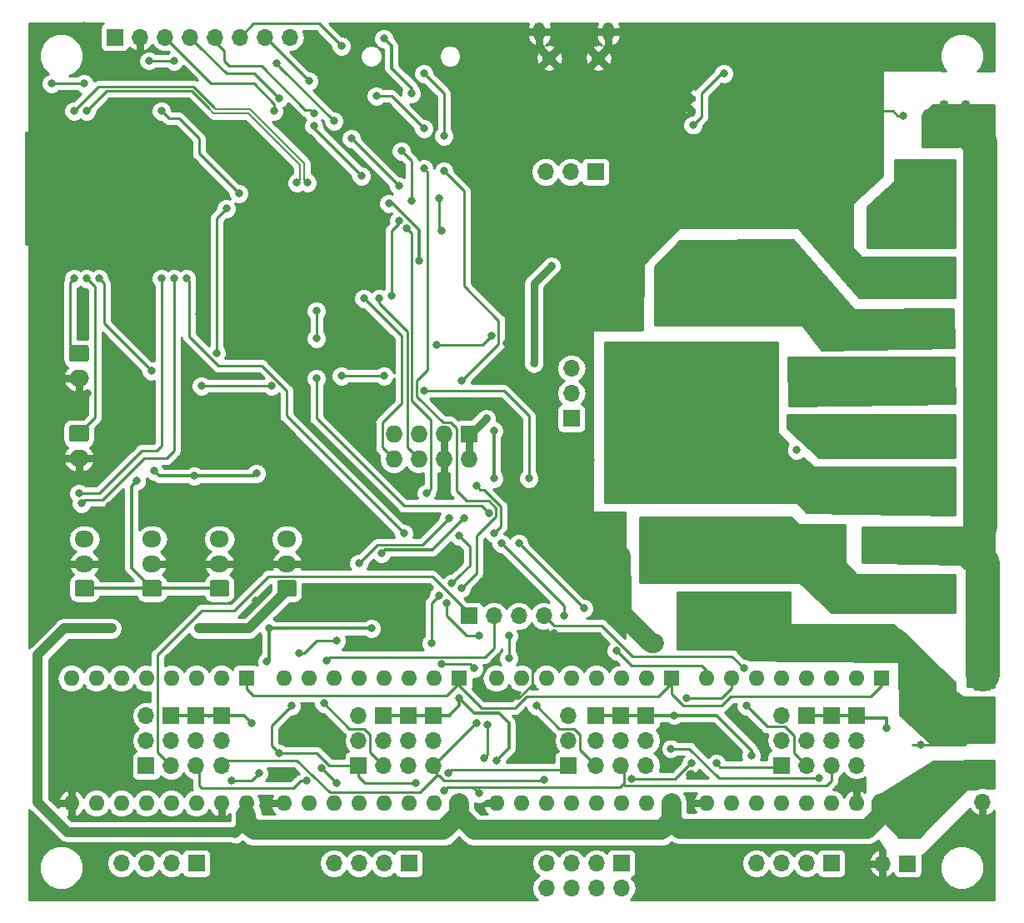
<source format=gbl>
G04 #@! TF.GenerationSoftware,KiCad,Pcbnew,5.0.2-bee76a0~70~ubuntu18.04.1*
G04 #@! TF.CreationDate,2019-10-06T12:17:10+09:00*
G04 #@! TF.ProjectId,MRR_ESPA,4d52525f-4553-4504-912e-6b696361645f,v1.3*
G04 #@! TF.SameCoordinates,Original*
G04 #@! TF.FileFunction,Copper,L2,Bot*
G04 #@! TF.FilePolarity,Positive*
%FSLAX46Y46*%
G04 Gerber Fmt 4.6, Leading zero omitted, Abs format (unit mm)*
G04 Created by KiCad (PCBNEW 5.0.2-bee76a0~70~ubuntu18.04.1) date Sun 06 Oct 2019 12:17:10 PM JST*
%MOMM*%
%LPD*%
G01*
G04 APERTURE LIST*
G04 #@! TA.AperFunction,ComponentPad*
%ADD10O,1.200000X1.900000*%
G04 #@! TD*
G04 #@! TA.AperFunction,ComponentPad*
%ADD11C,1.450000*%
G04 #@! TD*
G04 #@! TA.AperFunction,ComponentPad*
%ADD12O,1.727200X1.727200*%
G04 #@! TD*
G04 #@! TA.AperFunction,ComponentPad*
%ADD13R,1.727200X1.727200*%
G04 #@! TD*
G04 #@! TA.AperFunction,ComponentPad*
%ADD14C,2.600000*%
G04 #@! TD*
G04 #@! TA.AperFunction,ComponentPad*
%ADD15R,2.600000X2.600000*%
G04 #@! TD*
G04 #@! TA.AperFunction,ComponentPad*
%ADD16O,1.700000X1.700000*%
G04 #@! TD*
G04 #@! TA.AperFunction,ComponentPad*
%ADD17R,1.700000X1.700000*%
G04 #@! TD*
G04 #@! TA.AperFunction,ViaPad*
%ADD18C,0.600000*%
G04 #@! TD*
G04 #@! TA.AperFunction,Conductor*
%ADD19R,4.500000X2.950000*%
G04 #@! TD*
G04 #@! TA.AperFunction,ComponentPad*
%ADD20O,1.600000X1.600000*%
G04 #@! TD*
G04 #@! TA.AperFunction,ComponentPad*
%ADD21R,1.600000X1.600000*%
G04 #@! TD*
G04 #@! TA.AperFunction,ComponentPad*
%ADD22O,1.950000X1.700000*%
G04 #@! TD*
G04 #@! TA.AperFunction,Conductor*
%ADD23C,0.100000*%
G04 #@! TD*
G04 #@! TA.AperFunction,ComponentPad*
%ADD24C,1.700000*%
G04 #@! TD*
G04 #@! TA.AperFunction,ComponentPad*
%ADD25O,2.000000X1.700000*%
G04 #@! TD*
G04 #@! TA.AperFunction,ViaPad*
%ADD26C,0.800000*%
G04 #@! TD*
G04 #@! TA.AperFunction,ViaPad*
%ADD27C,1.000000*%
G04 #@! TD*
G04 #@! TA.AperFunction,Conductor*
%ADD28C,2.000000*%
G04 #@! TD*
G04 #@! TA.AperFunction,Conductor*
%ADD29C,1.500000*%
G04 #@! TD*
G04 #@! TA.AperFunction,Conductor*
%ADD30C,0.250000*%
G04 #@! TD*
G04 #@! TA.AperFunction,Conductor*
%ADD31C,1.000000*%
G04 #@! TD*
G04 #@! TA.AperFunction,Conductor*
%ADD32C,5.000000*%
G04 #@! TD*
G04 #@! TA.AperFunction,Conductor*
%ADD33C,3.500000*%
G04 #@! TD*
G04 #@! TA.AperFunction,Conductor*
%ADD34C,0.300000*%
G04 #@! TD*
G04 #@! TA.AperFunction,Conductor*
%ADD35C,0.800000*%
G04 #@! TD*
G04 #@! TA.AperFunction,Conductor*
%ADD36C,4.000000*%
G04 #@! TD*
G04 #@! TA.AperFunction,Conductor*
%ADD37C,0.200000*%
G04 #@! TD*
G04 #@! TA.AperFunction,Conductor*
%ADD38C,0.254000*%
G04 #@! TD*
G04 APERTURE END LIST*
D10*
G04 #@! TO.P,J16,6*
G04 #@! TO.N,GND*
X97592000Y-47530500D03*
X104592000Y-47530500D03*
D11*
X98592000Y-50230500D03*
X103592000Y-50230500D03*
G04 #@! TD*
D12*
G04 #@! TO.P,J15,8*
G04 #@! TO.N,UART-*
X82792247Y-91015440D03*
G04 #@! TO.P,J15,7*
G04 #@! TO.N,N/C*
X82792247Y-88475440D03*
G04 #@! TO.P,J15,6*
G04 #@! TO.N,UART+*
X85332247Y-91015440D03*
G04 #@! TO.P,J15,5*
G04 #@! TO.N,N/C*
X85332247Y-88475440D03*
G04 #@! TO.P,J15,4*
G04 #@! TO.N,GND*
X87872247Y-91015440D03*
G04 #@! TO.P,J15,3*
X87872247Y-88475440D03*
G04 #@! TO.P,J15,2*
G04 #@! TO.N,+5V*
X90412247Y-91015440D03*
D13*
G04 #@! TO.P,J15,1*
X90412247Y-88475440D03*
G04 #@! TD*
D14*
G04 #@! TO.P,J3,2*
G04 #@! TO.N,Net-(D1-Pad1)*
X132541000Y-93930000D03*
D15*
G04 #@! TO.P,J3,1*
G04 #@! TO.N,VBED*
X132541000Y-88850000D03*
G04 #@! TD*
D16*
G04 #@! TO.P,J8,2*
G04 #@! TO.N,GND*
X132460000Y-132100000D03*
D17*
G04 #@! TO.P,J8,1*
G04 #@! TO.N,VIN*
X135000000Y-132100000D03*
G04 #@! TD*
D14*
G04 #@! TO.P,J9,4*
G04 #@! TO.N,Net-(F2-Pad2)*
X132541000Y-83190000D03*
G04 #@! TO.P,J9,3*
G04 #@! TO.N,GNDD*
X132541000Y-78110000D03*
G04 #@! TO.P,J9,2*
G04 #@! TO.N,GND*
X132541000Y-73030000D03*
D15*
G04 #@! TO.P,J9,1*
G04 #@! TO.N,Net-(F1-Pad2)*
X132541000Y-67950000D03*
G04 #@! TD*
D16*
G04 #@! TO.P,J10,2*
G04 #@! TO.N,Net-(D6-Pad1)*
X142600000Y-116240000D03*
D17*
G04 #@! TO.P,J10,1*
G04 #@! TO.N,VIN*
X142600000Y-113700000D03*
G04 #@! TD*
D16*
G04 #@! TO.P,J11,2*
G04 #@! TO.N,GND*
X142625000Y-125865000D03*
D17*
G04 #@! TO.P,J11,1*
G04 #@! TO.N,VIN*
X142625000Y-123325000D03*
G04 #@! TD*
D16*
G04 #@! TO.P,J21,4*
G04 #@! TO.N,Net-(J21-Pad4)*
X55118000Y-132080000D03*
G04 #@! TO.P,J21,3*
G04 #@! TO.N,Net-(J21-Pad3)*
X57658000Y-132080000D03*
G04 #@! TO.P,J21,2*
G04 #@! TO.N,Net-(J21-Pad2)*
X60198000Y-132080000D03*
D17*
G04 #@! TO.P,J21,1*
G04 #@! TO.N,Net-(J21-Pad1)*
X62738000Y-132080000D03*
G04 #@! TD*
D16*
G04 #@! TO.P,J23,4*
G04 #@! TO.N,Net-(J23-Pad4)*
X76708000Y-132080000D03*
G04 #@! TO.P,J23,3*
G04 #@! TO.N,Net-(J23-Pad3)*
X79248000Y-132080000D03*
G04 #@! TO.P,J23,2*
G04 #@! TO.N,Net-(J23-Pad2)*
X81788000Y-132080000D03*
D17*
G04 #@! TO.P,J23,1*
G04 #@! TO.N,Net-(J23-Pad1)*
X84328000Y-132080000D03*
G04 #@! TD*
D16*
G04 #@! TO.P,J24,4*
G04 #@! TO.N,Net-(J24-Pad4)*
X119634000Y-132080000D03*
G04 #@! TO.P,J24,3*
G04 #@! TO.N,Net-(J24-Pad3)*
X122174000Y-132080000D03*
G04 #@! TO.P,J24,2*
G04 #@! TO.N,Net-(J24-Pad2)*
X124714000Y-132080000D03*
D17*
G04 #@! TO.P,J24,1*
G04 #@! TO.N,Net-(J24-Pad1)*
X127254000Y-132080000D03*
G04 #@! TD*
D16*
G04 #@! TO.P,JP1,3*
G04 #@! TO.N,MOSI*
X65275000Y-122155000D03*
G04 #@! TO.P,JP1,2*
G04 #@! TO.N,X_MS1*
X65275000Y-119615000D03*
D17*
G04 #@! TO.P,JP1,1*
G04 #@! TO.N,+3V3*
X65275000Y-117075000D03*
G04 #@! TD*
D16*
G04 #@! TO.P,JP2,3*
G04 #@! TO.N,MOSI*
X86843000Y-122141000D03*
G04 #@! TO.P,JP2,2*
G04 #@! TO.N,Y_MS1*
X86843000Y-119601000D03*
D17*
G04 #@! TO.P,JP2,1*
G04 #@! TO.N,+3V3*
X86843000Y-117061000D03*
G04 #@! TD*
D16*
G04 #@! TO.P,JP3,3*
G04 #@! TO.N,MOSI*
X108433000Y-122141000D03*
G04 #@! TO.P,JP3,2*
G04 #@! TO.N,Z_MS1*
X108433000Y-119601000D03*
D17*
G04 #@! TO.P,JP3,1*
G04 #@! TO.N,+3V3*
X108433000Y-117061000D03*
G04 #@! TD*
D16*
G04 #@! TO.P,JP4,3*
G04 #@! TO.N,MOSI*
X129794000Y-122112000D03*
G04 #@! TO.P,JP4,2*
G04 #@! TO.N,E0_MS1*
X129794000Y-119572000D03*
D17*
G04 #@! TO.P,JP4,1*
G04 #@! TO.N,+3V3*
X129794000Y-117032000D03*
G04 #@! TD*
D16*
G04 #@! TO.P,JP5,3*
G04 #@! TO.N,SCK*
X62713000Y-122166000D03*
G04 #@! TO.P,JP5,2*
G04 #@! TO.N,X_MS2*
X62713000Y-119626000D03*
D17*
G04 #@! TO.P,JP5,1*
G04 #@! TO.N,+3V3*
X62713000Y-117086000D03*
G04 #@! TD*
D16*
G04 #@! TO.P,JP6,3*
G04 #@! TO.N,SCK*
X84303000Y-122141000D03*
G04 #@! TO.P,JP6,2*
G04 #@! TO.N,Y_MS2*
X84303000Y-119601000D03*
D17*
G04 #@! TO.P,JP6,1*
G04 #@! TO.N,+3V3*
X84303000Y-117061000D03*
G04 #@! TD*
D16*
G04 #@! TO.P,JP7,3*
G04 #@! TO.N,SCK*
X105893000Y-122141000D03*
G04 #@! TO.P,JP7,2*
G04 #@! TO.N,Z_MS2*
X105893000Y-119601000D03*
D17*
G04 #@! TO.P,JP7,1*
G04 #@! TO.N,+3V3*
X105893000Y-117061000D03*
G04 #@! TD*
D16*
G04 #@! TO.P,JP8,3*
G04 #@! TO.N,SCK*
X127254000Y-122112000D03*
G04 #@! TO.P,JP8,2*
G04 #@! TO.N,E0_MS2*
X127254000Y-119572000D03*
D17*
G04 #@! TO.P,JP8,1*
G04 #@! TO.N,+3V3*
X127254000Y-117032000D03*
G04 #@! TD*
D16*
G04 #@! TO.P,JP9,3*
G04 #@! TO.N,X_CS*
X60173000Y-122166000D03*
G04 #@! TO.P,JP9,2*
G04 #@! TO.N,X_MS3*
X60173000Y-119626000D03*
D17*
G04 #@! TO.P,JP9,1*
G04 #@! TO.N,+3V3*
X60173000Y-117086000D03*
G04 #@! TD*
D16*
G04 #@! TO.P,JP10,3*
G04 #@! TO.N,Y_CS*
X81763000Y-122141000D03*
G04 #@! TO.P,JP10,2*
G04 #@! TO.N,Y_MS3*
X81763000Y-119601000D03*
D17*
G04 #@! TO.P,JP10,1*
G04 #@! TO.N,+3V3*
X81763000Y-117061000D03*
G04 #@! TD*
D16*
G04 #@! TO.P,JP11,3*
G04 #@! TO.N,Z_CS*
X103353000Y-122141000D03*
G04 #@! TO.P,JP11,2*
G04 #@! TO.N,Z_MS3*
X103353000Y-119601000D03*
D17*
G04 #@! TO.P,JP11,1*
G04 #@! TO.N,+3V3*
X103353000Y-117061000D03*
G04 #@! TD*
D16*
G04 #@! TO.P,JP12,3*
G04 #@! TO.N,E0_CS*
X124714000Y-122112000D03*
G04 #@! TO.P,JP12,2*
G04 #@! TO.N,E0_MS3*
X124714000Y-119572000D03*
D17*
G04 #@! TO.P,JP12,1*
G04 #@! TO.N,+3V3*
X124714000Y-117032000D03*
G04 #@! TD*
D16*
G04 #@! TO.P,JP13,3*
G04 #@! TO.N,X_SLP*
X57633000Y-117086000D03*
G04 #@! TO.P,JP13,2*
G04 #@! TO.N,X_RST*
X57633000Y-119626000D03*
D17*
G04 #@! TO.P,JP13,1*
G04 #@! TO.N,MISO*
X57633000Y-122166000D03*
G04 #@! TD*
D16*
G04 #@! TO.P,JP14,3*
G04 #@! TO.N,Y_SLP*
X79223000Y-117061000D03*
G04 #@! TO.P,JP14,2*
G04 #@! TO.N,Y_RST*
X79223000Y-119601000D03*
D17*
G04 #@! TO.P,JP14,1*
G04 #@! TO.N,MISO*
X79223000Y-122141000D03*
G04 #@! TD*
D16*
G04 #@! TO.P,JP15,3*
G04 #@! TO.N,Z_SLP*
X100559000Y-117061000D03*
G04 #@! TO.P,JP15,2*
G04 #@! TO.N,Z_RST*
X100559000Y-119601000D03*
D17*
G04 #@! TO.P,JP15,1*
G04 #@! TO.N,MISO*
X100559000Y-122141000D03*
G04 #@! TD*
D16*
G04 #@! TO.P,JP16,3*
G04 #@! TO.N,E0_SLP*
X122174000Y-117032000D03*
G04 #@! TO.P,JP16,2*
G04 #@! TO.N,E0_RST*
X122174000Y-119572000D03*
D17*
G04 #@! TO.P,JP16,1*
G04 #@! TO.N,MISO*
X122174000Y-122112000D03*
G04 #@! TD*
D18*
G04 #@! TO.N,GND*
G04 #@! TO.C,U2*
X108944000Y-54956000D03*
X110044000Y-54956000D03*
X110044000Y-53756000D03*
X108944000Y-53756000D03*
X112544000Y-54956000D03*
X111344000Y-54956000D03*
X111344000Y-53756000D03*
X112544000Y-53756000D03*
D19*
X110744000Y-54356000D03*
G04 #@! TD*
D20*
G04 #@! TO.P,U5,16*
G04 #@! TO.N,VIN*
X67818000Y-125984000D03*
G04 #@! TO.P,U5,8*
G04 #@! TO.N,X_DIR_PIN*
X50038000Y-113284000D03*
G04 #@! TO.P,U5,15*
G04 #@! TO.N,GND*
X65278000Y-125984000D03*
G04 #@! TO.P,U5,7*
G04 #@! TO.N,X_STEP_PIN*
X52578000Y-113284000D03*
G04 #@! TO.P,U5,14*
G04 #@! TO.N,Net-(J21-Pad1)*
X62738000Y-125984000D03*
G04 #@! TO.P,U5,6*
G04 #@! TO.N,X_SLP*
X55118000Y-113284000D03*
G04 #@! TO.P,U5,13*
G04 #@! TO.N,Net-(J21-Pad2)*
X60198000Y-125984000D03*
G04 #@! TO.P,U5,5*
G04 #@! TO.N,X_RST*
X57658000Y-113284000D03*
G04 #@! TO.P,U5,12*
G04 #@! TO.N,Net-(J21-Pad3)*
X57658000Y-125984000D03*
G04 #@! TO.P,U5,4*
G04 #@! TO.N,X_MS3*
X60198000Y-113284000D03*
G04 #@! TO.P,U5,11*
G04 #@! TO.N,Net-(J21-Pad4)*
X55118000Y-125984000D03*
G04 #@! TO.P,U5,3*
G04 #@! TO.N,X_MS2*
X62738000Y-113284000D03*
G04 #@! TO.P,U5,10*
G04 #@! TO.N,+3V3*
X52578000Y-125984000D03*
G04 #@! TO.P,U5,2*
G04 #@! TO.N,X_MS1*
X65278000Y-113284000D03*
G04 #@! TO.P,U5,9*
G04 #@! TO.N,GND*
X50038000Y-125984000D03*
D21*
G04 #@! TO.P,U5,1*
G04 #@! TO.N,MOTOR_EN_PIN*
X67818000Y-113284000D03*
G04 #@! TD*
D20*
G04 #@! TO.P,U6,16*
G04 #@! TO.N,VIN*
X110998000Y-125984000D03*
G04 #@! TO.P,U6,8*
G04 #@! TO.N,Z_DIR_PIN*
X93218000Y-113284000D03*
G04 #@! TO.P,U6,15*
G04 #@! TO.N,GND*
X108458000Y-125984000D03*
G04 #@! TO.P,U6,7*
G04 #@! TO.N,Z_STEP_PIN*
X95758000Y-113284000D03*
G04 #@! TO.P,U6,14*
G04 #@! TO.N,Z_2B*
X105918000Y-125984000D03*
G04 #@! TO.P,U6,6*
G04 #@! TO.N,Z_SLP*
X98298000Y-113284000D03*
G04 #@! TO.P,U6,13*
G04 #@! TO.N,Z_2A*
X103378000Y-125984000D03*
G04 #@! TO.P,U6,5*
G04 #@! TO.N,Z_RST*
X100838000Y-113284000D03*
G04 #@! TO.P,U6,12*
G04 #@! TO.N,Z_1B*
X100838000Y-125984000D03*
G04 #@! TO.P,U6,4*
G04 #@! TO.N,Z_MS3*
X103378000Y-113284000D03*
G04 #@! TO.P,U6,11*
G04 #@! TO.N,Z_1A*
X98298000Y-125984000D03*
G04 #@! TO.P,U6,3*
G04 #@! TO.N,Z_MS2*
X105918000Y-113284000D03*
G04 #@! TO.P,U6,10*
G04 #@! TO.N,+3V3*
X95758000Y-125984000D03*
G04 #@! TO.P,U6,2*
G04 #@! TO.N,Z_MS1*
X108458000Y-113284000D03*
G04 #@! TO.P,U6,9*
G04 #@! TO.N,GND*
X93218000Y-125984000D03*
D21*
G04 #@! TO.P,U6,1*
G04 #@! TO.N,MOTOR_EN_PIN*
X110998000Y-113284000D03*
G04 #@! TD*
D20*
G04 #@! TO.P,U8,16*
G04 #@! TO.N,VIN*
X89408000Y-125984000D03*
G04 #@! TO.P,U8,8*
G04 #@! TO.N,Y_DIR_PIN*
X71628000Y-113284000D03*
G04 #@! TO.P,U8,15*
G04 #@! TO.N,GND*
X86868000Y-125984000D03*
G04 #@! TO.P,U8,7*
G04 #@! TO.N,Y_STEP_PIN*
X74168000Y-113284000D03*
G04 #@! TO.P,U8,14*
G04 #@! TO.N,Net-(J23-Pad1)*
X84328000Y-125984000D03*
G04 #@! TO.P,U8,6*
G04 #@! TO.N,Y_SLP*
X76708000Y-113284000D03*
G04 #@! TO.P,U8,13*
G04 #@! TO.N,Net-(J23-Pad2)*
X81788000Y-125984000D03*
G04 #@! TO.P,U8,5*
G04 #@! TO.N,Y_RST*
X79248000Y-113284000D03*
G04 #@! TO.P,U8,12*
G04 #@! TO.N,Net-(J23-Pad3)*
X79248000Y-125984000D03*
G04 #@! TO.P,U8,4*
G04 #@! TO.N,Y_MS3*
X81788000Y-113284000D03*
G04 #@! TO.P,U8,11*
G04 #@! TO.N,Net-(J23-Pad4)*
X76708000Y-125984000D03*
G04 #@! TO.P,U8,3*
G04 #@! TO.N,Y_MS2*
X84328000Y-113284000D03*
G04 #@! TO.P,U8,10*
G04 #@! TO.N,+3V3*
X74168000Y-125984000D03*
G04 #@! TO.P,U8,2*
G04 #@! TO.N,Y_MS1*
X86868000Y-113284000D03*
G04 #@! TO.P,U8,9*
G04 #@! TO.N,GND*
X71628000Y-125984000D03*
D21*
G04 #@! TO.P,U8,1*
G04 #@! TO.N,MOTOR_EN_PIN*
X89408000Y-113284000D03*
G04 #@! TD*
D20*
G04 #@! TO.P,U9,16*
G04 #@! TO.N,VIN*
X132334000Y-125984000D03*
G04 #@! TO.P,U9,8*
G04 #@! TO.N,E0_DIR_PIN*
X114554000Y-113284000D03*
G04 #@! TO.P,U9,15*
G04 #@! TO.N,GND*
X129794000Y-125984000D03*
G04 #@! TO.P,U9,7*
G04 #@! TO.N,E0_STEP_PIN*
X117094000Y-113284000D03*
G04 #@! TO.P,U9,14*
G04 #@! TO.N,Net-(J24-Pad1)*
X127254000Y-125984000D03*
G04 #@! TO.P,U9,6*
G04 #@! TO.N,E0_SLP*
X119634000Y-113284000D03*
G04 #@! TO.P,U9,13*
G04 #@! TO.N,Net-(J24-Pad2)*
X124714000Y-125984000D03*
G04 #@! TO.P,U9,5*
G04 #@! TO.N,E0_RST*
X122174000Y-113284000D03*
G04 #@! TO.P,U9,12*
G04 #@! TO.N,Net-(J24-Pad3)*
X122174000Y-125984000D03*
G04 #@! TO.P,U9,4*
G04 #@! TO.N,E0_MS3*
X124714000Y-113284000D03*
G04 #@! TO.P,U9,11*
G04 #@! TO.N,Net-(J24-Pad4)*
X119634000Y-125984000D03*
G04 #@! TO.P,U9,3*
G04 #@! TO.N,E0_MS2*
X127254000Y-113284000D03*
G04 #@! TO.P,U9,10*
G04 #@! TO.N,+3V3*
X117094000Y-125984000D03*
G04 #@! TO.P,U9,2*
G04 #@! TO.N,E0_MS1*
X129794000Y-113284000D03*
G04 #@! TO.P,U9,9*
G04 #@! TO.N,GND*
X114554000Y-125984000D03*
D21*
G04 #@! TO.P,U9,1*
G04 #@! TO.N,MOTOR_EN_PIN*
X132334000Y-113284000D03*
G04 #@! TD*
D14*
G04 #@! TO.P,J7,2*
G04 #@! TO.N,Net-(D3-Pad1)*
X132541000Y-104655000D03*
D15*
G04 #@! TO.P,J7,1*
G04 #@! TO.N,VIN*
X132541000Y-99575000D03*
G04 #@! TD*
D22*
G04 #@! TO.P,J1,3*
G04 #@! TO.N,X_MIN*
X51356472Y-99137521D03*
G04 #@! TO.P,J1,2*
G04 #@! TO.N,GND*
X51356472Y-101637521D03*
D23*
G04 #@! TD*
G04 #@! TO.N,+3V3*
G04 #@! TO.C,J1*
G36*
X52105976Y-103288725D02*
X52130245Y-103292325D01*
X52154043Y-103298286D01*
X52177143Y-103306551D01*
X52199321Y-103317041D01*
X52220365Y-103329654D01*
X52240070Y-103344268D01*
X52258249Y-103360744D01*
X52274725Y-103378923D01*
X52289339Y-103398628D01*
X52301952Y-103419672D01*
X52312442Y-103441850D01*
X52320707Y-103464950D01*
X52326668Y-103488748D01*
X52330268Y-103513017D01*
X52331472Y-103537521D01*
X52331472Y-104737521D01*
X52330268Y-104762025D01*
X52326668Y-104786294D01*
X52320707Y-104810092D01*
X52312442Y-104833192D01*
X52301952Y-104855370D01*
X52289339Y-104876414D01*
X52274725Y-104896119D01*
X52258249Y-104914298D01*
X52240070Y-104930774D01*
X52220365Y-104945388D01*
X52199321Y-104958001D01*
X52177143Y-104968491D01*
X52154043Y-104976756D01*
X52130245Y-104982717D01*
X52105976Y-104986317D01*
X52081472Y-104987521D01*
X50631472Y-104987521D01*
X50606968Y-104986317D01*
X50582699Y-104982717D01*
X50558901Y-104976756D01*
X50535801Y-104968491D01*
X50513623Y-104958001D01*
X50492579Y-104945388D01*
X50472874Y-104930774D01*
X50454695Y-104914298D01*
X50438219Y-104896119D01*
X50423605Y-104876414D01*
X50410992Y-104855370D01*
X50400502Y-104833192D01*
X50392237Y-104810092D01*
X50386276Y-104786294D01*
X50382676Y-104762025D01*
X50381472Y-104737521D01*
X50381472Y-103537521D01*
X50382676Y-103513017D01*
X50386276Y-103488748D01*
X50392237Y-103464950D01*
X50400502Y-103441850D01*
X50410992Y-103419672D01*
X50423605Y-103398628D01*
X50438219Y-103378923D01*
X50454695Y-103360744D01*
X50472874Y-103344268D01*
X50492579Y-103329654D01*
X50513623Y-103317041D01*
X50535801Y-103306551D01*
X50558901Y-103298286D01*
X50582699Y-103292325D01*
X50606968Y-103288725D01*
X50631472Y-103287521D01*
X52081472Y-103287521D01*
X52105976Y-103288725D01*
X52105976Y-103288725D01*
G37*
D24*
G04 #@! TO.P,J1,1*
G04 #@! TO.N,+3V3*
X51356472Y-104137521D03*
G04 #@! TD*
D23*
G04 #@! TO.N,+3V3*
G04 #@! TO.C,J2*
G36*
X65821976Y-103288725D02*
X65846245Y-103292325D01*
X65870043Y-103298286D01*
X65893143Y-103306551D01*
X65915321Y-103317041D01*
X65936365Y-103329654D01*
X65956070Y-103344268D01*
X65974249Y-103360744D01*
X65990725Y-103378923D01*
X66005339Y-103398628D01*
X66017952Y-103419672D01*
X66028442Y-103441850D01*
X66036707Y-103464950D01*
X66042668Y-103488748D01*
X66046268Y-103513017D01*
X66047472Y-103537521D01*
X66047472Y-104737521D01*
X66046268Y-104762025D01*
X66042668Y-104786294D01*
X66036707Y-104810092D01*
X66028442Y-104833192D01*
X66017952Y-104855370D01*
X66005339Y-104876414D01*
X65990725Y-104896119D01*
X65974249Y-104914298D01*
X65956070Y-104930774D01*
X65936365Y-104945388D01*
X65915321Y-104958001D01*
X65893143Y-104968491D01*
X65870043Y-104976756D01*
X65846245Y-104982717D01*
X65821976Y-104986317D01*
X65797472Y-104987521D01*
X64347472Y-104987521D01*
X64322968Y-104986317D01*
X64298699Y-104982717D01*
X64274901Y-104976756D01*
X64251801Y-104968491D01*
X64229623Y-104958001D01*
X64208579Y-104945388D01*
X64188874Y-104930774D01*
X64170695Y-104914298D01*
X64154219Y-104896119D01*
X64139605Y-104876414D01*
X64126992Y-104855370D01*
X64116502Y-104833192D01*
X64108237Y-104810092D01*
X64102276Y-104786294D01*
X64098676Y-104762025D01*
X64097472Y-104737521D01*
X64097472Y-103537521D01*
X64098676Y-103513017D01*
X64102276Y-103488748D01*
X64108237Y-103464950D01*
X64116502Y-103441850D01*
X64126992Y-103419672D01*
X64139605Y-103398628D01*
X64154219Y-103378923D01*
X64170695Y-103360744D01*
X64188874Y-103344268D01*
X64208579Y-103329654D01*
X64229623Y-103317041D01*
X64251801Y-103306551D01*
X64274901Y-103298286D01*
X64298699Y-103292325D01*
X64322968Y-103288725D01*
X64347472Y-103287521D01*
X65797472Y-103287521D01*
X65821976Y-103288725D01*
X65821976Y-103288725D01*
G37*
D24*
G04 #@! TD*
G04 #@! TO.P,J2,1*
G04 #@! TO.N,+3V3*
X65072472Y-104137521D03*
D22*
G04 #@! TO.P,J2,2*
G04 #@! TO.N,GND*
X65072472Y-101637521D03*
G04 #@! TO.P,J2,3*
G04 #@! TO.N,Z_MIN*
X65072472Y-99137521D03*
G04 #@! TD*
D23*
G04 #@! TO.N,+3V3*
G04 #@! TO.C,J5*
G36*
X58963976Y-103288725D02*
X58988245Y-103292325D01*
X59012043Y-103298286D01*
X59035143Y-103306551D01*
X59057321Y-103317041D01*
X59078365Y-103329654D01*
X59098070Y-103344268D01*
X59116249Y-103360744D01*
X59132725Y-103378923D01*
X59147339Y-103398628D01*
X59159952Y-103419672D01*
X59170442Y-103441850D01*
X59178707Y-103464950D01*
X59184668Y-103488748D01*
X59188268Y-103513017D01*
X59189472Y-103537521D01*
X59189472Y-104737521D01*
X59188268Y-104762025D01*
X59184668Y-104786294D01*
X59178707Y-104810092D01*
X59170442Y-104833192D01*
X59159952Y-104855370D01*
X59147339Y-104876414D01*
X59132725Y-104896119D01*
X59116249Y-104914298D01*
X59098070Y-104930774D01*
X59078365Y-104945388D01*
X59057321Y-104958001D01*
X59035143Y-104968491D01*
X59012043Y-104976756D01*
X58988245Y-104982717D01*
X58963976Y-104986317D01*
X58939472Y-104987521D01*
X57489472Y-104987521D01*
X57464968Y-104986317D01*
X57440699Y-104982717D01*
X57416901Y-104976756D01*
X57393801Y-104968491D01*
X57371623Y-104958001D01*
X57350579Y-104945388D01*
X57330874Y-104930774D01*
X57312695Y-104914298D01*
X57296219Y-104896119D01*
X57281605Y-104876414D01*
X57268992Y-104855370D01*
X57258502Y-104833192D01*
X57250237Y-104810092D01*
X57244276Y-104786294D01*
X57240676Y-104762025D01*
X57239472Y-104737521D01*
X57239472Y-103537521D01*
X57240676Y-103513017D01*
X57244276Y-103488748D01*
X57250237Y-103464950D01*
X57258502Y-103441850D01*
X57268992Y-103419672D01*
X57281605Y-103398628D01*
X57296219Y-103378923D01*
X57312695Y-103360744D01*
X57330874Y-103344268D01*
X57350579Y-103329654D01*
X57371623Y-103317041D01*
X57393801Y-103306551D01*
X57416901Y-103298286D01*
X57440699Y-103292325D01*
X57464968Y-103288725D01*
X57489472Y-103287521D01*
X58939472Y-103287521D01*
X58963976Y-103288725D01*
X58963976Y-103288725D01*
G37*
D24*
G04 #@! TD*
G04 #@! TO.P,J5,1*
G04 #@! TO.N,+3V3*
X58214472Y-104137521D03*
D22*
G04 #@! TO.P,J5,2*
G04 #@! TO.N,GND*
X58214472Y-101637521D03*
G04 #@! TO.P,J5,3*
G04 #@! TO.N,Y_MIN*
X58214472Y-99137521D03*
G04 #@! TD*
G04 #@! TO.P,J6,3*
G04 #@! TO.N,Net-(D2-Pad1)*
X71930472Y-99137521D03*
G04 #@! TO.P,J6,2*
G04 #@! TO.N,GND*
X71930472Y-101637521D03*
D23*
G04 #@! TD*
G04 #@! TO.N,VIN*
G04 #@! TO.C,J6*
G36*
X72679976Y-103288725D02*
X72704245Y-103292325D01*
X72728043Y-103298286D01*
X72751143Y-103306551D01*
X72773321Y-103317041D01*
X72794365Y-103329654D01*
X72814070Y-103344268D01*
X72832249Y-103360744D01*
X72848725Y-103378923D01*
X72863339Y-103398628D01*
X72875952Y-103419672D01*
X72886442Y-103441850D01*
X72894707Y-103464950D01*
X72900668Y-103488748D01*
X72904268Y-103513017D01*
X72905472Y-103537521D01*
X72905472Y-104737521D01*
X72904268Y-104762025D01*
X72900668Y-104786294D01*
X72894707Y-104810092D01*
X72886442Y-104833192D01*
X72875952Y-104855370D01*
X72863339Y-104876414D01*
X72848725Y-104896119D01*
X72832249Y-104914298D01*
X72814070Y-104930774D01*
X72794365Y-104945388D01*
X72773321Y-104958001D01*
X72751143Y-104968491D01*
X72728043Y-104976756D01*
X72704245Y-104982717D01*
X72679976Y-104986317D01*
X72655472Y-104987521D01*
X71205472Y-104987521D01*
X71180968Y-104986317D01*
X71156699Y-104982717D01*
X71132901Y-104976756D01*
X71109801Y-104968491D01*
X71087623Y-104958001D01*
X71066579Y-104945388D01*
X71046874Y-104930774D01*
X71028695Y-104914298D01*
X71012219Y-104896119D01*
X70997605Y-104876414D01*
X70984992Y-104855370D01*
X70974502Y-104833192D01*
X70966237Y-104810092D01*
X70960276Y-104786294D01*
X70956676Y-104762025D01*
X70955472Y-104737521D01*
X70955472Y-103537521D01*
X70956676Y-103513017D01*
X70960276Y-103488748D01*
X70966237Y-103464950D01*
X70974502Y-103441850D01*
X70984992Y-103419672D01*
X70997605Y-103398628D01*
X71012219Y-103378923D01*
X71028695Y-103360744D01*
X71046874Y-103344268D01*
X71066579Y-103329654D01*
X71087623Y-103317041D01*
X71109801Y-103306551D01*
X71132901Y-103298286D01*
X71156699Y-103292325D01*
X71180968Y-103288725D01*
X71205472Y-103287521D01*
X72655472Y-103287521D01*
X72679976Y-103288725D01*
X72679976Y-103288725D01*
G37*
D24*
G04 #@! TO.P,J6,1*
G04 #@! TO.N,VIN*
X71930472Y-104137521D03*
G04 #@! TD*
D25*
G04 #@! TO.P,J12,2*
G04 #@! TO.N,GND*
X50800000Y-90892000D03*
D23*
G04 #@! TD*
G04 #@! TO.N,TEMP_BED_PIN*
G04 #@! TO.C,J12*
G36*
X51574504Y-87543204D02*
X51598773Y-87546804D01*
X51622571Y-87552765D01*
X51645671Y-87561030D01*
X51667849Y-87571520D01*
X51688893Y-87584133D01*
X51708598Y-87598747D01*
X51726777Y-87615223D01*
X51743253Y-87633402D01*
X51757867Y-87653107D01*
X51770480Y-87674151D01*
X51780970Y-87696329D01*
X51789235Y-87719429D01*
X51795196Y-87743227D01*
X51798796Y-87767496D01*
X51800000Y-87792000D01*
X51800000Y-88992000D01*
X51798796Y-89016504D01*
X51795196Y-89040773D01*
X51789235Y-89064571D01*
X51780970Y-89087671D01*
X51770480Y-89109849D01*
X51757867Y-89130893D01*
X51743253Y-89150598D01*
X51726777Y-89168777D01*
X51708598Y-89185253D01*
X51688893Y-89199867D01*
X51667849Y-89212480D01*
X51645671Y-89222970D01*
X51622571Y-89231235D01*
X51598773Y-89237196D01*
X51574504Y-89240796D01*
X51550000Y-89242000D01*
X50050000Y-89242000D01*
X50025496Y-89240796D01*
X50001227Y-89237196D01*
X49977429Y-89231235D01*
X49954329Y-89222970D01*
X49932151Y-89212480D01*
X49911107Y-89199867D01*
X49891402Y-89185253D01*
X49873223Y-89168777D01*
X49856747Y-89150598D01*
X49842133Y-89130893D01*
X49829520Y-89109849D01*
X49819030Y-89087671D01*
X49810765Y-89064571D01*
X49804804Y-89040773D01*
X49801204Y-89016504D01*
X49800000Y-88992000D01*
X49800000Y-87792000D01*
X49801204Y-87767496D01*
X49804804Y-87743227D01*
X49810765Y-87719429D01*
X49819030Y-87696329D01*
X49829520Y-87674151D01*
X49842133Y-87653107D01*
X49856747Y-87633402D01*
X49873223Y-87615223D01*
X49891402Y-87598747D01*
X49911107Y-87584133D01*
X49932151Y-87571520D01*
X49954329Y-87561030D01*
X49977429Y-87552765D01*
X50001227Y-87546804D01*
X50025496Y-87543204D01*
X50050000Y-87542000D01*
X51550000Y-87542000D01*
X51574504Y-87543204D01*
X51574504Y-87543204D01*
G37*
D24*
G04 #@! TO.P,J12,1*
G04 #@! TO.N,TEMP_BED_PIN*
X50800000Y-88392000D03*
G04 #@! TD*
D23*
G04 #@! TO.N,TEMP_E0_PIN*
G04 #@! TO.C,J13*
G36*
X51574504Y-79415204D02*
X51598773Y-79418804D01*
X51622571Y-79424765D01*
X51645671Y-79433030D01*
X51667849Y-79443520D01*
X51688893Y-79456133D01*
X51708598Y-79470747D01*
X51726777Y-79487223D01*
X51743253Y-79505402D01*
X51757867Y-79525107D01*
X51770480Y-79546151D01*
X51780970Y-79568329D01*
X51789235Y-79591429D01*
X51795196Y-79615227D01*
X51798796Y-79639496D01*
X51800000Y-79664000D01*
X51800000Y-80864000D01*
X51798796Y-80888504D01*
X51795196Y-80912773D01*
X51789235Y-80936571D01*
X51780970Y-80959671D01*
X51770480Y-80981849D01*
X51757867Y-81002893D01*
X51743253Y-81022598D01*
X51726777Y-81040777D01*
X51708598Y-81057253D01*
X51688893Y-81071867D01*
X51667849Y-81084480D01*
X51645671Y-81094970D01*
X51622571Y-81103235D01*
X51598773Y-81109196D01*
X51574504Y-81112796D01*
X51550000Y-81114000D01*
X50050000Y-81114000D01*
X50025496Y-81112796D01*
X50001227Y-81109196D01*
X49977429Y-81103235D01*
X49954329Y-81094970D01*
X49932151Y-81084480D01*
X49911107Y-81071867D01*
X49891402Y-81057253D01*
X49873223Y-81040777D01*
X49856747Y-81022598D01*
X49842133Y-81002893D01*
X49829520Y-80981849D01*
X49819030Y-80959671D01*
X49810765Y-80936571D01*
X49804804Y-80912773D01*
X49801204Y-80888504D01*
X49800000Y-80864000D01*
X49800000Y-79664000D01*
X49801204Y-79639496D01*
X49804804Y-79615227D01*
X49810765Y-79591429D01*
X49819030Y-79568329D01*
X49829520Y-79546151D01*
X49842133Y-79525107D01*
X49856747Y-79505402D01*
X49873223Y-79487223D01*
X49891402Y-79470747D01*
X49911107Y-79456133D01*
X49932151Y-79443520D01*
X49954329Y-79433030D01*
X49977429Y-79424765D01*
X50001227Y-79418804D01*
X50025496Y-79415204D01*
X50050000Y-79414000D01*
X51550000Y-79414000D01*
X51574504Y-79415204D01*
X51574504Y-79415204D01*
G37*
D24*
G04 #@! TD*
G04 #@! TO.P,J13,1*
G04 #@! TO.N,TEMP_E0_PIN*
X50800000Y-80264000D03*
D25*
G04 #@! TO.P,J13,2*
G04 #@! TO.N,GND*
X50800000Y-82764000D03*
G04 #@! TD*
D17*
G04 #@! TO.P,J14,1*
G04 #@! TO.N,+3V3*
X54452836Y-48129374D03*
D16*
G04 #@! TO.P,J14,2*
G04 #@! TO.N,GND*
X56992836Y-48129374D03*
G04 #@! TO.P,J14,3*
G04 #@! TO.N,SCL*
X59532836Y-48129374D03*
G04 #@! TO.P,J14,4*
G04 #@! TO.N,SDA*
X62072836Y-48129374D03*
G04 #@! TO.P,J14,5*
G04 #@! TO.N,MOSI*
X64612836Y-48129374D03*
G04 #@! TO.P,J14,6*
G04 #@! TO.N,MISO*
X67152836Y-48129374D03*
G04 #@! TO.P,J14,7*
G04 #@! TO.N,SCK*
X69692836Y-48129374D03*
G04 #@! TO.P,J14,8*
G04 #@! TO.N,IO0*
X72232836Y-48129374D03*
G04 #@! TD*
D17*
G04 #@! TO.P,J17,1*
G04 #@! TO.N,X_CS*
X90424000Y-106934000D03*
D16*
G04 #@! TO.P,J17,2*
G04 #@! TO.N,Y_CS*
X92964000Y-106934000D03*
G04 #@! TO.P,J17,3*
G04 #@! TO.N,Z_CS*
X95504000Y-106934000D03*
G04 #@! TO.P,J17,4*
G04 #@! TO.N,E0_CS*
X98044000Y-106934000D03*
G04 #@! TD*
D17*
G04 #@! TO.P,J22,1*
G04 #@! TO.N,Z_2B*
X105918000Y-132080000D03*
D16*
G04 #@! TO.P,J22,2*
X105918000Y-134620000D03*
G04 #@! TO.P,J22,3*
G04 #@! TO.N,Z_2A*
X103378000Y-132080000D03*
G04 #@! TO.P,J22,4*
X103378000Y-134620000D03*
G04 #@! TO.P,J22,5*
G04 #@! TO.N,Z_1B*
X100838000Y-132080000D03*
G04 #@! TO.P,J22,6*
X100838000Y-134620000D03*
G04 #@! TO.P,J22,7*
G04 #@! TO.N,Z_1A*
X98298000Y-132080000D03*
G04 #@! TO.P,J22,8*
X98298000Y-134620000D03*
G04 #@! TD*
D17*
G04 #@! TO.P,JP18,1*
G04 #@! TO.N,Net-(JP18-Pad1)*
X100838000Y-86868000D03*
D16*
G04 #@! TO.P,JP18,2*
G04 #@! TO.N,TO_HEATER_BED*
X100838000Y-84328000D03*
G04 #@! TO.P,JP18,3*
G04 #@! TO.N,Net-(JP18-Pad3)*
X100838000Y-81788000D03*
G04 #@! TD*
D17*
G04 #@! TO.P,JP17,1*
G04 #@! TO.N,Net-(D14-Pad1)*
X103300000Y-61800000D03*
D16*
G04 #@! TO.P,JP17,2*
G04 #@! TO.N,+5V*
X100760000Y-61800000D03*
G04 #@! TO.P,JP17,3*
G04 #@! TO.N,Net-(D15-Pad1)*
X98220000Y-61800000D03*
G04 #@! TD*
D26*
G04 #@! TO.N,GND*
X117094000Y-55626000D03*
X54102000Y-66040000D03*
X52070000Y-66040000D03*
X52070000Y-64262000D03*
X54102000Y-64262000D03*
X55880000Y-66040000D03*
X55880000Y-64262000D03*
X55880000Y-62484000D03*
X54102000Y-62484000D03*
X52070000Y-62484000D03*
X92964000Y-68326000D03*
X51700000Y-84300000D03*
X49500000Y-84100000D03*
D27*
X70800000Y-122800000D03*
X113000000Y-123100000D03*
X105900000Y-100800000D03*
D26*
X134570000Y-56080000D03*
X105820000Y-99630000D03*
X111150000Y-132100000D03*
X113180000Y-132160000D03*
X116020000Y-132050000D03*
X89380000Y-132160000D03*
X91090000Y-132480000D03*
X93230000Y-132320000D03*
X66810000Y-132430000D03*
X68150000Y-132430000D03*
X69490000Y-132430000D03*
X105950000Y-106700000D03*
X109220000Y-109728000D03*
X129150000Y-64950000D03*
X126150000Y-66500000D03*
X129794000Y-63500000D03*
X63246000Y-94488000D03*
X127254000Y-51816000D03*
X103124000Y-99568000D03*
X57912000Y-94742000D03*
X100838000Y-95250000D03*
X51308000Y-46990000D03*
X94800000Y-51400000D03*
X91694000Y-58166000D03*
X86868000Y-59436000D03*
X80518000Y-58420000D03*
X99060000Y-51816000D03*
X96400000Y-70100000D03*
X99060000Y-108712000D03*
X98044000Y-111252000D03*
X102108000Y-101854000D03*
X67310000Y-73152000D03*
X67818000Y-77216000D03*
X70866000Y-79248000D03*
X70358000Y-75184000D03*
X72136000Y-80264000D03*
X101854000Y-73660000D03*
X103886000Y-74676000D03*
X105664000Y-72644000D03*
X106172000Y-69850000D03*
X100600000Y-58900000D03*
X94800000Y-58800000D03*
X108300000Y-67100000D03*
X135128000Y-49276000D03*
X90424000Y-54864000D03*
X46482000Y-77978000D03*
X48006000Y-77724000D03*
X46990000Y-93980000D03*
X53848000Y-95758000D03*
X52070000Y-116840000D03*
X54102000Y-116586000D03*
X49784000Y-117094000D03*
X74930000Y-117856000D03*
X73406000Y-117094000D03*
X72644000Y-119888000D03*
X98552000Y-75184000D03*
X94742000Y-115316000D03*
X112268000Y-62230000D03*
X116840000Y-116840000D03*
X94234000Y-79248000D03*
X95504000Y-80772000D03*
X94742000Y-82296000D03*
X94234000Y-75946000D03*
X90932000Y-85344000D03*
X87884000Y-85344000D03*
X118872000Y-49530000D03*
X77900000Y-99600000D03*
X67900000Y-67900000D03*
X71500000Y-71500000D03*
X69900000Y-62400000D03*
X78900000Y-67700000D03*
X94900000Y-94600000D03*
X76900000Y-85200000D03*
X82300000Y-80100000D03*
X97900000Y-85400000D03*
X65700000Y-110300000D03*
X79200000Y-105800000D03*
X79200000Y-110100000D03*
X94100000Y-102400000D03*
X96000000Y-118100000D03*
X117094000Y-120910000D03*
X51300000Y-77600000D03*
X76300000Y-80600000D03*
X78200000Y-79100000D03*
X102800000Y-91100000D03*
X102600000Y-89000000D03*
X62000000Y-81500000D03*
X84800000Y-105000000D03*
X81300000Y-97500000D03*
X63000000Y-76300000D03*
X68800000Y-105400000D03*
X89400000Y-101500000D03*
G04 #@! TO.N,X_MIN*
X58166000Y-82042000D03*
X52832000Y-72644000D03*
G04 #@! TO.N,Z_MIN*
X65300000Y-99400000D03*
X64770000Y-80264000D03*
X65786000Y-65532000D03*
D27*
G04 #@! TO.N,VIN*
X46600000Y-119600000D03*
D26*
X142600000Y-109690000D03*
X142600000Y-109690000D03*
X142600000Y-109690000D03*
X142600000Y-109690000D03*
X142600000Y-109690000D03*
X142600000Y-109690000D03*
X142600000Y-109690000D03*
X142600000Y-109690000D03*
D27*
X142384967Y-58880000D03*
X142423428Y-61280000D03*
X142381972Y-63550000D03*
X140880000Y-57325000D03*
D26*
X142600000Y-111130000D03*
X142600000Y-107980000D03*
X135100000Y-127618630D03*
X135700000Y-125750000D03*
X137150000Y-124400000D03*
D27*
X143300000Y-55450000D03*
X140900000Y-55000000D03*
X138740000Y-55050000D03*
X137100000Y-58750000D03*
X137050000Y-55900000D03*
D26*
X62992000Y-108200000D03*
X54102000Y-108200000D03*
X136700000Y-99596013D03*
X140600000Y-99600000D03*
G04 #@! TO.N,TEMP_BED_PIN*
X51562000Y-72644000D03*
G04 #@! TO.N,TEMP_E0_PIN*
X50292000Y-72644000D03*
G04 #@! TO.N,Net-(C10-Pad1)*
X116332000Y-51816000D03*
X113199000Y-57056000D03*
G04 #@! TO.N,+3V3*
X69900000Y-111600000D03*
X84582000Y-53848000D03*
X81788000Y-48260000D03*
X58420000Y-92202000D03*
X62484000Y-92710000D03*
X68834000Y-92456000D03*
X92964000Y-88138000D03*
X92964000Y-92964000D03*
X81534000Y-100584000D03*
X89916000Y-97028000D03*
X82296000Y-65024000D03*
X56687993Y-93218000D03*
X70104000Y-108204000D03*
X80518000Y-108204000D03*
X68326000Y-117823905D03*
X111252000Y-117061000D03*
X132842000Y-118364000D03*
X93218000Y-121666000D03*
X89408000Y-115316000D03*
X85344000Y-70866000D03*
X119126000Y-121158000D03*
X79502000Y-62230000D03*
X74676000Y-57150000D03*
G04 #@! TO.N,+5V*
X98806000Y-71374000D03*
X97028000Y-81280000D03*
X92202000Y-86868000D03*
G04 #@! TO.N,Net-(D1-Pad1)*
X118630000Y-84580000D03*
X119126000Y-83058000D03*
X118680000Y-87480000D03*
X118800000Y-85900000D03*
X118500000Y-90300000D03*
X118230000Y-81780000D03*
X117560000Y-88960000D03*
X115440000Y-88980000D03*
X113570000Y-88980000D03*
X111590000Y-88980000D03*
X109770000Y-89070000D03*
X108140000Y-89090000D03*
X108900000Y-87600000D03*
X110690000Y-87520000D03*
X112620000Y-87460000D03*
X114740000Y-87360000D03*
X116780000Y-87410000D03*
X117300000Y-85900000D03*
X115630000Y-86110000D03*
X113840000Y-86020000D03*
X111610000Y-86190000D03*
X109630000Y-86270000D03*
X108000000Y-86320000D03*
X109030000Y-84830000D03*
X110500000Y-84640000D03*
X112290000Y-84690000D03*
X114390000Y-84690000D03*
X116500000Y-84500000D03*
X117430000Y-83330000D03*
X115500000Y-83230000D03*
X113410000Y-83280000D03*
X111480000Y-83310000D03*
X109930000Y-83140000D03*
X108220000Y-83420000D03*
X116260000Y-81680000D03*
X114630000Y-81810000D03*
X112620000Y-81810000D03*
X110830000Y-81760000D03*
X109140000Y-81790000D03*
X128620000Y-96100000D03*
X108204000Y-93726000D03*
X109728000Y-94234000D03*
X110744000Y-93472000D03*
X111760000Y-94488000D03*
X113030000Y-93472000D03*
X114046000Y-94742000D03*
X115316000Y-93726000D03*
X117348000Y-94742000D03*
X118110000Y-93472000D03*
X120396000Y-94742000D03*
X122428000Y-93726000D03*
X123952000Y-94742000D03*
X126492000Y-95250000D03*
X135128000Y-92710000D03*
X136144000Y-94234000D03*
X135128000Y-95504000D03*
X128016000Y-93472000D03*
X135128000Y-95504000D03*
X135128000Y-95504000D03*
X130302000Y-92456000D03*
X130048000Y-94996000D03*
X125400000Y-93500000D03*
G04 #@! TO.N,Net-(D3-Pad1)*
X122310000Y-101358000D03*
X122160000Y-99088000D03*
X120330000Y-101338000D03*
X120260000Y-98978000D03*
X118320000Y-101288000D03*
X118320000Y-98948000D03*
X117400000Y-102318000D03*
X119310000Y-102378000D03*
X117320000Y-100048000D03*
X119240000Y-100158000D03*
X121460000Y-102288000D03*
X121410000Y-100138000D03*
X121160000Y-97938000D03*
X119310000Y-97988000D03*
X117300000Y-98018000D03*
X125200000Y-103124000D03*
X126746000Y-102616000D03*
X128200000Y-105100000D03*
X129200000Y-103800000D03*
X136600000Y-105400000D03*
X138100000Y-104000000D03*
G04 #@! TO.N,VBED*
X123698000Y-87376000D03*
X124968000Y-87376000D03*
X126238000Y-87376000D03*
X127900000Y-87400000D03*
X123700000Y-90100000D03*
X128270000Y-89916000D03*
X130048000Y-90170000D03*
X136652000Y-88392000D03*
X135636000Y-89662000D03*
X129794000Y-87376000D03*
X126238000Y-90424000D03*
X124800000Y-89100000D03*
X129000000Y-88700000D03*
X126238000Y-88646000D03*
X135128000Y-87376000D03*
G04 #@! TO.N,Net-(D6-Pad1)*
X116930000Y-109030000D03*
X118900000Y-108960000D03*
X120700000Y-109020000D03*
X120690000Y-106760000D03*
X118970000Y-106900000D03*
X117060000Y-106940000D03*
X121800000Y-109840000D03*
X119860000Y-109950000D03*
X117900000Y-109950000D03*
X115890000Y-109980000D03*
X121850000Y-107900000D03*
X121830000Y-105840000D03*
X117950000Y-107970000D03*
X115890000Y-107970000D03*
X117950000Y-105910000D03*
X119950000Y-107920000D03*
X119860000Y-105840000D03*
X115890000Y-105870000D03*
X136340000Y-120037500D03*
G04 #@! TO.N,Net-(F1-Pad2)*
X137160000Y-68326000D03*
X135382000Y-68580000D03*
X135382000Y-66802000D03*
X135382000Y-65278000D03*
X136906000Y-65278000D03*
X135382000Y-63754000D03*
X137922000Y-66548000D03*
X139192000Y-67310000D03*
X138938000Y-65532000D03*
X137668000Y-64008000D03*
X136144000Y-61214000D03*
X139192000Y-64008000D03*
X133858000Y-64262000D03*
X138684000Y-68580000D03*
G04 #@! TO.N,Net-(F2-Pad2)*
X125984000Y-83566000D03*
X128778000Y-81280000D03*
X130302000Y-84582000D03*
X129540000Y-82550000D03*
X135636000Y-84074000D03*
X127508000Y-82296000D03*
X136906000Y-83058000D03*
X135382000Y-82042000D03*
X127762000Y-83566000D03*
X128778000Y-84836000D03*
X123444000Y-81280000D03*
X125984000Y-81026000D03*
X125984000Y-82296000D03*
X123444000Y-82804000D03*
X125600000Y-84800000D03*
X124000000Y-84200000D03*
G04 #@! TO.N,SS*
X70866000Y-50800000D03*
X76708000Y-56642000D03*
G04 #@! TO.N,MISO*
X77470000Y-49022000D03*
X85852000Y-51816000D03*
X87884000Y-58166000D03*
X66294000Y-123698000D03*
X69088000Y-122936000D03*
X85063653Y-123916347D03*
X88308000Y-122936000D03*
X106934000Y-123481000D03*
X113030000Y-121920000D03*
X115570000Y-121920000D03*
X72390000Y-116078000D03*
X73152000Y-110744000D03*
X76962000Y-109474000D03*
X87884000Y-61722000D03*
X89662000Y-83058000D03*
X91186000Y-93726000D03*
X92964000Y-98552000D03*
X88392000Y-97028000D03*
X79248000Y-101600000D03*
X71120000Y-120904000D03*
G04 #@! TO.N,SCK*
X91440000Y-124968000D03*
X85852000Y-57404000D03*
X81026000Y-54102000D03*
X74168000Y-52578000D03*
X76962000Y-123952000D03*
X75438000Y-122428000D03*
X73914000Y-123698000D03*
X87884000Y-124714000D03*
X85852000Y-61468000D03*
X89657347Y-104144653D03*
X88138000Y-105664000D03*
X91948000Y-121412000D03*
X92347999Y-117964001D03*
X94488000Y-111252000D03*
X94488000Y-108966000D03*
X91440000Y-108966000D03*
G04 #@! TO.N,MOSI*
X48006000Y-52832000D03*
X57912000Y-50525010D03*
X74676000Y-55880000D03*
X60452000Y-50546000D03*
X51308000Y-52832000D03*
X98044000Y-123589001D03*
X110927781Y-120434584D03*
X125984000Y-123444000D03*
X83566000Y-59690000D03*
X84582000Y-64770000D03*
X84101211Y-67577998D03*
X86106000Y-94488000D03*
X89408000Y-98806000D03*
X88646000Y-103632000D03*
X87376000Y-104902000D03*
X86614000Y-109728000D03*
X91186000Y-117856000D03*
X90932000Y-112268000D03*
X87630000Y-111831001D03*
G04 #@! TO.N,SCL*
X70612000Y-55626000D03*
G04 #@! TO.N,SDA*
X71120000Y-54356000D03*
G04 #@! TO.N,X_DIR_PIN*
X59182000Y-72644000D03*
X50800000Y-94488000D03*
G04 #@! TO.N,X_STEP_PIN*
X60452000Y-72644000D03*
X51054000Y-95504000D03*
G04 #@! TO.N,Z_STEP_PIN*
X83820000Y-98552000D03*
X61722000Y-72644000D03*
G04 #@! TO.N,IO0*
X82550000Y-74422000D03*
X83312000Y-66802000D03*
X83312000Y-63246000D03*
X78486000Y-58420000D03*
G04 #@! TO.N,HEATER_BED_PIN*
X96520000Y-92964000D03*
X85852000Y-84074000D03*
G04 #@! TO.N,E0_STEP_PIN*
X93726000Y-99568000D03*
X100076000Y-106934000D03*
X112522000Y-115316000D03*
G04 #@! TO.N,E0_DIR_PIN*
X59182000Y-55626000D03*
X67056000Y-64008000D03*
X74930000Y-75946000D03*
X74930000Y-78740000D03*
X74930000Y-82804000D03*
X92456000Y-96520000D03*
X95504000Y-99568000D03*
X102108000Y-106172000D03*
X105410000Y-110490000D03*
G04 #@! TO.N,RTS*
X87186000Y-79372000D03*
X92710000Y-78486000D03*
G04 #@! TO.N,EN*
X77470000Y-82550000D03*
X81788000Y-82550000D03*
X63246000Y-83566000D03*
X70358000Y-83566000D03*
G04 #@! TO.N,/D+*
X87376000Y-64516000D03*
X87630000Y-67818000D03*
G04 #@! TO.N,UART+*
X50292000Y-55626000D03*
X73998911Y-62924089D03*
X81280000Y-74676000D03*
G04 #@! TO.N,UART-*
X51562000Y-55626000D03*
X72948911Y-62924089D03*
X79756000Y-74676000D03*
G04 #@! TO.N,GNDD*
X111760000Y-76454000D03*
X113284000Y-75438000D03*
X110236000Y-72898000D03*
X115824000Y-71374000D03*
X118364000Y-72644000D03*
X119380000Y-74422000D03*
X128270000Y-76708000D03*
X128524000Y-78232000D03*
X127254000Y-78994000D03*
X126746000Y-75184000D03*
X118872000Y-69850000D03*
X113284000Y-69596000D03*
X123698000Y-70612000D03*
X124714000Y-74422000D03*
X121920000Y-69850000D03*
X124206000Y-72644000D03*
X120142000Y-71628000D03*
X113538000Y-72136000D03*
G04 #@! TO.N,Y_CS*
X75692000Y-115824000D03*
X75946000Y-111506000D03*
G04 #@! TO.N,Z_CS*
X97282000Y-116078000D03*
G04 #@! TO.N,E0_CS*
X118618000Y-116078000D03*
X118364000Y-112268000D03*
G04 #@! TD*
D28*
G04 #@! TO.N,GND*
X108978000Y-109728000D02*
X109220000Y-109728000D01*
X105950000Y-106700000D02*
X108978000Y-109728000D01*
D29*
X105828000Y-101694000D02*
X103378000Y-99822000D01*
D28*
X105950000Y-104870000D02*
X105950000Y-106700000D01*
X105900000Y-100800000D02*
X105950000Y-104870000D01*
D30*
X134004315Y-56080000D02*
X133550315Y-55626000D01*
X134570000Y-56080000D02*
X134004315Y-56080000D01*
X131064000Y-55626000D02*
X127762000Y-52324000D01*
X133550315Y-55626000D02*
X131064000Y-55626000D01*
X127762000Y-52324000D02*
X127254000Y-51816000D01*
X74930000Y-117856000D02*
X72898000Y-119888000D01*
X72898000Y-119888000D02*
X72644000Y-119888000D01*
X100076000Y-73660000D02*
X101854000Y-73660000D01*
X98552000Y-75184000D02*
X100076000Y-73660000D01*
X96883001Y-112412999D02*
X96883001Y-113936999D01*
X98044000Y-111252000D02*
X96883001Y-112412999D01*
X95463580Y-115316000D02*
X94742000Y-115316000D01*
X96883001Y-113936999D02*
X96842581Y-113936999D01*
X96842581Y-113936999D02*
X95463580Y-115316000D01*
D31*
X110744000Y-56081000D02*
X111506000Y-56843000D01*
X110744000Y-54356000D02*
X110744000Y-56081000D01*
X111506000Y-56843000D02*
X111506000Y-58166000D01*
X111506000Y-58166000D02*
X112268000Y-58928000D01*
X112268000Y-58928000D02*
X112268000Y-63500000D01*
D32*
X110044000Y-53756000D02*
X106264000Y-53756000D01*
D30*
G04 #@! TO.N,X_MIN*
X58166000Y-82042000D02*
X53340000Y-77216000D01*
X53340000Y-77216000D02*
X53340000Y-73152000D01*
X53340000Y-73152000D02*
X52832000Y-72644000D01*
G04 #@! TO.N,Z_MIN*
X64770000Y-80264000D02*
X64770000Y-79698315D01*
X64770000Y-79698315D02*
X64770000Y-66548000D01*
X64770000Y-66548000D02*
X65786000Y-65532000D01*
D33*
G04 #@! TO.N,VIN*
X142385000Y-58830000D02*
X140880000Y-57325000D01*
X140880000Y-57325000D02*
X142385000Y-58830000D01*
X140285000Y-57325000D02*
X139690000Y-57325000D01*
X140285000Y-57325000D02*
X140880000Y-57325000D01*
D28*
X132334000Y-127115370D02*
X130900000Y-128549370D01*
X132334000Y-125984000D02*
X132334000Y-127115370D01*
X130900000Y-128549370D02*
X111849370Y-128549370D01*
X111849370Y-128549370D02*
X111000000Y-127700000D01*
X111000000Y-126000000D02*
X111000000Y-127700000D01*
D31*
X89408000Y-127115370D02*
X89400000Y-127123370D01*
D28*
X110000000Y-128700000D02*
X111000000Y-127700000D01*
X90976630Y-128700000D02*
X110000000Y-128700000D01*
X89400000Y-127123370D02*
X90976630Y-128700000D01*
X89408000Y-125984000D02*
X89408000Y-127115370D01*
X68600000Y-128700000D02*
X87823370Y-128700000D01*
X67800000Y-127900000D02*
X68600000Y-128700000D01*
X87823370Y-128700000D02*
X89408000Y-127115370D01*
X67800000Y-127133370D02*
X67800000Y-127900000D01*
D31*
X67818000Y-125984000D02*
X67818000Y-127115370D01*
X67818000Y-127115370D02*
X67800000Y-127133370D01*
X67800000Y-127900000D02*
X66700000Y-129000000D01*
X66700000Y-129000000D02*
X66600000Y-128900000D01*
X66600000Y-128900000D02*
X49600000Y-128900000D01*
X49600000Y-128900000D02*
X46600000Y-125900000D01*
X46600000Y-125900000D02*
X46600000Y-119600000D01*
X46600000Y-110900000D02*
X49300000Y-108200000D01*
X46600000Y-119600000D02*
X46600000Y-110900000D01*
X49300000Y-108200000D02*
X54102000Y-108200000D01*
D28*
X141780000Y-123430000D02*
X142740000Y-123430000D01*
D33*
X142384967Y-58880000D02*
X142381972Y-63550000D01*
X142381972Y-63550000D02*
X142360000Y-97800000D01*
X140880000Y-57325000D02*
X142384967Y-58880000D01*
D31*
X138290000Y-99600000D02*
X138200000Y-99510000D01*
X140560000Y-99600000D02*
X140600000Y-99600000D01*
D33*
X142600000Y-101600000D02*
X142600000Y-109690000D01*
X142600000Y-109280000D02*
X142600000Y-112800000D01*
X140560000Y-99600000D02*
X132334000Y-99568000D01*
D31*
X68076000Y-108200000D02*
X72136000Y-104140000D01*
X62992000Y-108200000D02*
X68076000Y-108200000D01*
D30*
G04 #@! TO.N,TEMP_BED_PIN*
X52425001Y-86766999D02*
X51705553Y-87486447D01*
X51562000Y-72644000D02*
X52425001Y-73507001D01*
X52425001Y-73507001D02*
X52425001Y-86766999D01*
X51705553Y-87486447D02*
X50800000Y-88392000D01*
G04 #@! TO.N,TEMP_E0_PIN*
X49892001Y-73043999D02*
X49892001Y-79356001D01*
X50292000Y-72644000D02*
X49892001Y-73043999D01*
X49892001Y-79356001D02*
X50546000Y-80010000D01*
G04 #@! TO.N,Net-(C10-Pad1)*
X113199000Y-57056000D02*
X113199000Y-57056000D01*
X116078000Y-51816000D02*
X116332000Y-51816000D01*
X114046000Y-53848000D02*
X116078000Y-51816000D01*
X114046000Y-56209000D02*
X114046000Y-53848000D01*
X116332000Y-51816000D02*
X116332000Y-51816000D01*
X113199000Y-57056000D02*
X114046000Y-56209000D01*
D34*
G04 #@! TO.N,+3V3*
X128644000Y-117032000D02*
X129794000Y-117032000D01*
X128593999Y-117082001D02*
X128644000Y-117032000D01*
X128543998Y-117032000D02*
X127254000Y-117032000D01*
X128593999Y-117082001D02*
X128543998Y-117032000D01*
X127254000Y-117032000D02*
X124714000Y-117032000D01*
X109583000Y-117061000D02*
X108433000Y-117061000D01*
X108433000Y-117061000D02*
X105893000Y-117061000D01*
X105893000Y-117061000D02*
X103353000Y-117061000D01*
X107232999Y-117111001D02*
X107283000Y-117061000D01*
X107283000Y-117061000D02*
X108433000Y-117061000D01*
X86843000Y-117061000D02*
X84303000Y-117061000D01*
X84303000Y-117061000D02*
X81763000Y-117061000D01*
X85693000Y-117061000D02*
X86843000Y-117061000D01*
X85642999Y-117111001D02*
X85693000Y-117061000D01*
X66425000Y-117075000D02*
X65275000Y-117075000D01*
X67577095Y-117075000D02*
X66425000Y-117075000D01*
X62724000Y-117075000D02*
X62713000Y-117086000D01*
X65275000Y-117075000D02*
X62724000Y-117075000D01*
X62713000Y-117086000D02*
X60173000Y-117086000D01*
X64125000Y-117075000D02*
X65275000Y-117075000D01*
X64074999Y-117125001D02*
X64125000Y-117075000D01*
X84582000Y-53282315D02*
X82550000Y-51250315D01*
X84582000Y-53848000D02*
X84582000Y-53282315D01*
X82550000Y-51250315D02*
X82550000Y-49022000D01*
X82550000Y-49022000D02*
X81788000Y-48260000D01*
X58420000Y-92202000D02*
X58928000Y-92710000D01*
X58928000Y-92710000D02*
X62484000Y-92710000D01*
X62484000Y-92710000D02*
X68580000Y-92710000D01*
X68580000Y-92710000D02*
X68834000Y-92456000D01*
X92964000Y-88138000D02*
X92964000Y-92964000D01*
X81933999Y-100184001D02*
X86759999Y-100184001D01*
X81534000Y-100584000D02*
X81933999Y-100184001D01*
X86759999Y-100184001D02*
X89916000Y-97028000D01*
X82644002Y-65024000D02*
X82296000Y-65024000D01*
X85344000Y-70866000D02*
X85344000Y-70866000D01*
X85344000Y-67723998D02*
X82644002Y-65024000D01*
X58214472Y-104137521D02*
X56134000Y-102057049D01*
X56134000Y-93771993D02*
X56687993Y-93218000D01*
X56134000Y-102057049D02*
X56134000Y-93771993D01*
X52431472Y-104137521D02*
X52433951Y-104140000D01*
X51356472Y-104137521D02*
X52431472Y-104137521D01*
X52433951Y-104140000D02*
X65024000Y-104140000D01*
X65024000Y-104140000D02*
X65278000Y-103886000D01*
X70104000Y-108204000D02*
X80518000Y-108204000D01*
X70104000Y-111396000D02*
X69900000Y-111600000D01*
X70104000Y-108204000D02*
X70104000Y-111396000D01*
X68326000Y-117823905D02*
X67577095Y-117075000D01*
X111252000Y-117061000D02*
X109583000Y-117061000D01*
X112663095Y-117061000D02*
X111252000Y-117061000D01*
X132842000Y-118364000D02*
X132842000Y-117348000D01*
X132842000Y-117348000D02*
X130302000Y-117348000D01*
X130302000Y-117348000D02*
X130048000Y-117094000D01*
X93218000Y-121666000D02*
X93218000Y-121666000D01*
X89408000Y-116078000D02*
X89408000Y-115316000D01*
X88463095Y-117022905D02*
X89408000Y-116078000D01*
X86843000Y-117061000D02*
X88463095Y-117061000D01*
X88463095Y-117061000D02*
X88463095Y-117022905D01*
X89408000Y-115316000D02*
X90932000Y-116840000D01*
X90932000Y-116840000D02*
X93472000Y-116840000D01*
X93472000Y-116840000D02*
X94488000Y-117856000D01*
X94488000Y-120396000D02*
X93218000Y-121666000D01*
X94488000Y-117856000D02*
X94488000Y-120396000D01*
X85344000Y-70866000D02*
X85344000Y-67723998D01*
X115594685Y-117061000D02*
X111252000Y-117061000D01*
X119126000Y-121158000D02*
X119126000Y-120592315D01*
X119126000Y-120592315D02*
X115594685Y-117061000D01*
X79502000Y-62230000D02*
X74676000Y-57404000D01*
X74676000Y-57404000D02*
X74676000Y-57150000D01*
D35*
G04 #@! TO.N,+5V*
X98806000Y-71374000D02*
X97028000Y-73152000D01*
X97028000Y-73152000D02*
X97028000Y-81280000D01*
X90424000Y-88646000D02*
X90424000Y-90932000D01*
X92202000Y-86868000D02*
X90424000Y-88646000D01*
D36*
G04 #@! TO.N,Net-(D3-Pad1)*
X133700762Y-104648000D02*
X131862285Y-104648000D01*
X126746000Y-102616000D02*
X126746000Y-102616000D01*
X126746000Y-102616000D02*
X122428000Y-100330000D01*
D30*
G04 #@! TO.N,Net-(D6-Pad1)*
X135525000Y-120037500D02*
X136340000Y-120037500D01*
X140762500Y-120037500D02*
X142600000Y-118200000D01*
X122300000Y-106700000D02*
X121700000Y-106100000D01*
X136340000Y-120037500D02*
X140762500Y-120037500D01*
D28*
X142600000Y-116200000D02*
X139970000Y-116200000D01*
X139970000Y-116200000D02*
X138890000Y-115120000D01*
X133858000Y-109220000D02*
X121924000Y-109220000D01*
X138900000Y-115100000D02*
X138890000Y-114080000D01*
X138890000Y-114080000D02*
X133858000Y-109220000D01*
D30*
X142600000Y-118200000D02*
X142600000Y-116300000D01*
X142600000Y-116300000D02*
X142500000Y-116200000D01*
G04 #@! TO.N,SS*
X70866000Y-50800000D02*
X71265999Y-51199999D01*
X71265999Y-51199999D02*
X76708000Y-56642000D01*
G04 #@! TO.N,MISO*
X68546210Y-46736000D02*
X75184000Y-46736000D01*
X67152836Y-48129374D02*
X68546210Y-46736000D01*
X75184000Y-46736000D02*
X77470000Y-49022000D01*
X85852000Y-51816000D02*
X87884000Y-53848000D01*
X87884000Y-53848000D02*
X87884000Y-58166000D01*
X66294000Y-123698000D02*
X68326000Y-123698000D01*
X68326000Y-123698000D02*
X69088000Y-122936000D01*
X79898347Y-123916347D02*
X85063653Y-123916347D01*
X79223000Y-122141000D02*
X79223000Y-123241000D01*
X79223000Y-123241000D02*
X79898347Y-123916347D01*
X88707999Y-122536001D02*
X100221999Y-122536001D01*
X88308000Y-122936000D02*
X88707999Y-122536001D01*
X100221999Y-122536001D02*
X100584000Y-122174000D01*
X112958998Y-121920000D02*
X113030000Y-121920000D01*
X106934000Y-123481000D02*
X111397998Y-123481000D01*
X111397998Y-123481000D02*
X112958998Y-121920000D01*
X115969999Y-122319999D02*
X122282001Y-122319999D01*
X115570000Y-121920000D02*
X115969999Y-122319999D01*
X122282001Y-122319999D02*
X122428000Y-122174000D01*
X73717685Y-110744000D02*
X74987685Y-109474000D01*
X73152000Y-110744000D02*
X73717685Y-110744000D01*
X74987685Y-109474000D02*
X76962000Y-109474000D01*
X89916000Y-63754000D02*
X89916000Y-73406000D01*
X87884000Y-61722000D02*
X89916000Y-63754000D01*
X93435001Y-79284999D02*
X89662000Y-83058000D01*
X89916000Y-73406000D02*
X93435001Y-76925001D01*
X93435001Y-76925001D02*
X93435001Y-79284999D01*
X93631011Y-95788601D02*
X93631011Y-97884989D01*
X91186000Y-93726000D02*
X91585999Y-94125999D01*
X91968409Y-94125999D02*
X93631011Y-95788601D01*
X91585999Y-94125999D02*
X91968409Y-94125999D01*
X93631011Y-97884989D02*
X92964000Y-98552000D01*
X81139009Y-99708991D02*
X79248000Y-101600000D01*
X88392000Y-97028000D02*
X85711009Y-99708991D01*
X85711009Y-99708991D02*
X81139009Y-99708991D01*
X74987002Y-120904000D02*
X76257002Y-122174000D01*
X71120000Y-120904000D02*
X74987002Y-120904000D01*
X76257002Y-122174000D02*
X79502000Y-122174000D01*
X70358000Y-120142000D02*
X71120000Y-120904000D01*
X72390000Y-116078000D02*
X70358000Y-118110000D01*
X70358000Y-118110000D02*
X70358000Y-120142000D01*
G04 #@! TO.N,SCK*
X85852000Y-57404000D02*
X82550000Y-54102000D01*
X82550000Y-54102000D02*
X81026000Y-54102000D01*
X74168000Y-52578000D02*
X69850000Y-48260000D01*
X69850000Y-48260000D02*
X69342000Y-48260000D01*
X76962000Y-123952000D02*
X75438000Y-122428000D01*
X73348315Y-123698000D02*
X72586315Y-124460000D01*
X73914000Y-123698000D02*
X73348315Y-123698000D01*
X72586315Y-124460000D02*
X63246000Y-124460000D01*
X63246000Y-124460000D02*
X62992000Y-124206000D01*
X62992000Y-124206000D02*
X62992000Y-122174000D01*
X62992000Y-122174000D02*
X63246000Y-121920000D01*
X87884000Y-124714000D02*
X88283999Y-124314001D01*
X105809999Y-124314001D02*
X106172000Y-123952000D01*
X106172000Y-123952000D02*
X106172000Y-122428000D01*
X106172000Y-123952000D02*
X106172000Y-124206000D01*
X106172000Y-124206000D02*
X108345002Y-124206000D01*
X108345002Y-124206000D02*
X126746000Y-124206000D01*
X126746000Y-124206000D02*
X127254000Y-123698000D01*
X127254000Y-123698000D02*
X127254000Y-122428000D01*
X86251999Y-61867999D02*
X86251999Y-81896001D01*
X85852000Y-61468000D02*
X86251999Y-61867999D01*
X85126999Y-83021001D02*
X85126999Y-84618999D01*
X86251999Y-81896001D02*
X85126999Y-83021001D01*
X87794839Y-87286839D02*
X88556839Y-87286839D01*
X85126999Y-84618999D02*
X87794839Y-87286839D01*
X89154000Y-87884000D02*
X89154000Y-94234000D01*
X88556839Y-87286839D02*
X89154000Y-87884000D01*
X89154000Y-94234000D02*
X90170000Y-95250000D01*
X90170000Y-95250000D02*
X92456000Y-95250000D01*
X93181001Y-96868001D02*
X91243002Y-98806000D01*
X92456000Y-95250000D02*
X93181001Y-95975001D01*
X93181001Y-95975001D02*
X93181001Y-96868001D01*
X91243002Y-98806000D02*
X91186000Y-98806000D01*
X91186000Y-98806000D02*
X91186000Y-102616000D01*
X91186000Y-102616000D02*
X89657347Y-104144653D01*
X90786001Y-124314001D02*
X91440000Y-124968000D01*
X90678000Y-124314001D02*
X90786001Y-124314001D01*
X90678000Y-124314001D02*
X105809999Y-124314001D01*
X88283999Y-124314001D02*
X90678000Y-124314001D01*
X92347999Y-121012001D02*
X92347999Y-117964001D01*
X91948000Y-121412000D02*
X92347999Y-121012001D01*
X94488000Y-111252000D02*
X94488000Y-110686315D01*
X94488000Y-110686315D02*
X94488000Y-108966000D01*
X88138000Y-106229685D02*
X88138000Y-105664000D01*
X88138000Y-106933002D02*
X88138000Y-106229685D01*
X90170998Y-108966000D02*
X88138000Y-106933002D01*
X91440000Y-108966000D02*
X90170998Y-108966000D01*
G04 #@! TO.N,MOSI*
X74276001Y-55480001D02*
X73768001Y-55480001D01*
X74676000Y-55880000D02*
X74276001Y-55480001D01*
X73768001Y-55480001D02*
X69342000Y-51054000D01*
X69342000Y-51054000D02*
X66040000Y-51054000D01*
X66040000Y-51054000D02*
X65532000Y-50546000D01*
X65532000Y-50546000D02*
X65532000Y-49530000D01*
X65532000Y-49530000D02*
X64516000Y-48514000D01*
X60431010Y-50525010D02*
X60452000Y-50546000D01*
X57912000Y-50525010D02*
X60431010Y-50525010D01*
X48006000Y-52832000D02*
X51308000Y-52832000D01*
X87122000Y-123190000D02*
X87122000Y-122428000D01*
X85453001Y-124858999D02*
X87122000Y-123190000D01*
X76344999Y-124858999D02*
X85453001Y-124858999D01*
X72898000Y-121666000D02*
X76344999Y-124858999D01*
X65275000Y-122155000D02*
X66040000Y-121666000D01*
X66040000Y-121666000D02*
X72898000Y-121666000D01*
X87122000Y-123190000D02*
X87376000Y-123190000D01*
X87376000Y-123190000D02*
X87884000Y-123698000D01*
X87884000Y-123698000D02*
X97935001Y-123698000D01*
X97935001Y-123698000D02*
X98044000Y-123589001D01*
X110927781Y-120434584D02*
X112814584Y-120434584D01*
X112814584Y-120434584D02*
X115824000Y-123444000D01*
X115824000Y-123444000D02*
X125984000Y-123444000D01*
X83566000Y-59690000D02*
X84582000Y-60706000D01*
X84582000Y-60706000D02*
X84582000Y-64770000D01*
X84593655Y-68070442D02*
X84593655Y-76211655D01*
X84101211Y-67577998D02*
X84593655Y-68070442D01*
X84593655Y-76211655D02*
X84593655Y-85101655D01*
X86520848Y-94073152D02*
X86106000Y-94488000D01*
X84593655Y-85101655D02*
X86520848Y-87028848D01*
X86520848Y-87028848D02*
X86520848Y-94073152D01*
X89408000Y-102870000D02*
X88646000Y-103632000D01*
X87376000Y-104902000D02*
X86614000Y-105664000D01*
X86614000Y-105664000D02*
X86614000Y-109728000D01*
X86843000Y-122141000D02*
X91128000Y-117856000D01*
X91128000Y-117856000D02*
X91186000Y-117856000D01*
X90932000Y-112268000D02*
X90495001Y-111831001D01*
X90495001Y-111831001D02*
X87630000Y-111831001D01*
X89408000Y-102870000D02*
X89430000Y-102870000D01*
X89430000Y-102870000D02*
X90500000Y-101800000D01*
X90500000Y-99898000D02*
X89408000Y-98806000D01*
X90500000Y-101800000D02*
X90500000Y-99898000D01*
G04 #@! TO.N,SCL*
X59532836Y-48129374D02*
X64235462Y-52832000D01*
X64235462Y-52832000D02*
X68580000Y-52832000D01*
X70612000Y-55626000D02*
X70612000Y-54921002D01*
X68580000Y-52832000D02*
X70612000Y-54921002D01*
G04 #@! TO.N,SDA*
X62922835Y-48979373D02*
X62949373Y-48979373D01*
X62072836Y-48129374D02*
X62922835Y-48979373D01*
X62949373Y-48979373D02*
X65786000Y-51816000D01*
X65786000Y-51816000D02*
X68580000Y-51816000D01*
X68580000Y-51816000D02*
X71120000Y-54356000D01*
G04 #@! TO.N,MOTOR_EN_PIN*
X67818000Y-114334000D02*
X68484000Y-115000000D01*
X67818000Y-113284000D02*
X67818000Y-114334000D01*
X88200000Y-115000000D02*
X89500000Y-113700000D01*
X89500000Y-113700000D02*
X89500000Y-113300000D01*
X89500000Y-113300000D02*
X89500000Y-114000000D01*
X109650010Y-115149990D02*
X111000000Y-113800000D01*
X111000000Y-113800000D02*
X111000000Y-114000000D01*
X131300000Y-115100000D02*
X132400000Y-114000000D01*
X68484000Y-115000000D02*
X88200000Y-115000000D01*
X96266000Y-115149990D02*
X109650010Y-115149990D01*
X95083990Y-116332000D02*
X96266000Y-115149990D01*
X91694000Y-116332000D02*
X95083990Y-116332000D01*
X89408000Y-113284000D02*
X89408000Y-114046000D01*
X89408000Y-114046000D02*
X91694000Y-116332000D01*
X117602000Y-115100000D02*
X131300000Y-115100000D01*
X117602000Y-115100000D02*
X117056000Y-115100000D01*
X117056000Y-115100000D02*
X116078000Y-116078000D01*
X112210998Y-116078000D02*
X111252000Y-115119002D01*
X116078000Y-116078000D02*
X112210998Y-116078000D01*
X111252000Y-115119002D02*
X110998000Y-114865002D01*
X110998000Y-114865002D02*
X110998000Y-113284000D01*
G04 #@! TO.N,X_DIR_PIN*
X59182000Y-82296000D02*
X59182000Y-72644000D01*
X50800000Y-94488000D02*
X52832000Y-94488000D01*
X52832000Y-94488000D02*
X57150000Y-90170000D01*
X57150000Y-90170000D02*
X58674000Y-90170000D01*
X59182000Y-89662000D02*
X59182000Y-82296000D01*
X58674000Y-90170000D02*
X59182000Y-89662000D01*
G04 #@! TO.N,X_STEP_PIN*
X60452000Y-82042000D02*
X60452000Y-72644000D01*
X51453999Y-95104001D02*
X53231999Y-95104001D01*
X51054000Y-95504000D02*
X51453999Y-95104001D01*
X53231999Y-95104001D02*
X57404000Y-90932000D01*
X57404000Y-90932000D02*
X59690000Y-90932000D01*
X60452000Y-90170000D02*
X60452000Y-82042000D01*
X59690000Y-90932000D02*
X60452000Y-90170000D01*
G04 #@! TO.N,Z_STEP_PIN*
X83820000Y-98552000D02*
X71882000Y-86614000D01*
X71882000Y-84016998D02*
X69399002Y-81534000D01*
X71882000Y-86614000D02*
X71882000Y-84016998D01*
X64966998Y-81534000D02*
X61976000Y-78543002D01*
X69399002Y-81534000D02*
X64966998Y-81534000D01*
X61976000Y-78543002D02*
X61976000Y-72898000D01*
X61976000Y-72898000D02*
X61722000Y-72644000D01*
G04 #@! TO.N,IO0*
X82550000Y-74422000D02*
X82550000Y-73856315D01*
X82550000Y-73856315D02*
X82550000Y-67818000D01*
X82550000Y-67818000D02*
X83312000Y-67056000D01*
X83312000Y-67056000D02*
X83312000Y-66802000D01*
X83312000Y-63246000D02*
X78486000Y-58420000D01*
G04 #@! TO.N,HEATER_BED_PIN*
X96520000Y-92964000D02*
X96520000Y-86614000D01*
X96520000Y-86614000D02*
X93980000Y-84074000D01*
X93980000Y-84074000D02*
X85852000Y-84074000D01*
G04 #@! TO.N,E0_STEP_PIN*
X93726000Y-99568000D02*
X100076000Y-105918000D01*
X100076000Y-105918000D02*
X100076000Y-106934000D01*
X112522000Y-115316000D02*
X116078000Y-115316000D01*
X116078000Y-115316000D02*
X117094000Y-114300000D01*
X117094000Y-114300000D02*
X117094000Y-113030000D01*
G04 #@! TO.N,E0_DIR_PIN*
X62992000Y-59944000D02*
X62992000Y-58420000D01*
X74930000Y-86868000D02*
X74930000Y-82804000D01*
X83820000Y-95758000D02*
X74930000Y-86868000D01*
X60960000Y-56388000D02*
X59944000Y-56388000D01*
X91694000Y-95758000D02*
X83820000Y-95758000D01*
X59944000Y-56388000D02*
X59182000Y-55626000D01*
X62992000Y-58420000D02*
X60960000Y-56388000D01*
X67056000Y-64008000D02*
X62992000Y-59944000D01*
X74930000Y-78740000D02*
X74930000Y-75946000D01*
X92456000Y-96520000D02*
X91694000Y-95758000D01*
X102108000Y-106172000D02*
X95504000Y-99568000D01*
X106934000Y-112014000D02*
X105410000Y-110490000D01*
X114046000Y-112014000D02*
X106934000Y-112014000D01*
X114554000Y-113284000D02*
X114554000Y-112522000D01*
X114554000Y-112522000D02*
X114046000Y-112014000D01*
G04 #@! TO.N,RTS*
X87186000Y-79372000D02*
X91824000Y-79372000D01*
X91824000Y-79372000D02*
X92710000Y-78486000D01*
G04 #@! TO.N,EN*
X77470000Y-82550000D02*
X81788000Y-82550000D01*
X63246000Y-83566000D02*
X70358000Y-83566000D01*
G04 #@! TO.N,/D+*
X87376000Y-64516000D02*
X87376000Y-67564000D01*
X87376000Y-67564000D02*
X87630000Y-67818000D01*
G04 #@! TO.N,UART+*
X52774010Y-53143990D02*
X62426010Y-53143990D01*
X50292000Y-55626000D02*
X52774010Y-53143990D01*
X62426010Y-53143990D02*
X64516000Y-55233980D01*
D37*
X64516000Y-55233980D02*
X64683020Y-55401000D01*
X64683020Y-55401000D02*
X68165200Y-55401000D01*
X73698911Y-62624089D02*
X73998911Y-62924089D01*
X73698911Y-60934711D02*
X73698911Y-62624089D01*
X68165200Y-55401000D02*
X73698911Y-60934711D01*
D30*
X84143646Y-89826839D02*
X84143646Y-78047646D01*
X85332247Y-91015440D02*
X84143646Y-89826839D01*
X84143646Y-78047646D02*
X81280000Y-75184000D01*
X81280000Y-75184000D02*
X81280000Y-74676000D01*
G04 #@! TO.N,UART-*
X51562000Y-55626000D02*
X52578000Y-54610000D01*
X52578000Y-54610000D02*
X53594000Y-53594000D01*
X53594000Y-53594000D02*
X62230000Y-53594000D01*
X62230000Y-53594000D02*
X64008000Y-55372000D01*
D37*
X64008000Y-55372000D02*
X64487000Y-55851000D01*
X64487000Y-55851000D02*
X67978800Y-55851000D01*
X67978800Y-55851000D02*
X73248911Y-61121111D01*
X73248911Y-61121111D02*
X73248911Y-62624089D01*
X73248911Y-62624089D02*
X72948911Y-62924089D01*
D30*
X81603646Y-89826839D02*
X81603646Y-87306354D01*
X82792247Y-91015440D02*
X81603646Y-89826839D01*
X81603646Y-87306354D02*
X83566000Y-85344000D01*
X83566000Y-85344000D02*
X83566000Y-78486000D01*
X83566000Y-78486000D02*
X79756000Y-74676000D01*
G04 #@! TO.N,X_CS*
X58808001Y-120801001D02*
X60173000Y-122166000D01*
X58808001Y-110863999D02*
X58808001Y-120801001D01*
X90170000Y-106426000D02*
X86706511Y-102962511D01*
X90170000Y-106680000D02*
X90170000Y-106426000D01*
X86706511Y-102962511D02*
X70011489Y-102962511D01*
X70011489Y-102962511D02*
X66548000Y-106426000D01*
X66548000Y-106426000D02*
X63246000Y-106426000D01*
X63246000Y-106426000D02*
X58808001Y-110863999D01*
G04 #@! TO.N,Y_CS*
X78293999Y-118425999D02*
X75692000Y-115824000D01*
X79787001Y-118425999D02*
X78293999Y-118425999D01*
X80398001Y-119036999D02*
X79787001Y-118425999D01*
X81763000Y-122141000D02*
X80398001Y-120776001D01*
X80398001Y-120776001D02*
X80398001Y-119036999D01*
X76345999Y-111106001D02*
X77832001Y-111106001D01*
X75946000Y-111506000D02*
X76345999Y-111106001D01*
X77832001Y-111106001D02*
X92093999Y-111106001D01*
X92093999Y-111106001D02*
X92964000Y-110236000D01*
X92964000Y-110236000D02*
X92964000Y-106934000D01*
G04 #@! TO.N,Z_CS*
X99629999Y-118425999D02*
X97282000Y-116078000D01*
X101123001Y-118425999D02*
X99629999Y-118425999D01*
X101734001Y-119036999D02*
X101123001Y-118425999D01*
X103353000Y-122141000D02*
X101734001Y-120522001D01*
X101734001Y-120522001D02*
X101734001Y-119036999D01*
G04 #@! TO.N,E0_CS*
X124714000Y-122112000D02*
X123444000Y-120842000D01*
X122548003Y-118207001D02*
X120747001Y-118207001D01*
X123444000Y-120842000D02*
X123444000Y-119102998D01*
X123444000Y-119102998D02*
X122548003Y-118207001D01*
X120747001Y-118207001D02*
X118618000Y-116078000D01*
X107046012Y-111053010D02*
X103943002Y-107950000D01*
X118364000Y-112268000D02*
X117149010Y-111053010D01*
X117149010Y-111053010D02*
X107046012Y-111053010D01*
X99060000Y-107950000D02*
X98893999Y-107783999D01*
X103943002Y-107950000D02*
X99060000Y-107950000D01*
X98893999Y-107783999D02*
X98044000Y-106934000D01*
G04 #@! TD*
D38*
G04 #@! TO.N,GND*
G36*
X60732843Y-69131000D02*
X45386843Y-69131000D01*
X45386843Y-57785000D01*
X60732843Y-57785000D01*
X60732843Y-69131000D01*
X60732843Y-69131000D01*
G37*
X60732843Y-69131000D02*
X45386843Y-69131000D01*
X45386843Y-57785000D01*
X60732843Y-57785000D01*
X60732843Y-69131000D01*
G04 #@! TO.N,Net-(D1-Pad1)*
G36*
X121793000Y-88392000D02*
X121802667Y-88440601D01*
X121833583Y-88485065D01*
X122879767Y-89456522D01*
X122822569Y-89513720D01*
X122665000Y-89894126D01*
X122665000Y-90305874D01*
X122822569Y-90686280D01*
X123113720Y-90977431D01*
X123494126Y-91135000D01*
X123905874Y-91135000D01*
X124286280Y-90977431D01*
X124397690Y-90866021D01*
X125389583Y-91787065D01*
X125431775Y-91813051D01*
X125475901Y-91821000D01*
X133179901Y-91827000D01*
X133180112Y-91827000D01*
X139827000Y-91821113D01*
X139827000Y-96644866D01*
X124767480Y-96393874D01*
X123787803Y-95414197D01*
X123746601Y-95386667D01*
X123698000Y-95377000D01*
X104267000Y-95377000D01*
X104267000Y-79121000D01*
X121793000Y-79121000D01*
X121793000Y-88392000D01*
X121793000Y-88392000D01*
G37*
X121793000Y-88392000D02*
X121802667Y-88440601D01*
X121833583Y-88485065D01*
X122879767Y-89456522D01*
X122822569Y-89513720D01*
X122665000Y-89894126D01*
X122665000Y-90305874D01*
X122822569Y-90686280D01*
X123113720Y-90977431D01*
X123494126Y-91135000D01*
X123905874Y-91135000D01*
X124286280Y-90977431D01*
X124397690Y-90866021D01*
X125389583Y-91787065D01*
X125431775Y-91813051D01*
X125475901Y-91821000D01*
X133179901Y-91827000D01*
X133180112Y-91827000D01*
X139827000Y-91821113D01*
X139827000Y-96644866D01*
X124767480Y-96393874D01*
X123787803Y-95414197D01*
X123746601Y-95386667D01*
X123698000Y-95377000D01*
X104267000Y-95377000D01*
X104267000Y-79121000D01*
X121793000Y-79121000D01*
X121793000Y-88392000D01*
G04 #@! TO.N,Net-(D6-Pad1)*
G36*
X123063000Y-107696000D02*
X123072667Y-107744601D01*
X123100197Y-107785803D01*
X123141399Y-107813333D01*
X123190000Y-107823000D01*
X133553757Y-107823000D01*
X139801089Y-113683207D01*
X139773075Y-114495623D01*
X139781062Y-114544528D01*
X139823800Y-114601600D01*
X140623800Y-115201600D01*
X140668481Y-115223027D01*
X140700000Y-115227000D01*
X142576251Y-115227000D01*
X142600000Y-115231724D01*
X142623749Y-115227000D01*
X143790001Y-115227000D01*
X143790001Y-119779076D01*
X137359157Y-119862353D01*
X134236271Y-116963924D01*
X134166989Y-111718323D01*
X134156681Y-111669854D01*
X134128609Y-111629019D01*
X134087047Y-111602036D01*
X134041838Y-111593013D01*
X125061838Y-111463013D01*
X125056211Y-111463057D01*
X124388756Y-111482981D01*
X118988963Y-111429252D01*
X118950280Y-111390569D01*
X118569874Y-111233000D01*
X118403802Y-111233000D01*
X117739341Y-110568540D01*
X117696939Y-110505081D01*
X117445547Y-110337106D01*
X117223862Y-110293010D01*
X117223857Y-110293010D01*
X117149010Y-110278122D01*
X117074163Y-110293010D01*
X111633000Y-110293010D01*
X111633000Y-104521000D01*
X123063000Y-104521000D01*
X123063000Y-107696000D01*
X123063000Y-107696000D01*
G37*
X123063000Y-107696000D02*
X123072667Y-107744601D01*
X123100197Y-107785803D01*
X123141399Y-107813333D01*
X123190000Y-107823000D01*
X133553757Y-107823000D01*
X139801089Y-113683207D01*
X139773075Y-114495623D01*
X139781062Y-114544528D01*
X139823800Y-114601600D01*
X140623800Y-115201600D01*
X140668481Y-115223027D01*
X140700000Y-115227000D01*
X142576251Y-115227000D01*
X142600000Y-115231724D01*
X142623749Y-115227000D01*
X143790001Y-115227000D01*
X143790001Y-119779076D01*
X137359157Y-119862353D01*
X134236271Y-116963924D01*
X134166989Y-111718323D01*
X134156681Y-111669854D01*
X134128609Y-111629019D01*
X134087047Y-111602036D01*
X134041838Y-111593013D01*
X125061838Y-111463013D01*
X125056211Y-111463057D01*
X124388756Y-111482981D01*
X118988963Y-111429252D01*
X118950280Y-111390569D01*
X118569874Y-111233000D01*
X118403802Y-111233000D01*
X117739341Y-110568540D01*
X117696939Y-110505081D01*
X117445547Y-110337106D01*
X117223862Y-110293010D01*
X117223857Y-110293010D01*
X117149010Y-110278122D01*
X117074163Y-110293010D01*
X111633000Y-110293010D01*
X111633000Y-104521000D01*
X123063000Y-104521000D01*
X123063000Y-107696000D01*
G04 #@! TO.N,Net-(D3-Pad1)*
G36*
X123862197Y-97625803D02*
X123903399Y-97653333D01*
X123952000Y-97663000D01*
X128651000Y-97663000D01*
X128651000Y-101600000D01*
X128660667Y-101648601D01*
X128688197Y-101689803D01*
X129704197Y-102705803D01*
X129745399Y-102733333D01*
X129794000Y-102743000D01*
X139827000Y-102743000D01*
X139827000Y-106553000D01*
X127303655Y-106553000D01*
X124038142Y-103538680D01*
X123995872Y-103512819D01*
X123952000Y-103505000D01*
X107823000Y-103505000D01*
X107823000Y-96901000D01*
X123137394Y-96901000D01*
X123862197Y-97625803D01*
X123862197Y-97625803D01*
G37*
X123862197Y-97625803D02*
X123903399Y-97653333D01*
X123952000Y-97663000D01*
X128651000Y-97663000D01*
X128651000Y-101600000D01*
X128660667Y-101648601D01*
X128688197Y-101689803D01*
X129704197Y-102705803D01*
X129745399Y-102733333D01*
X129794000Y-102743000D01*
X139827000Y-102743000D01*
X139827000Y-106553000D01*
X127303655Y-106553000D01*
X124038142Y-103538680D01*
X123995872Y-103512819D01*
X123952000Y-103505000D01*
X107823000Y-103505000D01*
X107823000Y-96901000D01*
X123137394Y-96901000D01*
X123862197Y-97625803D01*
G04 #@! TO.N,VIN*
G36*
X143790001Y-124425260D02*
X143120147Y-124449399D01*
X142771256Y-124380000D01*
X142478744Y-124380000D01*
X142045582Y-124466161D01*
X142010842Y-124489373D01*
X141075426Y-124523082D01*
X141027205Y-124534494D01*
X140989744Y-124560654D01*
X136178795Y-129420594D01*
X136144000Y-129413000D01*
X134164606Y-129413000D01*
X132940692Y-128189086D01*
X132439670Y-127437553D01*
X132419632Y-127414212D01*
X131580776Y-126648300D01*
X131548216Y-126363400D01*
X131695947Y-125486243D01*
X137568200Y-121686550D01*
X143790001Y-121611701D01*
X143790001Y-124425260D01*
X143790001Y-124425260D01*
G37*
X143790001Y-124425260D02*
X143120147Y-124449399D01*
X142771256Y-124380000D01*
X142478744Y-124380000D01*
X142045582Y-124466161D01*
X142010842Y-124489373D01*
X141075426Y-124523082D01*
X141027205Y-124534494D01*
X140989744Y-124560654D01*
X136178795Y-129420594D01*
X136144000Y-129413000D01*
X134164606Y-129413000D01*
X132940692Y-128189086D01*
X132439670Y-127437553D01*
X132419632Y-127414212D01*
X131580776Y-126648300D01*
X131548216Y-126363400D01*
X131695947Y-125486243D01*
X137568200Y-121686550D01*
X143790001Y-121611701D01*
X143790001Y-124425260D01*
G04 #@! TO.N,Net-(F1-Pad2)*
G36*
X139827000Y-69469000D02*
X130937000Y-69469000D01*
X130937000Y-65334180D01*
X133689429Y-62831972D01*
X133718888Y-62792127D01*
X133731000Y-62738000D01*
X133731000Y-60579000D01*
X139827000Y-60579000D01*
X139827000Y-69469000D01*
X139827000Y-69469000D01*
G37*
X139827000Y-69469000D02*
X130937000Y-69469000D01*
X130937000Y-65334180D01*
X133689429Y-62831972D01*
X133718888Y-62792127D01*
X133731000Y-62738000D01*
X133731000Y-60579000D01*
X139827000Y-60579000D01*
X139827000Y-69469000D01*
G04 #@! TO.N,Net-(F2-Pad2)*
G36*
X139723000Y-80684435D02*
X139723000Y-81943212D01*
X139723013Y-81945045D01*
X139771183Y-85282519D01*
X122946248Y-85548487D01*
X122917745Y-80674573D01*
X139723000Y-80684435D01*
X139723000Y-80684435D01*
G37*
X139723000Y-80684435D02*
X139723000Y-81943212D01*
X139723013Y-81945045D01*
X139771183Y-85282519D01*
X122946248Y-85548487D01*
X122917745Y-80674573D01*
X139723000Y-80684435D01*
G04 #@! TO.N,VBED*
G36*
X139827000Y-90805000D02*
X126033655Y-90805000D01*
X122809000Y-87828395D01*
X122809000Y-86487000D01*
X139827000Y-86487000D01*
X139827000Y-90805000D01*
X139827000Y-90805000D01*
G37*
X139827000Y-90805000D02*
X126033655Y-90805000D01*
X122809000Y-87828395D01*
X122809000Y-86487000D01*
X139827000Y-86487000D01*
X139827000Y-90805000D01*
G04 #@! TO.N,VIN*
G36*
X143790001Y-97975653D02*
X143790001Y-102032198D01*
X140801027Y-102121421D01*
X140339803Y-101660197D01*
X140298601Y-101632667D01*
X140252261Y-101623020D01*
X131828261Y-101473020D01*
X131826000Y-101473000D01*
X130429000Y-101473000D01*
X130429000Y-97917554D01*
X143790001Y-97975653D01*
X143790001Y-97975653D01*
G37*
X143790001Y-97975653D02*
X143790001Y-102032198D01*
X140801027Y-102121421D01*
X140339803Y-101660197D01*
X140298601Y-101632667D01*
X140252261Y-101623020D01*
X131828261Y-101473020D01*
X131826000Y-101473000D01*
X130429000Y-101473000D01*
X130429000Y-97917554D01*
X143790001Y-97975653D01*
G36*
X143790001Y-111152479D02*
X143790001Y-114201786D01*
X141058034Y-114117725D01*
X140965733Y-111071786D01*
X143790001Y-111152479D01*
X143790001Y-111152479D01*
G37*
X143790001Y-111152479D02*
X143790001Y-114201786D01*
X141058034Y-114117725D01*
X140965733Y-111071786D01*
X143790001Y-111152479D01*
G36*
X143790000Y-59174379D02*
X136527000Y-59222162D01*
X136527000Y-56052606D01*
X137602606Y-54977000D01*
X143790000Y-54977000D01*
X143790000Y-59174379D01*
X143790000Y-59174379D01*
G37*
X143790000Y-59174379D02*
X136527000Y-59222162D01*
X136527000Y-56052606D01*
X137602606Y-54977000D01*
X143790000Y-54977000D01*
X143790000Y-59174379D01*
G04 #@! TO.N,GNDD*
G36*
X129443574Y-75774651D02*
X129482543Y-75805260D01*
X129541263Y-75818994D01*
X139672511Y-75718254D01*
X139719510Y-79684958D01*
X126229785Y-79892037D01*
X124306654Y-77392555D01*
X124269356Y-77359932D01*
X124206000Y-77343000D01*
X109347000Y-77343000D01*
X109347000Y-71425960D01*
X111901792Y-68826450D01*
X123386107Y-68707606D01*
X129443574Y-75774651D01*
X129443574Y-75774651D01*
G37*
X129443574Y-75774651D02*
X129482543Y-75805260D01*
X129541263Y-75818994D01*
X139672511Y-75718254D01*
X139719510Y-79684958D01*
X126229785Y-79892037D01*
X124306654Y-77392555D01*
X124269356Y-77359932D01*
X124206000Y-77343000D01*
X109347000Y-77343000D01*
X109347000Y-71425960D01*
X111901792Y-68826450D01*
X123386107Y-68707606D01*
X129443574Y-75774651D01*
G04 #@! TO.N,GND*
G36*
X142899000Y-126119000D02*
X142879000Y-126119000D01*
X142879000Y-127169386D01*
X143104758Y-127270388D01*
X143606057Y-126979814D01*
X143790001Y-126739240D01*
X143790001Y-135790000D01*
X106839900Y-135790000D01*
X106988625Y-135690625D01*
X107316839Y-135199418D01*
X107432092Y-134620000D01*
X107316839Y-134040582D01*
X106988625Y-133549375D01*
X106970381Y-133537184D01*
X107015765Y-133528157D01*
X107225809Y-133387809D01*
X107366157Y-133177765D01*
X107415440Y-132930000D01*
X107415440Y-132080000D01*
X118119908Y-132080000D01*
X118235161Y-132659418D01*
X118563375Y-133150625D01*
X119054582Y-133478839D01*
X119487744Y-133565000D01*
X119780256Y-133565000D01*
X120213418Y-133478839D01*
X120704625Y-133150625D01*
X120904000Y-132852239D01*
X121103375Y-133150625D01*
X121594582Y-133478839D01*
X122027744Y-133565000D01*
X122320256Y-133565000D01*
X122753418Y-133478839D01*
X123244625Y-133150625D01*
X123444000Y-132852239D01*
X123643375Y-133150625D01*
X124134582Y-133478839D01*
X124567744Y-133565000D01*
X124860256Y-133565000D01*
X125293418Y-133478839D01*
X125784625Y-133150625D01*
X125796816Y-133132381D01*
X125805843Y-133177765D01*
X125946191Y-133387809D01*
X126156235Y-133528157D01*
X126404000Y-133577440D01*
X128104000Y-133577440D01*
X128351765Y-133528157D01*
X128561809Y-133387809D01*
X128702157Y-133177765D01*
X128751440Y-132930000D01*
X128751440Y-132579758D01*
X131054612Y-132579758D01*
X131345186Y-133081057D01*
X131805480Y-133432999D01*
X131980245Y-133505368D01*
X132206000Y-133401700D01*
X132206000Y-132354000D01*
X131155614Y-132354000D01*
X131054612Y-132579758D01*
X128751440Y-132579758D01*
X128751440Y-131620242D01*
X131054612Y-131620242D01*
X131155614Y-131846000D01*
X132206000Y-131846000D01*
X132206000Y-130798300D01*
X131980245Y-130694632D01*
X131805480Y-130767001D01*
X131345186Y-131118943D01*
X131054612Y-131620242D01*
X128751440Y-131620242D01*
X128751440Y-131230000D01*
X128702157Y-130982235D01*
X128561809Y-130772191D01*
X128351765Y-130631843D01*
X128104000Y-130582560D01*
X126404000Y-130582560D01*
X126156235Y-130631843D01*
X125946191Y-130772191D01*
X125805843Y-130982235D01*
X125796816Y-131027619D01*
X125784625Y-131009375D01*
X125293418Y-130681161D01*
X124860256Y-130595000D01*
X124567744Y-130595000D01*
X124134582Y-130681161D01*
X123643375Y-131009375D01*
X123444000Y-131307761D01*
X123244625Y-131009375D01*
X122753418Y-130681161D01*
X122320256Y-130595000D01*
X122027744Y-130595000D01*
X121594582Y-130681161D01*
X121103375Y-131009375D01*
X120904000Y-131307761D01*
X120704625Y-131009375D01*
X120213418Y-130681161D01*
X119780256Y-130595000D01*
X119487744Y-130595000D01*
X119054582Y-130681161D01*
X118563375Y-131009375D01*
X118235161Y-131500582D01*
X118119908Y-132080000D01*
X107415440Y-132080000D01*
X107415440Y-131230000D01*
X107366157Y-130982235D01*
X107225809Y-130772191D01*
X107015765Y-130631843D01*
X106768000Y-130582560D01*
X105068000Y-130582560D01*
X104820235Y-130631843D01*
X104610191Y-130772191D01*
X104469843Y-130982235D01*
X104460816Y-131027619D01*
X104448625Y-131009375D01*
X103957418Y-130681161D01*
X103524256Y-130595000D01*
X103231744Y-130595000D01*
X102798582Y-130681161D01*
X102307375Y-131009375D01*
X102108000Y-131307761D01*
X101908625Y-131009375D01*
X101417418Y-130681161D01*
X100984256Y-130595000D01*
X100691744Y-130595000D01*
X100258582Y-130681161D01*
X99767375Y-131009375D01*
X99568000Y-131307761D01*
X99368625Y-131009375D01*
X98877418Y-130681161D01*
X98444256Y-130595000D01*
X98151744Y-130595000D01*
X97718582Y-130681161D01*
X97227375Y-131009375D01*
X96899161Y-131500582D01*
X96783908Y-132080000D01*
X96899161Y-132659418D01*
X97227375Y-133150625D01*
X97525761Y-133350000D01*
X97227375Y-133549375D01*
X96899161Y-134040582D01*
X96783908Y-134620000D01*
X96899161Y-135199418D01*
X97227375Y-135690625D01*
X97376100Y-135790000D01*
X45710000Y-135790000D01*
X45710000Y-132055431D01*
X46765000Y-132055431D01*
X46765000Y-132944569D01*
X47105259Y-133766026D01*
X47733974Y-134394741D01*
X48555431Y-134735000D01*
X49444569Y-134735000D01*
X50266026Y-134394741D01*
X50894741Y-133766026D01*
X51235000Y-132944569D01*
X51235000Y-132080000D01*
X53603908Y-132080000D01*
X53719161Y-132659418D01*
X54047375Y-133150625D01*
X54538582Y-133478839D01*
X54971744Y-133565000D01*
X55264256Y-133565000D01*
X55697418Y-133478839D01*
X56188625Y-133150625D01*
X56388000Y-132852239D01*
X56587375Y-133150625D01*
X57078582Y-133478839D01*
X57511744Y-133565000D01*
X57804256Y-133565000D01*
X58237418Y-133478839D01*
X58728625Y-133150625D01*
X58928000Y-132852239D01*
X59127375Y-133150625D01*
X59618582Y-133478839D01*
X60051744Y-133565000D01*
X60344256Y-133565000D01*
X60777418Y-133478839D01*
X61268625Y-133150625D01*
X61280816Y-133132381D01*
X61289843Y-133177765D01*
X61430191Y-133387809D01*
X61640235Y-133528157D01*
X61888000Y-133577440D01*
X63588000Y-133577440D01*
X63835765Y-133528157D01*
X64045809Y-133387809D01*
X64186157Y-133177765D01*
X64235440Y-132930000D01*
X64235440Y-132080000D01*
X75193908Y-132080000D01*
X75309161Y-132659418D01*
X75637375Y-133150625D01*
X76128582Y-133478839D01*
X76561744Y-133565000D01*
X76854256Y-133565000D01*
X77287418Y-133478839D01*
X77778625Y-133150625D01*
X77978000Y-132852239D01*
X78177375Y-133150625D01*
X78668582Y-133478839D01*
X79101744Y-133565000D01*
X79394256Y-133565000D01*
X79827418Y-133478839D01*
X80318625Y-133150625D01*
X80518000Y-132852239D01*
X80717375Y-133150625D01*
X81208582Y-133478839D01*
X81641744Y-133565000D01*
X81934256Y-133565000D01*
X82367418Y-133478839D01*
X82858625Y-133150625D01*
X82870816Y-133132381D01*
X82879843Y-133177765D01*
X83020191Y-133387809D01*
X83230235Y-133528157D01*
X83478000Y-133577440D01*
X85178000Y-133577440D01*
X85425765Y-133528157D01*
X85635809Y-133387809D01*
X85776157Y-133177765D01*
X85825440Y-132930000D01*
X85825440Y-131230000D01*
X85776157Y-130982235D01*
X85635809Y-130772191D01*
X85425765Y-130631843D01*
X85178000Y-130582560D01*
X83478000Y-130582560D01*
X83230235Y-130631843D01*
X83020191Y-130772191D01*
X82879843Y-130982235D01*
X82870816Y-131027619D01*
X82858625Y-131009375D01*
X82367418Y-130681161D01*
X81934256Y-130595000D01*
X81641744Y-130595000D01*
X81208582Y-130681161D01*
X80717375Y-131009375D01*
X80518000Y-131307761D01*
X80318625Y-131009375D01*
X79827418Y-130681161D01*
X79394256Y-130595000D01*
X79101744Y-130595000D01*
X78668582Y-130681161D01*
X78177375Y-131009375D01*
X77978000Y-131307761D01*
X77778625Y-131009375D01*
X77287418Y-130681161D01*
X76854256Y-130595000D01*
X76561744Y-130595000D01*
X76128582Y-130681161D01*
X75637375Y-131009375D01*
X75309161Y-131500582D01*
X75193908Y-132080000D01*
X64235440Y-132080000D01*
X64235440Y-131230000D01*
X64186157Y-130982235D01*
X64045809Y-130772191D01*
X63835765Y-130631843D01*
X63588000Y-130582560D01*
X61888000Y-130582560D01*
X61640235Y-130631843D01*
X61430191Y-130772191D01*
X61289843Y-130982235D01*
X61280816Y-131027619D01*
X61268625Y-131009375D01*
X60777418Y-130681161D01*
X60344256Y-130595000D01*
X60051744Y-130595000D01*
X59618582Y-130681161D01*
X59127375Y-131009375D01*
X58928000Y-131307761D01*
X58728625Y-131009375D01*
X58237418Y-130681161D01*
X57804256Y-130595000D01*
X57511744Y-130595000D01*
X57078582Y-130681161D01*
X56587375Y-131009375D01*
X56388000Y-131307761D01*
X56188625Y-131009375D01*
X55697418Y-130681161D01*
X55264256Y-130595000D01*
X54971744Y-130595000D01*
X54538582Y-130681161D01*
X54047375Y-131009375D01*
X53719161Y-131500582D01*
X53603908Y-132080000D01*
X51235000Y-132080000D01*
X51235000Y-132055431D01*
X50894741Y-131233974D01*
X50266026Y-130605259D01*
X49444569Y-130265000D01*
X48555431Y-130265000D01*
X47733974Y-130605259D01*
X47105259Y-131233974D01*
X46765000Y-132055431D01*
X45710000Y-132055431D01*
X45710000Y-126610966D01*
X45781711Y-126718289D01*
X45876482Y-126781613D01*
X48718389Y-129623521D01*
X48781711Y-129718289D01*
X49157145Y-129969146D01*
X49600000Y-130057235D01*
X49711783Y-130035000D01*
X66206043Y-130035000D01*
X66257146Y-130069146D01*
X66626525Y-130142620D01*
X66699999Y-130157235D01*
X66700000Y-130157235D01*
X67142854Y-130069146D01*
X67423523Y-129881608D01*
X67424501Y-129880954D01*
X67962055Y-130240136D01*
X68438969Y-130335000D01*
X68438970Y-130335000D01*
X68600000Y-130367031D01*
X68761030Y-130335000D01*
X87662340Y-130335000D01*
X87823370Y-130367031D01*
X87984400Y-130335000D01*
X87984401Y-130335000D01*
X88461315Y-130240136D01*
X89002139Y-129878769D01*
X89093358Y-129742250D01*
X89399999Y-129435609D01*
X89706645Y-129742255D01*
X89797861Y-129878769D01*
X89934374Y-129969984D01*
X89934376Y-129969986D01*
X90338684Y-130240136D01*
X90976630Y-130367031D01*
X91137661Y-130335000D01*
X109838970Y-130335000D01*
X110000000Y-130367031D01*
X110161030Y-130335000D01*
X110161031Y-130335000D01*
X110637945Y-130240136D01*
X111037402Y-129973228D01*
X111211424Y-130089506D01*
X111849370Y-130216401D01*
X112010401Y-130184370D01*
X130738970Y-130184370D01*
X130900000Y-130216401D01*
X131061030Y-130184370D01*
X131061031Y-130184370D01*
X131537945Y-130089506D01*
X131983231Y-129791975D01*
X132731833Y-130790111D01*
X132714000Y-130798300D01*
X132714000Y-131846000D01*
X132734000Y-131846000D01*
X132734000Y-132354000D01*
X132714000Y-132354000D01*
X132714000Y-133401700D01*
X132939755Y-133505368D01*
X133114520Y-133432999D01*
X133534726Y-133111709D01*
X133551843Y-133197765D01*
X133692191Y-133407809D01*
X133902235Y-133548157D01*
X134150000Y-133597440D01*
X135850000Y-133597440D01*
X136097765Y-133548157D01*
X136307809Y-133407809D01*
X136448157Y-133197765D01*
X136497440Y-132950000D01*
X136497440Y-132055431D01*
X138265000Y-132055431D01*
X138265000Y-132944569D01*
X138605259Y-133766026D01*
X139233974Y-134394741D01*
X140055431Y-134735000D01*
X140944569Y-134735000D01*
X141766026Y-134394741D01*
X142394741Y-133766026D01*
X142735000Y-132944569D01*
X142735000Y-132055431D01*
X142394741Y-131233974D01*
X141766026Y-130605259D01*
X140944569Y-130265000D01*
X140055431Y-130265000D01*
X139233974Y-130605259D01*
X138605259Y-131233974D01*
X138265000Y-132055431D01*
X136497440Y-132055431D01*
X136497440Y-131250000D01*
X136485704Y-131191000D01*
X136652000Y-131191000D01*
X136700601Y-131181333D01*
X136741803Y-131153803D01*
X141328435Y-126567171D01*
X141643943Y-126979814D01*
X142145242Y-127270388D01*
X142371000Y-127169386D01*
X142371000Y-126119000D01*
X142351000Y-126119000D01*
X142351000Y-126055250D01*
X142899000Y-126005432D01*
X142899000Y-126119000D01*
X142899000Y-126119000D01*
G37*
X142899000Y-126119000D02*
X142879000Y-126119000D01*
X142879000Y-127169386D01*
X143104758Y-127270388D01*
X143606057Y-126979814D01*
X143790001Y-126739240D01*
X143790001Y-135790000D01*
X106839900Y-135790000D01*
X106988625Y-135690625D01*
X107316839Y-135199418D01*
X107432092Y-134620000D01*
X107316839Y-134040582D01*
X106988625Y-133549375D01*
X106970381Y-133537184D01*
X107015765Y-133528157D01*
X107225809Y-133387809D01*
X107366157Y-133177765D01*
X107415440Y-132930000D01*
X107415440Y-132080000D01*
X118119908Y-132080000D01*
X118235161Y-132659418D01*
X118563375Y-133150625D01*
X119054582Y-133478839D01*
X119487744Y-133565000D01*
X119780256Y-133565000D01*
X120213418Y-133478839D01*
X120704625Y-133150625D01*
X120904000Y-132852239D01*
X121103375Y-133150625D01*
X121594582Y-133478839D01*
X122027744Y-133565000D01*
X122320256Y-133565000D01*
X122753418Y-133478839D01*
X123244625Y-133150625D01*
X123444000Y-132852239D01*
X123643375Y-133150625D01*
X124134582Y-133478839D01*
X124567744Y-133565000D01*
X124860256Y-133565000D01*
X125293418Y-133478839D01*
X125784625Y-133150625D01*
X125796816Y-133132381D01*
X125805843Y-133177765D01*
X125946191Y-133387809D01*
X126156235Y-133528157D01*
X126404000Y-133577440D01*
X128104000Y-133577440D01*
X128351765Y-133528157D01*
X128561809Y-133387809D01*
X128702157Y-133177765D01*
X128751440Y-132930000D01*
X128751440Y-132579758D01*
X131054612Y-132579758D01*
X131345186Y-133081057D01*
X131805480Y-133432999D01*
X131980245Y-133505368D01*
X132206000Y-133401700D01*
X132206000Y-132354000D01*
X131155614Y-132354000D01*
X131054612Y-132579758D01*
X128751440Y-132579758D01*
X128751440Y-131620242D01*
X131054612Y-131620242D01*
X131155614Y-131846000D01*
X132206000Y-131846000D01*
X132206000Y-130798300D01*
X131980245Y-130694632D01*
X131805480Y-130767001D01*
X131345186Y-131118943D01*
X131054612Y-131620242D01*
X128751440Y-131620242D01*
X128751440Y-131230000D01*
X128702157Y-130982235D01*
X128561809Y-130772191D01*
X128351765Y-130631843D01*
X128104000Y-130582560D01*
X126404000Y-130582560D01*
X126156235Y-130631843D01*
X125946191Y-130772191D01*
X125805843Y-130982235D01*
X125796816Y-131027619D01*
X125784625Y-131009375D01*
X125293418Y-130681161D01*
X124860256Y-130595000D01*
X124567744Y-130595000D01*
X124134582Y-130681161D01*
X123643375Y-131009375D01*
X123444000Y-131307761D01*
X123244625Y-131009375D01*
X122753418Y-130681161D01*
X122320256Y-130595000D01*
X122027744Y-130595000D01*
X121594582Y-130681161D01*
X121103375Y-131009375D01*
X120904000Y-131307761D01*
X120704625Y-131009375D01*
X120213418Y-130681161D01*
X119780256Y-130595000D01*
X119487744Y-130595000D01*
X119054582Y-130681161D01*
X118563375Y-131009375D01*
X118235161Y-131500582D01*
X118119908Y-132080000D01*
X107415440Y-132080000D01*
X107415440Y-131230000D01*
X107366157Y-130982235D01*
X107225809Y-130772191D01*
X107015765Y-130631843D01*
X106768000Y-130582560D01*
X105068000Y-130582560D01*
X104820235Y-130631843D01*
X104610191Y-130772191D01*
X104469843Y-130982235D01*
X104460816Y-131027619D01*
X104448625Y-131009375D01*
X103957418Y-130681161D01*
X103524256Y-130595000D01*
X103231744Y-130595000D01*
X102798582Y-130681161D01*
X102307375Y-131009375D01*
X102108000Y-131307761D01*
X101908625Y-131009375D01*
X101417418Y-130681161D01*
X100984256Y-130595000D01*
X100691744Y-130595000D01*
X100258582Y-130681161D01*
X99767375Y-131009375D01*
X99568000Y-131307761D01*
X99368625Y-131009375D01*
X98877418Y-130681161D01*
X98444256Y-130595000D01*
X98151744Y-130595000D01*
X97718582Y-130681161D01*
X97227375Y-131009375D01*
X96899161Y-131500582D01*
X96783908Y-132080000D01*
X96899161Y-132659418D01*
X97227375Y-133150625D01*
X97525761Y-133350000D01*
X97227375Y-133549375D01*
X96899161Y-134040582D01*
X96783908Y-134620000D01*
X96899161Y-135199418D01*
X97227375Y-135690625D01*
X97376100Y-135790000D01*
X45710000Y-135790000D01*
X45710000Y-132055431D01*
X46765000Y-132055431D01*
X46765000Y-132944569D01*
X47105259Y-133766026D01*
X47733974Y-134394741D01*
X48555431Y-134735000D01*
X49444569Y-134735000D01*
X50266026Y-134394741D01*
X50894741Y-133766026D01*
X51235000Y-132944569D01*
X51235000Y-132080000D01*
X53603908Y-132080000D01*
X53719161Y-132659418D01*
X54047375Y-133150625D01*
X54538582Y-133478839D01*
X54971744Y-133565000D01*
X55264256Y-133565000D01*
X55697418Y-133478839D01*
X56188625Y-133150625D01*
X56388000Y-132852239D01*
X56587375Y-133150625D01*
X57078582Y-133478839D01*
X57511744Y-133565000D01*
X57804256Y-133565000D01*
X58237418Y-133478839D01*
X58728625Y-133150625D01*
X58928000Y-132852239D01*
X59127375Y-133150625D01*
X59618582Y-133478839D01*
X60051744Y-133565000D01*
X60344256Y-133565000D01*
X60777418Y-133478839D01*
X61268625Y-133150625D01*
X61280816Y-133132381D01*
X61289843Y-133177765D01*
X61430191Y-133387809D01*
X61640235Y-133528157D01*
X61888000Y-133577440D01*
X63588000Y-133577440D01*
X63835765Y-133528157D01*
X64045809Y-133387809D01*
X64186157Y-133177765D01*
X64235440Y-132930000D01*
X64235440Y-132080000D01*
X75193908Y-132080000D01*
X75309161Y-132659418D01*
X75637375Y-133150625D01*
X76128582Y-133478839D01*
X76561744Y-133565000D01*
X76854256Y-133565000D01*
X77287418Y-133478839D01*
X77778625Y-133150625D01*
X77978000Y-132852239D01*
X78177375Y-133150625D01*
X78668582Y-133478839D01*
X79101744Y-133565000D01*
X79394256Y-133565000D01*
X79827418Y-133478839D01*
X80318625Y-133150625D01*
X80518000Y-132852239D01*
X80717375Y-133150625D01*
X81208582Y-133478839D01*
X81641744Y-133565000D01*
X81934256Y-133565000D01*
X82367418Y-133478839D01*
X82858625Y-133150625D01*
X82870816Y-133132381D01*
X82879843Y-133177765D01*
X83020191Y-133387809D01*
X83230235Y-133528157D01*
X83478000Y-133577440D01*
X85178000Y-133577440D01*
X85425765Y-133528157D01*
X85635809Y-133387809D01*
X85776157Y-133177765D01*
X85825440Y-132930000D01*
X85825440Y-131230000D01*
X85776157Y-130982235D01*
X85635809Y-130772191D01*
X85425765Y-130631843D01*
X85178000Y-130582560D01*
X83478000Y-130582560D01*
X83230235Y-130631843D01*
X83020191Y-130772191D01*
X82879843Y-130982235D01*
X82870816Y-131027619D01*
X82858625Y-131009375D01*
X82367418Y-130681161D01*
X81934256Y-130595000D01*
X81641744Y-130595000D01*
X81208582Y-130681161D01*
X80717375Y-131009375D01*
X80518000Y-131307761D01*
X80318625Y-131009375D01*
X79827418Y-130681161D01*
X79394256Y-130595000D01*
X79101744Y-130595000D01*
X78668582Y-130681161D01*
X78177375Y-131009375D01*
X77978000Y-131307761D01*
X77778625Y-131009375D01*
X77287418Y-130681161D01*
X76854256Y-130595000D01*
X76561744Y-130595000D01*
X76128582Y-130681161D01*
X75637375Y-131009375D01*
X75309161Y-131500582D01*
X75193908Y-132080000D01*
X64235440Y-132080000D01*
X64235440Y-131230000D01*
X64186157Y-130982235D01*
X64045809Y-130772191D01*
X63835765Y-130631843D01*
X63588000Y-130582560D01*
X61888000Y-130582560D01*
X61640235Y-130631843D01*
X61430191Y-130772191D01*
X61289843Y-130982235D01*
X61280816Y-131027619D01*
X61268625Y-131009375D01*
X60777418Y-130681161D01*
X60344256Y-130595000D01*
X60051744Y-130595000D01*
X59618582Y-130681161D01*
X59127375Y-131009375D01*
X58928000Y-131307761D01*
X58728625Y-131009375D01*
X58237418Y-130681161D01*
X57804256Y-130595000D01*
X57511744Y-130595000D01*
X57078582Y-130681161D01*
X56587375Y-131009375D01*
X56388000Y-131307761D01*
X56188625Y-131009375D01*
X55697418Y-130681161D01*
X55264256Y-130595000D01*
X54971744Y-130595000D01*
X54538582Y-130681161D01*
X54047375Y-131009375D01*
X53719161Y-131500582D01*
X53603908Y-132080000D01*
X51235000Y-132080000D01*
X51235000Y-132055431D01*
X50894741Y-131233974D01*
X50266026Y-130605259D01*
X49444569Y-130265000D01*
X48555431Y-130265000D01*
X47733974Y-130605259D01*
X47105259Y-131233974D01*
X46765000Y-132055431D01*
X45710000Y-132055431D01*
X45710000Y-126610966D01*
X45781711Y-126718289D01*
X45876482Y-126781613D01*
X48718389Y-129623521D01*
X48781711Y-129718289D01*
X49157145Y-129969146D01*
X49600000Y-130057235D01*
X49711783Y-130035000D01*
X66206043Y-130035000D01*
X66257146Y-130069146D01*
X66626525Y-130142620D01*
X66699999Y-130157235D01*
X66700000Y-130157235D01*
X67142854Y-130069146D01*
X67423523Y-129881608D01*
X67424501Y-129880954D01*
X67962055Y-130240136D01*
X68438969Y-130335000D01*
X68438970Y-130335000D01*
X68600000Y-130367031D01*
X68761030Y-130335000D01*
X87662340Y-130335000D01*
X87823370Y-130367031D01*
X87984400Y-130335000D01*
X87984401Y-130335000D01*
X88461315Y-130240136D01*
X89002139Y-129878769D01*
X89093358Y-129742250D01*
X89399999Y-129435609D01*
X89706645Y-129742255D01*
X89797861Y-129878769D01*
X89934374Y-129969984D01*
X89934376Y-129969986D01*
X90338684Y-130240136D01*
X90976630Y-130367031D01*
X91137661Y-130335000D01*
X109838970Y-130335000D01*
X110000000Y-130367031D01*
X110161030Y-130335000D01*
X110161031Y-130335000D01*
X110637945Y-130240136D01*
X111037402Y-129973228D01*
X111211424Y-130089506D01*
X111849370Y-130216401D01*
X112010401Y-130184370D01*
X130738970Y-130184370D01*
X130900000Y-130216401D01*
X131061030Y-130184370D01*
X131061031Y-130184370D01*
X131537945Y-130089506D01*
X131983231Y-129791975D01*
X132731833Y-130790111D01*
X132714000Y-130798300D01*
X132714000Y-131846000D01*
X132734000Y-131846000D01*
X132734000Y-132354000D01*
X132714000Y-132354000D01*
X132714000Y-133401700D01*
X132939755Y-133505368D01*
X133114520Y-133432999D01*
X133534726Y-133111709D01*
X133551843Y-133197765D01*
X133692191Y-133407809D01*
X133902235Y-133548157D01*
X134150000Y-133597440D01*
X135850000Y-133597440D01*
X136097765Y-133548157D01*
X136307809Y-133407809D01*
X136448157Y-133197765D01*
X136497440Y-132950000D01*
X136497440Y-132055431D01*
X138265000Y-132055431D01*
X138265000Y-132944569D01*
X138605259Y-133766026D01*
X139233974Y-134394741D01*
X140055431Y-134735000D01*
X140944569Y-134735000D01*
X141766026Y-134394741D01*
X142394741Y-133766026D01*
X142735000Y-132944569D01*
X142735000Y-132055431D01*
X142394741Y-131233974D01*
X141766026Y-130605259D01*
X140944569Y-130265000D01*
X140055431Y-130265000D01*
X139233974Y-130605259D01*
X138605259Y-131233974D01*
X138265000Y-132055431D01*
X136497440Y-132055431D01*
X136497440Y-131250000D01*
X136485704Y-131191000D01*
X136652000Y-131191000D01*
X136700601Y-131181333D01*
X136741803Y-131153803D01*
X141328435Y-126567171D01*
X141643943Y-126979814D01*
X142145242Y-127270388D01*
X142371000Y-127169386D01*
X142371000Y-126119000D01*
X142351000Y-126119000D01*
X142351000Y-126055250D01*
X142899000Y-126005432D01*
X142899000Y-126119000D01*
G36*
X53145027Y-46821565D02*
X53004679Y-47031609D01*
X52955396Y-47279374D01*
X52955396Y-48979374D01*
X53004679Y-49227139D01*
X53145027Y-49437183D01*
X53355071Y-49577531D01*
X53602836Y-49626814D01*
X55302836Y-49626814D01*
X55550601Y-49577531D01*
X55760645Y-49437183D01*
X55900993Y-49227139D01*
X55918110Y-49141083D01*
X56338316Y-49462373D01*
X56513081Y-49534742D01*
X56738836Y-49431074D01*
X56738836Y-48383374D01*
X56718836Y-48383374D01*
X56718836Y-47875374D01*
X56738836Y-47875374D01*
X56738836Y-47855374D01*
X57246836Y-47855374D01*
X57246836Y-47875374D01*
X57266836Y-47875374D01*
X57266836Y-48383374D01*
X57246836Y-48383374D01*
X57246836Y-49431074D01*
X57472591Y-49534742D01*
X57647356Y-49462373D01*
X58107650Y-49110431D01*
X58244551Y-48874248D01*
X58462211Y-49199999D01*
X58953418Y-49528213D01*
X59386580Y-49614374D01*
X59679092Y-49614374D01*
X59899244Y-49570583D01*
X59958711Y-49630051D01*
X59865720Y-49668569D01*
X59769279Y-49765010D01*
X58615711Y-49765010D01*
X58498280Y-49647579D01*
X58117874Y-49490010D01*
X57706126Y-49490010D01*
X57325720Y-49647579D01*
X57034569Y-49938730D01*
X56877000Y-50319136D01*
X56877000Y-50730884D01*
X57034569Y-51111290D01*
X57325720Y-51402441D01*
X57706126Y-51560010D01*
X58117874Y-51560010D01*
X58498280Y-51402441D01*
X58615711Y-51285010D01*
X59727299Y-51285010D01*
X59865720Y-51423431D01*
X60246126Y-51581000D01*
X60657874Y-51581000D01*
X61038280Y-51423431D01*
X61329431Y-51132280D01*
X61367949Y-51039289D01*
X62825610Y-52496951D01*
X62722547Y-52428086D01*
X62500862Y-52383990D01*
X62500857Y-52383990D01*
X62426010Y-52369102D01*
X62351163Y-52383990D01*
X52848856Y-52383990D01*
X52774009Y-52369102D01*
X52699162Y-52383990D01*
X52699158Y-52383990D01*
X52477473Y-52428086D01*
X52307901Y-52541390D01*
X52185431Y-52245720D01*
X51894280Y-51954569D01*
X51513874Y-51797000D01*
X51102126Y-51797000D01*
X50721720Y-51954569D01*
X50604289Y-52072000D01*
X49838085Y-52072000D01*
X50266026Y-51894741D01*
X50894741Y-51266026D01*
X51235000Y-50444569D01*
X51235000Y-49555431D01*
X50894741Y-48733974D01*
X50266026Y-48105259D01*
X49444569Y-47765000D01*
X48555431Y-47765000D01*
X47733974Y-48105259D01*
X47105259Y-48733974D01*
X46765000Y-49555431D01*
X46765000Y-50444569D01*
X47105259Y-51266026D01*
X47684236Y-51845003D01*
X47419720Y-51954569D01*
X47128569Y-52245720D01*
X46971000Y-52626126D01*
X46971000Y-53037874D01*
X47128569Y-53418280D01*
X47419720Y-53709431D01*
X47800126Y-53867000D01*
X48211874Y-53867000D01*
X48592280Y-53709431D01*
X48709711Y-53592000D01*
X50604289Y-53592000D01*
X50721720Y-53709431D01*
X51013082Y-53830117D01*
X50252199Y-54591000D01*
X50086126Y-54591000D01*
X49705720Y-54748569D01*
X49414569Y-55039720D01*
X49257000Y-55420126D01*
X49257000Y-55831874D01*
X49414569Y-56212280D01*
X49705720Y-56503431D01*
X50086126Y-56661000D01*
X50497874Y-56661000D01*
X50878280Y-56503431D01*
X50927000Y-56454711D01*
X50975720Y-56503431D01*
X51356126Y-56661000D01*
X51767874Y-56661000D01*
X52148280Y-56503431D01*
X52439431Y-56212280D01*
X52597000Y-55831874D01*
X52597000Y-55665801D01*
X53168329Y-55094473D01*
X53168331Y-55094470D01*
X53908802Y-54354000D01*
X61915199Y-54354000D01*
X63523527Y-55962329D01*
X63630079Y-56033525D01*
X63916090Y-56319537D01*
X63957095Y-56380905D01*
X64200217Y-56543354D01*
X64414612Y-56586000D01*
X64414615Y-56586000D01*
X64486999Y-56600398D01*
X64559383Y-56586000D01*
X67674354Y-56586000D01*
X72513911Y-61425558D01*
X72513912Y-61983996D01*
X72362631Y-62046658D01*
X72071480Y-62337809D01*
X71913911Y-62718215D01*
X71913911Y-63129963D01*
X72071480Y-63510369D01*
X72362631Y-63801520D01*
X72743037Y-63959089D01*
X73154785Y-63959089D01*
X73473911Y-63826903D01*
X73793037Y-63959089D01*
X74204785Y-63959089D01*
X74585191Y-63801520D01*
X74876342Y-63510369D01*
X75033911Y-63129963D01*
X75033911Y-62718215D01*
X74876342Y-62337809D01*
X74585191Y-62046658D01*
X74433911Y-61983996D01*
X74433911Y-61007094D01*
X74448309Y-60934710D01*
X74433911Y-60862324D01*
X74433911Y-60862323D01*
X74391265Y-60647928D01*
X74228816Y-60404806D01*
X74167449Y-60363802D01*
X70464646Y-56661000D01*
X70817874Y-56661000D01*
X71198280Y-56503431D01*
X71489431Y-56212280D01*
X71647000Y-55831874D01*
X71647000Y-55420126D01*
X71589675Y-55281730D01*
X71706280Y-55233431D01*
X71997431Y-54942280D01*
X72043722Y-54830524D01*
X73177671Y-55964473D01*
X73220072Y-56027930D01*
X73471464Y-56195905D01*
X73693149Y-56240001D01*
X73693153Y-56240001D01*
X73705891Y-56242535D01*
X73798569Y-56466280D01*
X73847289Y-56515000D01*
X73798569Y-56563720D01*
X73641000Y-56944126D01*
X73641000Y-57355874D01*
X73798569Y-57736280D01*
X74089720Y-58027431D01*
X74259669Y-58097826D01*
X78467000Y-62305157D01*
X78467000Y-62435874D01*
X78624569Y-62816280D01*
X78915720Y-63107431D01*
X79296126Y-63265000D01*
X79707874Y-63265000D01*
X80088280Y-63107431D01*
X80379431Y-62816280D01*
X80537000Y-62435874D01*
X80537000Y-62024126D01*
X80379431Y-61643720D01*
X80088280Y-61352569D01*
X79707874Y-61195000D01*
X79577157Y-61195000D01*
X75711000Y-57328843D01*
X75711000Y-56944126D01*
X75553431Y-56563720D01*
X75504711Y-56515000D01*
X75505455Y-56514256D01*
X75673000Y-56681802D01*
X75673000Y-56847874D01*
X75830569Y-57228280D01*
X76121720Y-57519431D01*
X76502126Y-57677000D01*
X76913874Y-57677000D01*
X77294280Y-57519431D01*
X77585431Y-57228280D01*
X77743000Y-56847874D01*
X77743000Y-56436126D01*
X77585431Y-56055720D01*
X77294280Y-55764569D01*
X76913874Y-55607000D01*
X76747802Y-55607000D01*
X74642523Y-53501722D01*
X74754280Y-53455431D01*
X75045431Y-53164280D01*
X75203000Y-52783874D01*
X75203000Y-52372126D01*
X75045431Y-51991720D01*
X74754280Y-51700569D01*
X74373874Y-51543000D01*
X74207802Y-51543000D01*
X72279175Y-49614374D01*
X72379092Y-49614374D01*
X72812254Y-49528213D01*
X73303461Y-49199999D01*
X73631675Y-48708792D01*
X73746928Y-48129374D01*
X73631675Y-47549956D01*
X73595623Y-47496000D01*
X74869199Y-47496000D01*
X76435000Y-49061802D01*
X76435000Y-49227874D01*
X76592569Y-49608280D01*
X76883720Y-49899431D01*
X77264126Y-50057000D01*
X77675874Y-50057000D01*
X78056280Y-49899431D01*
X78143477Y-49812234D01*
X79381000Y-49812234D01*
X79381000Y-50263766D01*
X79553793Y-50680926D01*
X79873074Y-51000207D01*
X80290234Y-51173000D01*
X80741766Y-51173000D01*
X81158926Y-51000207D01*
X81478207Y-50680926D01*
X81651000Y-50263766D01*
X81651000Y-49812234D01*
X81478207Y-49395074D01*
X81233889Y-49150756D01*
X81582126Y-49295000D01*
X81712843Y-49295000D01*
X81765001Y-49347158D01*
X81765000Y-51173003D01*
X81749622Y-51250315D01*
X81765000Y-51327627D01*
X81765000Y-51327630D01*
X81803158Y-51519462D01*
X81810546Y-51556606D01*
X81938384Y-51747928D01*
X81984047Y-51816268D01*
X82049592Y-51860064D01*
X83630373Y-53440846D01*
X83547000Y-53642126D01*
X83547000Y-54024199D01*
X83140331Y-53617530D01*
X83097929Y-53554071D01*
X82846537Y-53386096D01*
X82624852Y-53342000D01*
X82624847Y-53342000D01*
X82550000Y-53327112D01*
X82475153Y-53342000D01*
X81729711Y-53342000D01*
X81612280Y-53224569D01*
X81231874Y-53067000D01*
X80820126Y-53067000D01*
X80439720Y-53224569D01*
X80148569Y-53515720D01*
X79991000Y-53896126D01*
X79991000Y-54307874D01*
X80148569Y-54688280D01*
X80439720Y-54979431D01*
X80820126Y-55137000D01*
X81231874Y-55137000D01*
X81612280Y-54979431D01*
X81729711Y-54862000D01*
X82235199Y-54862000D01*
X84817000Y-57443802D01*
X84817000Y-57609874D01*
X84974569Y-57990280D01*
X85265720Y-58281431D01*
X85646126Y-58439000D01*
X86057874Y-58439000D01*
X86438280Y-58281431D01*
X86729431Y-57990280D01*
X86887000Y-57609874D01*
X86887000Y-57198126D01*
X86729431Y-56817720D01*
X86438280Y-56526569D01*
X86057874Y-56369000D01*
X85891802Y-56369000D01*
X84405801Y-54883000D01*
X84787874Y-54883000D01*
X85168280Y-54725431D01*
X85459431Y-54434280D01*
X85617000Y-54053874D01*
X85617000Y-53642126D01*
X85459431Y-53261720D01*
X85358133Y-53160422D01*
X85321454Y-52976023D01*
X85226557Y-52834000D01*
X85191749Y-52781906D01*
X85191747Y-52781904D01*
X85147953Y-52716362D01*
X85082411Y-52672568D01*
X84019969Y-51610126D01*
X84817000Y-51610126D01*
X84817000Y-52021874D01*
X84974569Y-52402280D01*
X85265720Y-52693431D01*
X85646126Y-52851000D01*
X85812199Y-52851000D01*
X87124000Y-54162802D01*
X87124001Y-57462288D01*
X87006569Y-57579720D01*
X86849000Y-57960126D01*
X86849000Y-58371874D01*
X87006569Y-58752280D01*
X87297720Y-59043431D01*
X87678126Y-59201000D01*
X88089874Y-59201000D01*
X88470280Y-59043431D01*
X88761431Y-58752280D01*
X88919000Y-58371874D01*
X88919000Y-57960126D01*
X88761431Y-57579720D01*
X88644000Y-57462289D01*
X88644000Y-56850126D01*
X112164000Y-56850126D01*
X112164000Y-57261874D01*
X112321569Y-57642280D01*
X112612720Y-57933431D01*
X112993126Y-58091000D01*
X113404874Y-58091000D01*
X113785280Y-57933431D01*
X114076431Y-57642280D01*
X114234000Y-57261874D01*
X114234000Y-57095802D01*
X114530473Y-56799329D01*
X114593929Y-56756929D01*
X114761904Y-56505537D01*
X114806000Y-56283852D01*
X114806000Y-56283847D01*
X114820888Y-56209000D01*
X114806000Y-56134153D01*
X114806000Y-54162801D01*
X116120240Y-52848562D01*
X116126126Y-52851000D01*
X116537874Y-52851000D01*
X116918280Y-52693431D01*
X117209431Y-52402280D01*
X117367000Y-52021874D01*
X117367000Y-51610126D01*
X117209431Y-51229720D01*
X116918280Y-50938569D01*
X116537874Y-50781000D01*
X116126126Y-50781000D01*
X115745720Y-50938569D01*
X115454569Y-51229720D01*
X115359174Y-51460024D01*
X113561528Y-53257671D01*
X113498072Y-53300071D01*
X113455672Y-53363527D01*
X113455671Y-53363528D01*
X113427594Y-53405548D01*
X113393811Y-53323986D01*
X113201808Y-53310324D01*
X112756132Y-53756000D01*
X113201808Y-54201676D01*
X113286001Y-54195685D01*
X113286001Y-54516315D01*
X113201808Y-54510324D01*
X112756132Y-54956000D01*
X113201808Y-55401676D01*
X113286000Y-55395685D01*
X113286000Y-55894198D01*
X113159198Y-56021000D01*
X112993126Y-56021000D01*
X112612720Y-56178569D01*
X112321569Y-56469720D01*
X112164000Y-56850126D01*
X88644000Y-56850126D01*
X88644000Y-54882080D01*
X107993553Y-54882080D01*
X108037614Y-55251426D01*
X108094189Y-55388014D01*
X108286192Y-55401676D01*
X108731868Y-54956000D01*
X108286192Y-54510324D01*
X108094189Y-54523986D01*
X107993553Y-54882080D01*
X88644000Y-54882080D01*
X88644000Y-53922847D01*
X88658888Y-53848000D01*
X88644000Y-53773153D01*
X88644000Y-53773148D01*
X88625886Y-53682080D01*
X107993553Y-53682080D01*
X108037614Y-54051426D01*
X108094189Y-54188014D01*
X108286192Y-54201676D01*
X108731868Y-53756000D01*
X108286192Y-53310324D01*
X108094189Y-53323986D01*
X107993553Y-53682080D01*
X88625886Y-53682080D01*
X88599904Y-53551463D01*
X88431929Y-53300071D01*
X88368473Y-53257671D01*
X88208994Y-53098192D01*
X108498324Y-53098192D01*
X108944000Y-53543868D01*
X109031682Y-53456187D01*
X109129536Y-53554041D01*
X109093553Y-53682080D01*
X109126792Y-53960703D01*
X109067897Y-54019598D01*
X109017920Y-54005553D01*
X108985311Y-54009443D01*
X108944000Y-53968132D01*
X108891497Y-54020635D01*
X108648574Y-54049614D01*
X108511986Y-54106189D01*
X108498324Y-54298192D01*
X108556132Y-54356000D01*
X108498324Y-54413808D01*
X108511986Y-54605811D01*
X108870080Y-54706447D01*
X108902689Y-54702557D01*
X108944000Y-54743868D01*
X108996503Y-54691365D01*
X109059362Y-54683867D01*
X109129536Y-54754041D01*
X109093553Y-54882080D01*
X109126791Y-55160704D01*
X109031682Y-55255814D01*
X108944000Y-55168132D01*
X108498324Y-55613808D01*
X108511986Y-55805811D01*
X108870080Y-55906447D01*
X109239426Y-55862386D01*
X109376014Y-55805811D01*
X109379906Y-55751119D01*
X109436732Y-55807945D01*
X109494000Y-55750677D01*
X109551268Y-55807945D01*
X109608094Y-55751119D01*
X109611986Y-55805811D01*
X109970080Y-55906447D01*
X110339426Y-55862386D01*
X110476014Y-55805811D01*
X110489676Y-55613808D01*
X110898324Y-55613808D01*
X110911986Y-55805811D01*
X111270080Y-55906447D01*
X111639426Y-55862386D01*
X111776014Y-55805811D01*
X111789676Y-55613808D01*
X112098324Y-55613808D01*
X112111986Y-55805811D01*
X112470080Y-55906447D01*
X112839426Y-55862386D01*
X112976014Y-55805811D01*
X112989676Y-55613808D01*
X112544000Y-55168132D01*
X112098324Y-55613808D01*
X111789676Y-55613808D01*
X111344000Y-55168132D01*
X110898324Y-55613808D01*
X110489676Y-55613808D01*
X110044000Y-55168132D01*
X109956319Y-55255814D01*
X109858464Y-55157959D01*
X109894447Y-55029920D01*
X109861208Y-54751297D01*
X109920103Y-54692402D01*
X109970080Y-54706447D01*
X110002689Y-54702557D01*
X110044000Y-54743868D01*
X110096503Y-54691365D01*
X110339426Y-54662386D01*
X110470558Y-54608071D01*
X110418374Y-54793758D01*
X110256132Y-54956000D01*
X110422180Y-55122048D01*
X110437614Y-55251426D01*
X110494189Y-55388014D01*
X110686192Y-55401676D01*
X110694000Y-55393868D01*
X110701808Y-55401676D01*
X110893811Y-55388014D01*
X110969626Y-55118242D01*
X111131868Y-54956000D01*
X110965820Y-54789952D01*
X110950386Y-54660574D01*
X110929774Y-54610810D01*
X111270080Y-54706447D01*
X111302689Y-54702557D01*
X111344000Y-54743868D01*
X111396503Y-54691365D01*
X111639426Y-54662386D01*
X111657385Y-54654948D01*
X111593553Y-54882080D01*
X111597443Y-54914689D01*
X111556132Y-54956000D01*
X111608635Y-55008503D01*
X111637614Y-55251426D01*
X111694189Y-55388014D01*
X111886192Y-55401676D01*
X111944000Y-55343868D01*
X112001808Y-55401676D01*
X112193811Y-55388014D01*
X112294447Y-55029920D01*
X112290557Y-54997311D01*
X112331868Y-54956000D01*
X112279365Y-54903497D01*
X112250386Y-54660574D01*
X112242948Y-54642615D01*
X112470080Y-54706447D01*
X112502689Y-54702557D01*
X112544000Y-54743868D01*
X112596503Y-54691365D01*
X112839426Y-54662386D01*
X112976014Y-54605811D01*
X112989676Y-54413808D01*
X112931868Y-54356000D01*
X112989676Y-54298192D01*
X112976014Y-54106189D01*
X112617920Y-54005553D01*
X112585311Y-54009443D01*
X112544000Y-53968132D01*
X112491497Y-54020635D01*
X112248574Y-54049614D01*
X112230615Y-54057052D01*
X112294447Y-53829920D01*
X112290557Y-53797311D01*
X112331868Y-53756000D01*
X112279365Y-53703497D01*
X112250386Y-53460574D01*
X112193811Y-53323986D01*
X112001808Y-53310324D01*
X111944000Y-53368132D01*
X111886192Y-53310324D01*
X111694189Y-53323986D01*
X111593553Y-53682080D01*
X111597443Y-53714689D01*
X111556132Y-53756000D01*
X111608635Y-53808503D01*
X111637614Y-54051426D01*
X111645052Y-54069385D01*
X111417920Y-54005553D01*
X111385311Y-54009443D01*
X111344000Y-53968132D01*
X111291497Y-54020635D01*
X111048574Y-54049614D01*
X110917442Y-54103929D01*
X110969626Y-53918242D01*
X111131868Y-53756000D01*
X110965820Y-53589952D01*
X110950386Y-53460574D01*
X110893811Y-53323986D01*
X110701808Y-53310324D01*
X110694000Y-53318132D01*
X110686192Y-53310324D01*
X110494189Y-53323986D01*
X110418374Y-53593758D01*
X110256132Y-53756000D01*
X110422180Y-53922048D01*
X110437614Y-54051426D01*
X110458226Y-54101190D01*
X110117920Y-54005553D01*
X110085311Y-54009443D01*
X110044000Y-53968132D01*
X109991497Y-54020635D01*
X109928638Y-54028133D01*
X109858464Y-53957959D01*
X109894447Y-53829920D01*
X109861209Y-53551296D01*
X109956319Y-53456187D01*
X110044000Y-53543868D01*
X110489676Y-53098192D01*
X110898324Y-53098192D01*
X111344000Y-53543868D01*
X111789676Y-53098192D01*
X112098324Y-53098192D01*
X112544000Y-53543868D01*
X112989676Y-53098192D01*
X112976014Y-52906189D01*
X112617920Y-52805553D01*
X112248574Y-52849614D01*
X112111986Y-52906189D01*
X112098324Y-53098192D01*
X111789676Y-53098192D01*
X111776014Y-52906189D01*
X111417920Y-52805553D01*
X111048574Y-52849614D01*
X110911986Y-52906189D01*
X110898324Y-53098192D01*
X110489676Y-53098192D01*
X110476014Y-52906189D01*
X110117920Y-52805553D01*
X109748574Y-52849614D01*
X109611986Y-52906189D01*
X109608094Y-52960881D01*
X109551268Y-52904055D01*
X109494000Y-52961323D01*
X109436732Y-52904055D01*
X109379906Y-52960881D01*
X109376014Y-52906189D01*
X109017920Y-52805553D01*
X108648574Y-52849614D01*
X108511986Y-52906189D01*
X108498324Y-53098192D01*
X88208994Y-53098192D01*
X86887000Y-51776199D01*
X86887000Y-51610126D01*
X86741799Y-51259578D01*
X97922132Y-51259578D01*
X97996231Y-51482635D01*
X98520753Y-51615313D01*
X99056121Y-51537165D01*
X99187769Y-51482635D01*
X99261868Y-51259578D01*
X102922132Y-51259578D01*
X102996231Y-51482635D01*
X103520753Y-51615313D01*
X104056121Y-51537165D01*
X104187769Y-51482635D01*
X104261868Y-51259578D01*
X103592000Y-50589710D01*
X102922132Y-51259578D01*
X99261868Y-51259578D01*
X98592000Y-50589710D01*
X97922132Y-51259578D01*
X86741799Y-51259578D01*
X86729431Y-51229720D01*
X86438280Y-50938569D01*
X86057874Y-50781000D01*
X85646126Y-50781000D01*
X85265720Y-50938569D01*
X84974569Y-51229720D01*
X84817000Y-51610126D01*
X84019969Y-51610126D01*
X83335000Y-50925158D01*
X83335000Y-49812234D01*
X87361000Y-49812234D01*
X87361000Y-50263766D01*
X87533793Y-50680926D01*
X87853074Y-51000207D01*
X88270234Y-51173000D01*
X88721766Y-51173000D01*
X89138926Y-51000207D01*
X89458207Y-50680926D01*
X89631000Y-50263766D01*
X89631000Y-50159253D01*
X97207187Y-50159253D01*
X97285335Y-50694621D01*
X97339865Y-50826269D01*
X97562922Y-50900368D01*
X98232790Y-50230500D01*
X98951210Y-50230500D01*
X99621078Y-50900368D01*
X99844135Y-50826269D01*
X99976813Y-50301747D01*
X99956014Y-50159253D01*
X102207187Y-50159253D01*
X102285335Y-50694621D01*
X102339865Y-50826269D01*
X102562922Y-50900368D01*
X103232790Y-50230500D01*
X103951210Y-50230500D01*
X104621078Y-50900368D01*
X104844135Y-50826269D01*
X104976813Y-50301747D01*
X104898665Y-49766379D01*
X104844135Y-49634731D01*
X104621078Y-49560632D01*
X103951210Y-50230500D01*
X103232790Y-50230500D01*
X102562922Y-49560632D01*
X102339865Y-49634731D01*
X102207187Y-50159253D01*
X99956014Y-50159253D01*
X99898665Y-49766379D01*
X99844135Y-49634731D01*
X99621078Y-49560632D01*
X98951210Y-50230500D01*
X98232790Y-50230500D01*
X97562922Y-49560632D01*
X97339865Y-49634731D01*
X97207187Y-50159253D01*
X89631000Y-50159253D01*
X89631000Y-49812234D01*
X89458207Y-49395074D01*
X89138926Y-49075793D01*
X88721766Y-48903000D01*
X88270234Y-48903000D01*
X87853074Y-49075793D01*
X87533793Y-49395074D01*
X87361000Y-49812234D01*
X83335000Y-49812234D01*
X83335000Y-49099312D01*
X83350378Y-49022000D01*
X83335000Y-48944688D01*
X83335000Y-48944684D01*
X83289454Y-48715708D01*
X83115953Y-48456047D01*
X83050408Y-48412251D01*
X82823000Y-48184843D01*
X82823000Y-48054126D01*
X82792468Y-47980415D01*
X96347484Y-47980415D01*
X96480453Y-48449065D01*
X96782645Y-48831156D01*
X97152061Y-49034484D01*
X97338000Y-48926348D01*
X97338000Y-47784500D01*
X97846000Y-47784500D01*
X97846000Y-48926348D01*
X97986389Y-49007993D01*
X97922132Y-49201422D01*
X98592000Y-49871290D01*
X99261868Y-49201422D01*
X102922132Y-49201422D01*
X103592000Y-49871290D01*
X104261868Y-49201422D01*
X104197611Y-49007993D01*
X104338000Y-48926348D01*
X104338000Y-47784500D01*
X104846000Y-47784500D01*
X104846000Y-48926348D01*
X105031939Y-49034484D01*
X105401355Y-48831156D01*
X105703547Y-48449065D01*
X105836516Y-47980415D01*
X105678074Y-47784500D01*
X104846000Y-47784500D01*
X104338000Y-47784500D01*
X103505926Y-47784500D01*
X103347484Y-47980415D01*
X103480453Y-48449065D01*
X103782645Y-48831156D01*
X103933031Y-48913929D01*
X103663247Y-48845687D01*
X103127879Y-48923835D01*
X102996231Y-48978365D01*
X102922132Y-49201422D01*
X99261868Y-49201422D01*
X99187769Y-48978365D01*
X98663247Y-48845687D01*
X98270902Y-48902958D01*
X98401355Y-48831156D01*
X98703547Y-48449065D01*
X98836516Y-47980415D01*
X98678074Y-47784500D01*
X97846000Y-47784500D01*
X97338000Y-47784500D01*
X96505926Y-47784500D01*
X96347484Y-47980415D01*
X82792468Y-47980415D01*
X82665431Y-47673720D01*
X82374280Y-47382569D01*
X81993874Y-47225000D01*
X81582126Y-47225000D01*
X81201720Y-47382569D01*
X80910569Y-47673720D01*
X80753000Y-48054126D01*
X80753000Y-48465874D01*
X80910569Y-48846280D01*
X81126757Y-49062468D01*
X80741766Y-48903000D01*
X80290234Y-48903000D01*
X79873074Y-49075793D01*
X79553793Y-49395074D01*
X79381000Y-49812234D01*
X78143477Y-49812234D01*
X78347431Y-49608280D01*
X78505000Y-49227874D01*
X78505000Y-48816126D01*
X78347431Y-48435720D01*
X78056280Y-48144569D01*
X77675874Y-47987000D01*
X77509802Y-47987000D01*
X76232801Y-46710000D01*
X96452629Y-46710000D01*
X96347484Y-47080585D01*
X96505926Y-47276500D01*
X97338000Y-47276500D01*
X97338000Y-47256500D01*
X97846000Y-47256500D01*
X97846000Y-47276500D01*
X98678074Y-47276500D01*
X98836516Y-47080585D01*
X98731371Y-46710000D01*
X103452629Y-46710000D01*
X103347484Y-47080585D01*
X103505926Y-47276500D01*
X104338000Y-47276500D01*
X104338000Y-47256500D01*
X104846000Y-47256500D01*
X104846000Y-47276500D01*
X105678074Y-47276500D01*
X105836516Y-47080585D01*
X105731371Y-46710000D01*
X143790000Y-46710000D01*
X143790000Y-51563000D01*
X142097767Y-51563000D01*
X142394741Y-51266026D01*
X142735000Y-50444569D01*
X142735000Y-49555431D01*
X142394741Y-48733974D01*
X141766026Y-48105259D01*
X140944569Y-47765000D01*
X140055431Y-47765000D01*
X139233974Y-48105259D01*
X138605259Y-48733974D01*
X138265000Y-49555431D01*
X138265000Y-50444569D01*
X138605259Y-51266026D01*
X138843766Y-51504533D01*
X137931603Y-51435364D01*
X137922000Y-51435000D01*
X132588000Y-51435000D01*
X132539399Y-51444667D01*
X132498197Y-51472197D01*
X132470667Y-51513399D01*
X132461000Y-51562000D01*
X132461000Y-62174132D01*
X129454183Y-64930381D01*
X129424889Y-64970348D01*
X129413000Y-65024000D01*
X129413000Y-67437257D01*
X111799742Y-67473000D01*
X111751161Y-67482766D01*
X111708359Y-67512074D01*
X108158359Y-71212074D01*
X108131687Y-71253837D01*
X108123003Y-71299125D01*
X108077872Y-77851000D01*
X103124000Y-77851000D01*
X103075399Y-77860667D01*
X103034197Y-77888197D01*
X103006667Y-77929399D01*
X102997000Y-77978000D01*
X102997000Y-96266000D01*
X103006667Y-96314601D01*
X103034197Y-96355803D01*
X103075399Y-96383333D01*
X103124000Y-96393000D01*
X106299000Y-96393000D01*
X106299000Y-109231196D01*
X104533333Y-107465530D01*
X104490931Y-107402071D01*
X104239539Y-107234096D01*
X104017854Y-107190000D01*
X104017849Y-107190000D01*
X103943002Y-107175112D01*
X103868155Y-107190000D01*
X102354916Y-107190000D01*
X102694280Y-107049431D01*
X102985431Y-106758280D01*
X103143000Y-106377874D01*
X103143000Y-105966126D01*
X102985431Y-105585720D01*
X102694280Y-105294569D01*
X102313874Y-105137000D01*
X102147803Y-105137000D01*
X96539000Y-99528199D01*
X96539000Y-99362126D01*
X96381431Y-98981720D01*
X96090280Y-98690569D01*
X95709874Y-98533000D01*
X95298126Y-98533000D01*
X94917720Y-98690569D01*
X94626569Y-98981720D01*
X94615000Y-99009650D01*
X94603431Y-98981720D01*
X94312280Y-98690569D01*
X94020918Y-98569883D01*
X94115484Y-98475318D01*
X94178940Y-98432918D01*
X94346915Y-98181526D01*
X94391011Y-97959841D01*
X94391011Y-97959837D01*
X94405899Y-97884990D01*
X94391011Y-97810143D01*
X94391011Y-95863447D01*
X94405899Y-95788600D01*
X94391011Y-95713753D01*
X94391011Y-95713749D01*
X94346915Y-95492064D01*
X94285759Y-95400538D01*
X94221340Y-95304127D01*
X94221338Y-95304125D01*
X94178940Y-95240672D01*
X94115487Y-95198274D01*
X92916212Y-93999000D01*
X93169874Y-93999000D01*
X93550280Y-93841431D01*
X93841431Y-93550280D01*
X93999000Y-93169874D01*
X93999000Y-92758126D01*
X93841431Y-92377720D01*
X93749000Y-92285289D01*
X93749000Y-88816711D01*
X93841431Y-88724280D01*
X93999000Y-88343874D01*
X93999000Y-87932126D01*
X93841431Y-87551720D01*
X93550280Y-87260569D01*
X93216872Y-87122467D01*
X93237000Y-87073874D01*
X93237000Y-86969935D01*
X93257276Y-86868000D01*
X93237000Y-86766066D01*
X93237000Y-86662126D01*
X93197224Y-86566098D01*
X93176948Y-86464164D01*
X93119207Y-86377749D01*
X93079431Y-86281720D01*
X93005934Y-86208223D01*
X92948193Y-86121807D01*
X92861777Y-86064066D01*
X92788280Y-85990569D01*
X92692251Y-85950793D01*
X92605836Y-85893052D01*
X92503902Y-85872776D01*
X92407874Y-85833000D01*
X92303934Y-85833000D01*
X92202000Y-85812724D01*
X92100065Y-85833000D01*
X91996126Y-85833000D01*
X91900098Y-85872776D01*
X91798163Y-85893052D01*
X91711747Y-85950793D01*
X91615720Y-85990569D01*
X90641889Y-86964400D01*
X89548647Y-86964400D01*
X89348928Y-87004126D01*
X89147170Y-86802369D01*
X89104768Y-86738910D01*
X88853376Y-86570935D01*
X88631691Y-86526839D01*
X88631686Y-86526839D01*
X88556839Y-86511951D01*
X88481992Y-86526839D01*
X88109641Y-86526839D01*
X86486256Y-84903455D01*
X86555711Y-84834000D01*
X93665199Y-84834000D01*
X95760001Y-86928804D01*
X95760000Y-92260289D01*
X95642569Y-92377720D01*
X95485000Y-92758126D01*
X95485000Y-93169874D01*
X95642569Y-93550280D01*
X95933720Y-93841431D01*
X96314126Y-93999000D01*
X96725874Y-93999000D01*
X97106280Y-93841431D01*
X97397431Y-93550280D01*
X97555000Y-93169874D01*
X97555000Y-92758126D01*
X97397431Y-92377720D01*
X97280000Y-92260289D01*
X97280000Y-86688846D01*
X97294888Y-86613999D01*
X97280000Y-86539152D01*
X97280000Y-86539148D01*
X97235904Y-86317463D01*
X97125410Y-86152097D01*
X97110329Y-86129526D01*
X97110327Y-86129524D01*
X97067929Y-86066071D01*
X97004476Y-86023673D01*
X94570331Y-83589530D01*
X94527929Y-83526071D01*
X94276537Y-83358096D01*
X94054852Y-83314000D01*
X94054847Y-83314000D01*
X93980000Y-83299112D01*
X93905153Y-83314000D01*
X90676237Y-83314000D01*
X90697000Y-83263874D01*
X90697000Y-83097801D01*
X93919474Y-79875328D01*
X93982930Y-79832928D01*
X94150905Y-79581536D01*
X94195001Y-79359851D01*
X94195001Y-79359847D01*
X94209889Y-79285000D01*
X94195001Y-79210153D01*
X94195001Y-76999848D01*
X94209889Y-76925001D01*
X94195001Y-76850154D01*
X94195001Y-76850149D01*
X94150905Y-76628464D01*
X93982930Y-76377072D01*
X93919474Y-76334672D01*
X90736802Y-73152000D01*
X95972724Y-73152000D01*
X95993000Y-73253934D01*
X95993001Y-81074124D01*
X95993000Y-81074126D01*
X95993000Y-81485874D01*
X96032778Y-81581906D01*
X96053053Y-81683837D01*
X96110792Y-81770249D01*
X96150569Y-81866280D01*
X96224068Y-81939779D01*
X96281808Y-82026193D01*
X96368222Y-82083933D01*
X96441720Y-82157431D01*
X96537749Y-82197208D01*
X96624164Y-82254948D01*
X96726098Y-82275224D01*
X96822126Y-82315000D01*
X96926066Y-82315000D01*
X97028000Y-82335276D01*
X97129935Y-82315000D01*
X97233874Y-82315000D01*
X97329902Y-82275224D01*
X97431837Y-82254948D01*
X97518253Y-82197207D01*
X97614280Y-82157431D01*
X97687776Y-82083935D01*
X97774193Y-82026193D01*
X97831935Y-81939776D01*
X97905431Y-81866280D01*
X97937855Y-81788000D01*
X99323908Y-81788000D01*
X99439161Y-82367418D01*
X99767375Y-82858625D01*
X100065761Y-83058000D01*
X99767375Y-83257375D01*
X99439161Y-83748582D01*
X99323908Y-84328000D01*
X99439161Y-84907418D01*
X99767375Y-85398625D01*
X99785619Y-85410816D01*
X99740235Y-85419843D01*
X99530191Y-85560191D01*
X99389843Y-85770235D01*
X99340560Y-86018000D01*
X99340560Y-87718000D01*
X99389843Y-87965765D01*
X99530191Y-88175809D01*
X99740235Y-88316157D01*
X99988000Y-88365440D01*
X101688000Y-88365440D01*
X101935765Y-88316157D01*
X102145809Y-88175809D01*
X102286157Y-87965765D01*
X102335440Y-87718000D01*
X102335440Y-86018000D01*
X102286157Y-85770235D01*
X102145809Y-85560191D01*
X101935765Y-85419843D01*
X101890381Y-85410816D01*
X101908625Y-85398625D01*
X102236839Y-84907418D01*
X102352092Y-84328000D01*
X102236839Y-83748582D01*
X101908625Y-83257375D01*
X101610239Y-83058000D01*
X101908625Y-82858625D01*
X102236839Y-82367418D01*
X102352092Y-81788000D01*
X102236839Y-81208582D01*
X101908625Y-80717375D01*
X101417418Y-80389161D01*
X100984256Y-80303000D01*
X100691744Y-80303000D01*
X100258582Y-80389161D01*
X99767375Y-80717375D01*
X99439161Y-81208582D01*
X99323908Y-81788000D01*
X97937855Y-81788000D01*
X97945207Y-81770253D01*
X98002948Y-81683837D01*
X98023224Y-81581901D01*
X98063000Y-81485874D01*
X98063000Y-73580710D01*
X99609934Y-72033777D01*
X99683431Y-71960280D01*
X99723207Y-71864253D01*
X99780948Y-71777837D01*
X99801224Y-71675902D01*
X99841000Y-71579874D01*
X99841000Y-71475935D01*
X99861276Y-71374000D01*
X99841000Y-71272066D01*
X99841000Y-71168126D01*
X99801224Y-71072098D01*
X99780948Y-70970164D01*
X99723207Y-70883749D01*
X99683431Y-70787720D01*
X99609934Y-70714223D01*
X99552193Y-70627807D01*
X99465777Y-70570066D01*
X99392280Y-70496569D01*
X99296251Y-70456793D01*
X99209836Y-70399052D01*
X99107902Y-70378776D01*
X99011874Y-70339000D01*
X98907934Y-70339000D01*
X98806000Y-70318724D01*
X98704065Y-70339000D01*
X98600126Y-70339000D01*
X98504098Y-70378776D01*
X98402163Y-70399052D01*
X98315747Y-70456793D01*
X98219720Y-70496569D01*
X98146223Y-70570066D01*
X96368227Y-72348063D01*
X96281807Y-72405807D01*
X96104752Y-72670790D01*
X96053052Y-72748164D01*
X95972724Y-73152000D01*
X90736802Y-73152000D01*
X90676000Y-73091199D01*
X90676000Y-63828847D01*
X90690888Y-63754000D01*
X90676000Y-63679153D01*
X90676000Y-63679148D01*
X90631904Y-63457463D01*
X90463929Y-63206071D01*
X90400473Y-63163671D01*
X89036802Y-61800000D01*
X96705908Y-61800000D01*
X96821161Y-62379418D01*
X97149375Y-62870625D01*
X97640582Y-63198839D01*
X98073744Y-63285000D01*
X98366256Y-63285000D01*
X98799418Y-63198839D01*
X99290625Y-62870625D01*
X99490000Y-62572239D01*
X99689375Y-62870625D01*
X100180582Y-63198839D01*
X100613744Y-63285000D01*
X100906256Y-63285000D01*
X101339418Y-63198839D01*
X101830625Y-62870625D01*
X101842816Y-62852381D01*
X101851843Y-62897765D01*
X101992191Y-63107809D01*
X102202235Y-63248157D01*
X102450000Y-63297440D01*
X104150000Y-63297440D01*
X104397765Y-63248157D01*
X104607809Y-63107809D01*
X104748157Y-62897765D01*
X104797440Y-62650000D01*
X104797440Y-60950000D01*
X104748157Y-60702235D01*
X104607809Y-60492191D01*
X104397765Y-60351843D01*
X104150000Y-60302560D01*
X102450000Y-60302560D01*
X102202235Y-60351843D01*
X101992191Y-60492191D01*
X101851843Y-60702235D01*
X101842816Y-60747619D01*
X101830625Y-60729375D01*
X101339418Y-60401161D01*
X100906256Y-60315000D01*
X100613744Y-60315000D01*
X100180582Y-60401161D01*
X99689375Y-60729375D01*
X99490000Y-61027761D01*
X99290625Y-60729375D01*
X98799418Y-60401161D01*
X98366256Y-60315000D01*
X98073744Y-60315000D01*
X97640582Y-60401161D01*
X97149375Y-60729375D01*
X96821161Y-61220582D01*
X96705908Y-61800000D01*
X89036802Y-61800000D01*
X88919000Y-61682199D01*
X88919000Y-61516126D01*
X88761431Y-61135720D01*
X88470280Y-60844569D01*
X88089874Y-60687000D01*
X87678126Y-60687000D01*
X87297720Y-60844569D01*
X87006569Y-61135720D01*
X86887000Y-61424386D01*
X86887000Y-61262126D01*
X86729431Y-60881720D01*
X86438280Y-60590569D01*
X86057874Y-60433000D01*
X85646126Y-60433000D01*
X85328736Y-60564467D01*
X85297904Y-60409463D01*
X85129929Y-60158071D01*
X85066473Y-60115671D01*
X84601000Y-59650199D01*
X84601000Y-59484126D01*
X84443431Y-59103720D01*
X84152280Y-58812569D01*
X83771874Y-58655000D01*
X83360126Y-58655000D01*
X82979720Y-58812569D01*
X82688569Y-59103720D01*
X82531000Y-59484126D01*
X82531000Y-59895874D01*
X82688569Y-60276280D01*
X82979720Y-60567431D01*
X83360126Y-60725000D01*
X83526199Y-60725000D01*
X83822000Y-61020802D01*
X83822000Y-62336973D01*
X83517874Y-62211000D01*
X83351802Y-62211000D01*
X79521000Y-58380199D01*
X79521000Y-58214126D01*
X79363431Y-57833720D01*
X79072280Y-57542569D01*
X78691874Y-57385000D01*
X78280126Y-57385000D01*
X77899720Y-57542569D01*
X77608569Y-57833720D01*
X77451000Y-58214126D01*
X77451000Y-58625874D01*
X77608569Y-59006280D01*
X77899720Y-59297431D01*
X78280126Y-59455000D01*
X78446199Y-59455000D01*
X82277000Y-63285802D01*
X82277000Y-63451874D01*
X82434569Y-63832280D01*
X82654515Y-64052226D01*
X82501874Y-63989000D01*
X82090126Y-63989000D01*
X81709720Y-64146569D01*
X81418569Y-64437720D01*
X81261000Y-64818126D01*
X81261000Y-65229874D01*
X81418569Y-65610280D01*
X81709720Y-65901431D01*
X82090126Y-66059000D01*
X82501874Y-66059000D01*
X82549230Y-66039385D01*
X82580067Y-66070222D01*
X82434569Y-66215720D01*
X82277000Y-66596126D01*
X82277000Y-67007874D01*
X82279438Y-67013760D01*
X82065528Y-67227671D01*
X82002072Y-67270071D01*
X81959672Y-67333527D01*
X81959671Y-67333528D01*
X81882803Y-67448569D01*
X81834097Y-67521463D01*
X81821857Y-67583000D01*
X81775112Y-67818000D01*
X81790001Y-67892852D01*
X81790000Y-73718289D01*
X81755575Y-73752714D01*
X81485874Y-73641000D01*
X81074126Y-73641000D01*
X80693720Y-73798569D01*
X80518000Y-73974289D01*
X80342280Y-73798569D01*
X79961874Y-73641000D01*
X79550126Y-73641000D01*
X79169720Y-73798569D01*
X78878569Y-74089720D01*
X78721000Y-74470126D01*
X78721000Y-74881874D01*
X78878569Y-75262280D01*
X79169720Y-75553431D01*
X79550126Y-75711000D01*
X79716199Y-75711000D01*
X82806001Y-78800803D01*
X82806000Y-82303085D01*
X82665431Y-81963720D01*
X82374280Y-81672569D01*
X81993874Y-81515000D01*
X81582126Y-81515000D01*
X81201720Y-81672569D01*
X81084289Y-81790000D01*
X78173711Y-81790000D01*
X78056280Y-81672569D01*
X77675874Y-81515000D01*
X77264126Y-81515000D01*
X76883720Y-81672569D01*
X76592569Y-81963720D01*
X76435000Y-82344126D01*
X76435000Y-82755874D01*
X76592569Y-83136280D01*
X76883720Y-83427431D01*
X77264126Y-83585000D01*
X77675874Y-83585000D01*
X78056280Y-83427431D01*
X78173711Y-83310000D01*
X81084289Y-83310000D01*
X81201720Y-83427431D01*
X81582126Y-83585000D01*
X81993874Y-83585000D01*
X82374280Y-83427431D01*
X82665431Y-83136280D01*
X82806000Y-82796915D01*
X82806000Y-85029198D01*
X81119174Y-86716025D01*
X81055718Y-86758425D01*
X81013318Y-86821881D01*
X81013317Y-86821882D01*
X80887743Y-87009817D01*
X80828758Y-87306354D01*
X80843647Y-87381206D01*
X80843646Y-89751992D01*
X80828758Y-89826839D01*
X80843646Y-89901686D01*
X80843646Y-89901690D01*
X80887742Y-90123375D01*
X81055717Y-90374768D01*
X81119176Y-90417170D01*
X81339472Y-90637466D01*
X81264288Y-91015440D01*
X81380597Y-91600165D01*
X81711817Y-92095870D01*
X82207522Y-92427090D01*
X82644649Y-92514040D01*
X82939845Y-92514040D01*
X83376972Y-92427090D01*
X83872677Y-92095870D01*
X84062247Y-91812159D01*
X84251817Y-92095870D01*
X84747522Y-92427090D01*
X85184649Y-92514040D01*
X85479845Y-92514040D01*
X85760849Y-92458145D01*
X85760849Y-93510690D01*
X85519720Y-93610569D01*
X85228569Y-93901720D01*
X85071000Y-94282126D01*
X85071000Y-94693874D01*
X85196973Y-94998000D01*
X84134802Y-94998000D01*
X75690000Y-86553199D01*
X75690000Y-83507711D01*
X75807431Y-83390280D01*
X75965000Y-83009874D01*
X75965000Y-82598126D01*
X75807431Y-82217720D01*
X75516280Y-81926569D01*
X75135874Y-81769000D01*
X74724126Y-81769000D01*
X74343720Y-81926569D01*
X74052569Y-82217720D01*
X73895000Y-82598126D01*
X73895000Y-83009874D01*
X74052569Y-83390280D01*
X74170001Y-83507712D01*
X74170000Y-86793153D01*
X74155112Y-86868000D01*
X74170000Y-86942847D01*
X74170000Y-86942851D01*
X74214096Y-87164536D01*
X74382071Y-87415929D01*
X74445530Y-87458331D01*
X83229670Y-96242472D01*
X83272071Y-96305929D01*
X83523463Y-96473904D01*
X83745148Y-96518000D01*
X83745152Y-96518000D01*
X83820000Y-96532888D01*
X83894848Y-96518000D01*
X87482973Y-96518000D01*
X87357000Y-96822126D01*
X87357000Y-96988198D01*
X85396208Y-98948991D01*
X84775837Y-98948991D01*
X84855000Y-98757874D01*
X84855000Y-98346126D01*
X84697431Y-97965720D01*
X84406280Y-97674569D01*
X84025874Y-97517000D01*
X83859802Y-97517000D01*
X72642000Y-86299199D01*
X72642000Y-84091844D01*
X72656888Y-84016997D01*
X72642000Y-83942150D01*
X72642000Y-83942146D01*
X72597904Y-83720461D01*
X72521376Y-83605929D01*
X72472329Y-83532524D01*
X72472327Y-83532522D01*
X72429929Y-83469069D01*
X72366476Y-83426671D01*
X69989333Y-81049530D01*
X69946931Y-80986071D01*
X69695539Y-80818096D01*
X69473854Y-80774000D01*
X69473849Y-80774000D01*
X69399002Y-80759112D01*
X69324155Y-80774000D01*
X65679027Y-80774000D01*
X65805000Y-80469874D01*
X65805000Y-80058126D01*
X65647431Y-79677720D01*
X65530000Y-79560289D01*
X65530000Y-75740126D01*
X73895000Y-75740126D01*
X73895000Y-76151874D01*
X74052569Y-76532280D01*
X74170001Y-76649712D01*
X74170000Y-78036289D01*
X74052569Y-78153720D01*
X73895000Y-78534126D01*
X73895000Y-78945874D01*
X74052569Y-79326280D01*
X74343720Y-79617431D01*
X74724126Y-79775000D01*
X75135874Y-79775000D01*
X75516280Y-79617431D01*
X75807431Y-79326280D01*
X75965000Y-78945874D01*
X75965000Y-78534126D01*
X75807431Y-78153720D01*
X75690000Y-78036289D01*
X75690000Y-76649711D01*
X75807431Y-76532280D01*
X75965000Y-76151874D01*
X75965000Y-75740126D01*
X75807431Y-75359720D01*
X75516280Y-75068569D01*
X75135874Y-74911000D01*
X74724126Y-74911000D01*
X74343720Y-75068569D01*
X74052569Y-75359720D01*
X73895000Y-75740126D01*
X65530000Y-75740126D01*
X65530000Y-66862801D01*
X65825802Y-66567000D01*
X65991874Y-66567000D01*
X66372280Y-66409431D01*
X66663431Y-66118280D01*
X66821000Y-65737874D01*
X66821000Y-65326126D01*
X66673405Y-64969800D01*
X66850126Y-65043000D01*
X67261874Y-65043000D01*
X67642280Y-64885431D01*
X67933431Y-64594280D01*
X68091000Y-64213874D01*
X68091000Y-63802126D01*
X67933431Y-63421720D01*
X67642280Y-63130569D01*
X67261874Y-62973000D01*
X67095802Y-62973000D01*
X63752000Y-59629199D01*
X63752000Y-58494847D01*
X63766888Y-58420000D01*
X63752000Y-58345153D01*
X63752000Y-58345148D01*
X63707904Y-58123463D01*
X63539929Y-57872071D01*
X63476473Y-57829671D01*
X61550331Y-55903530D01*
X61507929Y-55840071D01*
X61256537Y-55672096D01*
X61034852Y-55628000D01*
X61034847Y-55628000D01*
X60960000Y-55613112D01*
X60885153Y-55628000D01*
X60258802Y-55628000D01*
X60217000Y-55586198D01*
X60217000Y-55420126D01*
X60059431Y-55039720D01*
X59768280Y-54748569D01*
X59387874Y-54591000D01*
X58976126Y-54591000D01*
X58595720Y-54748569D01*
X58304569Y-55039720D01*
X58147000Y-55420126D01*
X58147000Y-55831874D01*
X58304569Y-56212280D01*
X58595720Y-56503431D01*
X58976126Y-56661000D01*
X59142198Y-56661000D01*
X59353670Y-56872472D01*
X59396071Y-56935929D01*
X59459527Y-56978329D01*
X59647462Y-57103904D01*
X59665350Y-57107462D01*
X59869148Y-57148000D01*
X59869152Y-57148000D01*
X59944000Y-57162888D01*
X60018848Y-57148000D01*
X60645199Y-57148000D01*
X62232001Y-58734803D01*
X62232000Y-59869153D01*
X62217112Y-59944000D01*
X62232000Y-60018847D01*
X62232000Y-60018851D01*
X62276096Y-60240536D01*
X62444071Y-60491929D01*
X62507530Y-60534331D01*
X66021000Y-64047802D01*
X66021000Y-64213874D01*
X66168595Y-64570200D01*
X65991874Y-64497000D01*
X65580126Y-64497000D01*
X65199720Y-64654569D01*
X64908569Y-64945720D01*
X64751000Y-65326126D01*
X64751000Y-65492198D01*
X64285528Y-65957671D01*
X64222072Y-66000071D01*
X64179672Y-66063527D01*
X64179671Y-66063528D01*
X64093701Y-66192191D01*
X64054097Y-66251463D01*
X64041857Y-66313000D01*
X63995112Y-66548000D01*
X64010001Y-66622852D01*
X64010000Y-79502201D01*
X62736000Y-78228201D01*
X62736000Y-72972846D01*
X62750888Y-72897999D01*
X62746404Y-72875456D01*
X62757000Y-72849874D01*
X62757000Y-72438126D01*
X62599431Y-72057720D01*
X62308280Y-71766569D01*
X61927874Y-71609000D01*
X61516126Y-71609000D01*
X61135720Y-71766569D01*
X61087000Y-71815289D01*
X61038280Y-71766569D01*
X60657874Y-71609000D01*
X60246126Y-71609000D01*
X59865720Y-71766569D01*
X59817000Y-71815289D01*
X59768280Y-71766569D01*
X59387874Y-71609000D01*
X58976126Y-71609000D01*
X58595720Y-71766569D01*
X58304569Y-72057720D01*
X58147000Y-72438126D01*
X58147000Y-72849874D01*
X58304569Y-73230280D01*
X58422001Y-73347712D01*
X58422000Y-81027763D01*
X58371874Y-81007000D01*
X58205802Y-81007000D01*
X54100000Y-76901199D01*
X54100000Y-73226846D01*
X54114888Y-73151999D01*
X54100000Y-73077152D01*
X54100000Y-73077148D01*
X54055904Y-72855463D01*
X53984209Y-72748164D01*
X53930329Y-72667526D01*
X53930327Y-72667524D01*
X53887929Y-72604071D01*
X53867000Y-72590087D01*
X53867000Y-72438126D01*
X53709431Y-72057720D01*
X53418280Y-71766569D01*
X53037874Y-71609000D01*
X52626126Y-71609000D01*
X52245720Y-71766569D01*
X52197000Y-71815289D01*
X52148280Y-71766569D01*
X51767874Y-71609000D01*
X51356126Y-71609000D01*
X50975720Y-71766569D01*
X50927000Y-71815289D01*
X50878280Y-71766569D01*
X50497874Y-71609000D01*
X50086126Y-71609000D01*
X49705720Y-71766569D01*
X49414569Y-72057720D01*
X49257000Y-72438126D01*
X49257000Y-72626383D01*
X49176097Y-72747463D01*
X49132001Y-72969148D01*
X49132001Y-72969152D01*
X49117113Y-73043999D01*
X49132001Y-73118846D01*
X49132002Y-79281149D01*
X49117113Y-79356001D01*
X49165469Y-79599103D01*
X49152560Y-79664000D01*
X49152560Y-80864000D01*
X49220874Y-81207435D01*
X49415414Y-81498586D01*
X49680881Y-81675964D01*
X49394690Y-81980515D01*
X49244632Y-82284245D01*
X49348300Y-82510000D01*
X50546000Y-82510000D01*
X50546000Y-82490000D01*
X51054000Y-82490000D01*
X51054000Y-82510000D01*
X51074000Y-82510000D01*
X51074000Y-83018000D01*
X51054000Y-83018000D01*
X51054000Y-84081337D01*
X51283630Y-84205645D01*
X51665002Y-84033608D01*
X51665002Y-86452196D01*
X51222639Y-86894560D01*
X50050000Y-86894560D01*
X49706565Y-86962874D01*
X49415414Y-87157414D01*
X49220874Y-87448565D01*
X49152560Y-87792000D01*
X49152560Y-88992000D01*
X49220874Y-89335435D01*
X49415414Y-89626586D01*
X49680881Y-89803964D01*
X49394690Y-90108515D01*
X49244632Y-90412245D01*
X49348300Y-90638000D01*
X50546000Y-90638000D01*
X50546000Y-90618000D01*
X51054000Y-90618000D01*
X51054000Y-90638000D01*
X52251700Y-90638000D01*
X52355368Y-90412245D01*
X52205310Y-90108515D01*
X51919119Y-89803964D01*
X52184586Y-89626586D01*
X52379126Y-89335435D01*
X52447440Y-88992000D01*
X52447440Y-87819361D01*
X52909474Y-87357328D01*
X52972930Y-87314928D01*
X53140905Y-87063536D01*
X53185001Y-86841851D01*
X53185001Y-86841847D01*
X53199889Y-86767000D01*
X53185001Y-86692153D01*
X53185001Y-78135802D01*
X57131000Y-82081802D01*
X57131000Y-82247874D01*
X57288569Y-82628280D01*
X57579720Y-82919431D01*
X57960126Y-83077000D01*
X58371874Y-83077000D01*
X58422001Y-83056237D01*
X58422000Y-89347198D01*
X58359198Y-89410000D01*
X57224846Y-89410000D01*
X57149999Y-89395112D01*
X57075152Y-89410000D01*
X57075148Y-89410000D01*
X56853463Y-89454096D01*
X56602071Y-89622071D01*
X56559671Y-89685527D01*
X52517199Y-93728000D01*
X51503711Y-93728000D01*
X51386280Y-93610569D01*
X51005874Y-93453000D01*
X50594126Y-93453000D01*
X50213720Y-93610569D01*
X49922569Y-93901720D01*
X49765000Y-94282126D01*
X49765000Y-94693874D01*
X49922569Y-95074280D01*
X50056319Y-95208030D01*
X50019000Y-95298126D01*
X50019000Y-95709874D01*
X50176569Y-96090280D01*
X50467720Y-96381431D01*
X50848126Y-96539000D01*
X51259874Y-96539000D01*
X51640280Y-96381431D01*
X51931431Y-96090280D01*
X52025159Y-95864001D01*
X53157152Y-95864001D01*
X53231999Y-95878889D01*
X53306846Y-95864001D01*
X53306851Y-95864001D01*
X53528536Y-95819905D01*
X53779928Y-95651930D01*
X53822330Y-95588471D01*
X55349001Y-94061801D01*
X55349000Y-101979737D01*
X55333622Y-102057049D01*
X55349000Y-102134361D01*
X55349000Y-102134364D01*
X55394546Y-102363340D01*
X55568047Y-102623002D01*
X55633592Y-102666798D01*
X56321794Y-103355000D01*
X52942606Y-103355000D01*
X52910598Y-103194086D01*
X52716058Y-102902935D01*
X52452463Y-102726807D01*
X52749735Y-102399515D01*
X52886840Y-102117276D01*
X52783172Y-101891521D01*
X51610472Y-101891521D01*
X51610472Y-101911521D01*
X51102472Y-101911521D01*
X51102472Y-101891521D01*
X49929772Y-101891521D01*
X49826104Y-102117276D01*
X49963209Y-102399515D01*
X50260481Y-102726807D01*
X49996886Y-102902935D01*
X49802346Y-103194086D01*
X49734032Y-103537521D01*
X49734032Y-104737521D01*
X49802346Y-105080956D01*
X49996886Y-105372107D01*
X50288037Y-105566647D01*
X50631472Y-105634961D01*
X52081472Y-105634961D01*
X52424907Y-105566647D01*
X52716058Y-105372107D01*
X52910598Y-105080956D01*
X52941620Y-104925000D01*
X56629324Y-104925000D01*
X56660346Y-105080956D01*
X56854886Y-105372107D01*
X57146037Y-105566647D01*
X57489472Y-105634961D01*
X58939472Y-105634961D01*
X59282907Y-105566647D01*
X59574058Y-105372107D01*
X59768598Y-105080956D01*
X59799620Y-104925000D01*
X63487324Y-104925000D01*
X63518346Y-105080956D01*
X63712886Y-105372107D01*
X64004037Y-105566647D01*
X64347472Y-105634961D01*
X65797472Y-105634961D01*
X66140907Y-105566647D01*
X66432058Y-105372107D01*
X66626598Y-105080956D01*
X66694912Y-104737521D01*
X66694912Y-103537521D01*
X66626598Y-103194086D01*
X66432058Y-102902935D01*
X66168463Y-102726807D01*
X66465735Y-102399515D01*
X66602840Y-102117276D01*
X66499172Y-101891521D01*
X65326472Y-101891521D01*
X65326472Y-101911521D01*
X64818472Y-101911521D01*
X64818472Y-101891521D01*
X63645772Y-101891521D01*
X63542104Y-102117276D01*
X63679209Y-102399515D01*
X63976481Y-102726807D01*
X63712886Y-102902935D01*
X63518346Y-103194086D01*
X63486338Y-103355000D01*
X59800606Y-103355000D01*
X59768598Y-103194086D01*
X59574058Y-102902935D01*
X59310463Y-102726807D01*
X59607735Y-102399515D01*
X59744840Y-102117276D01*
X59641172Y-101891521D01*
X58468472Y-101891521D01*
X58468472Y-101911521D01*
X57960472Y-101911521D01*
X57960472Y-101891521D01*
X57940472Y-101891521D01*
X57940472Y-101383521D01*
X57960472Y-101383521D01*
X57960472Y-101363521D01*
X58468472Y-101363521D01*
X58468472Y-101383521D01*
X59641172Y-101383521D01*
X59744840Y-101157766D01*
X59607735Y-100875527D01*
X59219592Y-100448187D01*
X59120676Y-100401531D01*
X59410097Y-100208146D01*
X59738311Y-99716939D01*
X59853564Y-99137521D01*
X63433380Y-99137521D01*
X63548633Y-99716939D01*
X63876847Y-100208146D01*
X64166268Y-100401531D01*
X64067352Y-100448187D01*
X63679209Y-100875527D01*
X63542104Y-101157766D01*
X63645772Y-101383521D01*
X64818472Y-101383521D01*
X64818472Y-101363521D01*
X65326472Y-101363521D01*
X65326472Y-101383521D01*
X66499172Y-101383521D01*
X66602840Y-101157766D01*
X66465735Y-100875527D01*
X66077592Y-100448187D01*
X65978676Y-100401531D01*
X66268097Y-100208146D01*
X66596311Y-99716939D01*
X66711564Y-99137521D01*
X70291380Y-99137521D01*
X70406633Y-99716939D01*
X70734847Y-100208146D01*
X71024268Y-100401531D01*
X70925352Y-100448187D01*
X70537209Y-100875527D01*
X70400104Y-101157766D01*
X70503772Y-101383521D01*
X71676472Y-101383521D01*
X71676472Y-101363521D01*
X72184472Y-101363521D01*
X72184472Y-101383521D01*
X73357172Y-101383521D01*
X73460840Y-101157766D01*
X73323735Y-100875527D01*
X72935592Y-100448187D01*
X72836676Y-100401531D01*
X73126097Y-100208146D01*
X73454311Y-99716939D01*
X73569564Y-99137521D01*
X73454311Y-98558103D01*
X73126097Y-98066896D01*
X72634890Y-97738682D01*
X72201728Y-97652521D01*
X71659216Y-97652521D01*
X71226054Y-97738682D01*
X70734847Y-98066896D01*
X70406633Y-98558103D01*
X70291380Y-99137521D01*
X66711564Y-99137521D01*
X66596311Y-98558103D01*
X66268097Y-98066896D01*
X65776890Y-97738682D01*
X65343728Y-97652521D01*
X64801216Y-97652521D01*
X64368054Y-97738682D01*
X63876847Y-98066896D01*
X63548633Y-98558103D01*
X63433380Y-99137521D01*
X59853564Y-99137521D01*
X59738311Y-98558103D01*
X59410097Y-98066896D01*
X58918890Y-97738682D01*
X58485728Y-97652521D01*
X57943216Y-97652521D01*
X57510054Y-97738682D01*
X57018847Y-98066896D01*
X56919000Y-98216328D01*
X56919000Y-94242590D01*
X57274273Y-94095431D01*
X57565424Y-93804280D01*
X57722993Y-93423874D01*
X57722993Y-93012126D01*
X57692289Y-92938000D01*
X57833720Y-93079431D01*
X58214126Y-93237000D01*
X58336019Y-93237000D01*
X58362047Y-93275953D01*
X58427589Y-93319747D01*
X58427591Y-93319749D01*
X58554746Y-93404711D01*
X58621708Y-93449454D01*
X58850684Y-93495000D01*
X58850688Y-93495000D01*
X58927999Y-93510378D01*
X59005310Y-93495000D01*
X61805289Y-93495000D01*
X61897720Y-93587431D01*
X62278126Y-93745000D01*
X62689874Y-93745000D01*
X63070280Y-93587431D01*
X63162711Y-93495000D01*
X68502688Y-93495000D01*
X68580000Y-93510378D01*
X68657312Y-93495000D01*
X68657316Y-93495000D01*
X68677425Y-93491000D01*
X69039874Y-93491000D01*
X69420280Y-93333431D01*
X69711431Y-93042280D01*
X69869000Y-92661874D01*
X69869000Y-92250126D01*
X69711431Y-91869720D01*
X69420280Y-91578569D01*
X69039874Y-91421000D01*
X68628126Y-91421000D01*
X68247720Y-91578569D01*
X67956569Y-91869720D01*
X67933671Y-91925000D01*
X63162711Y-91925000D01*
X63070280Y-91832569D01*
X62689874Y-91675000D01*
X62278126Y-91675000D01*
X61897720Y-91832569D01*
X61805289Y-91925000D01*
X59425539Y-91925000D01*
X59329027Y-91692000D01*
X59615153Y-91692000D01*
X59690000Y-91706888D01*
X59764847Y-91692000D01*
X59764852Y-91692000D01*
X59986537Y-91647904D01*
X60237929Y-91479929D01*
X60280331Y-91416470D01*
X60936473Y-90760329D01*
X60999929Y-90717929D01*
X61119198Y-90539431D01*
X61167904Y-90466538D01*
X61184307Y-90384072D01*
X61212000Y-90244852D01*
X61212000Y-90244848D01*
X61226888Y-90170000D01*
X61212000Y-90095152D01*
X61212000Y-78597740D01*
X61216000Y-78617849D01*
X61216000Y-78617853D01*
X61260096Y-78839538D01*
X61428071Y-79090931D01*
X61491530Y-79133333D01*
X64376668Y-82018472D01*
X64419069Y-82081929D01*
X64670461Y-82249904D01*
X64892146Y-82294000D01*
X64892151Y-82294000D01*
X64966998Y-82308888D01*
X65041845Y-82294000D01*
X69084201Y-82294000D01*
X69596200Y-82806000D01*
X63949711Y-82806000D01*
X63832280Y-82688569D01*
X63451874Y-82531000D01*
X63040126Y-82531000D01*
X62659720Y-82688569D01*
X62368569Y-82979720D01*
X62211000Y-83360126D01*
X62211000Y-83771874D01*
X62368569Y-84152280D01*
X62659720Y-84443431D01*
X63040126Y-84601000D01*
X63451874Y-84601000D01*
X63832280Y-84443431D01*
X63949711Y-84326000D01*
X69654289Y-84326000D01*
X69771720Y-84443431D01*
X70152126Y-84601000D01*
X70563874Y-84601000D01*
X70944280Y-84443431D01*
X71088955Y-84298756D01*
X71122001Y-84331802D01*
X71122000Y-86539153D01*
X71107112Y-86614000D01*
X71122000Y-86688847D01*
X71122000Y-86688851D01*
X71166096Y-86910536D01*
X71334071Y-87161929D01*
X71397530Y-87204331D01*
X82785000Y-98591802D01*
X82785000Y-98757874D01*
X82864163Y-98948991D01*
X81213857Y-98948991D01*
X81139009Y-98934103D01*
X81064161Y-98948991D01*
X81064157Y-98948991D01*
X80842472Y-98993087D01*
X80591080Y-99161062D01*
X80548680Y-99224518D01*
X79208199Y-100565000D01*
X79042126Y-100565000D01*
X78661720Y-100722569D01*
X78370569Y-101013720D01*
X78213000Y-101394126D01*
X78213000Y-101805874D01*
X78370569Y-102186280D01*
X78386800Y-102202511D01*
X73419435Y-102202511D01*
X73460840Y-102117276D01*
X73357172Y-101891521D01*
X72184472Y-101891521D01*
X72184472Y-101911521D01*
X71676472Y-101911521D01*
X71676472Y-101891521D01*
X70503772Y-101891521D01*
X70400104Y-102117276D01*
X70441509Y-102202511D01*
X70086335Y-102202511D01*
X70011488Y-102187623D01*
X69936641Y-102202511D01*
X69936637Y-102202511D01*
X69714952Y-102246607D01*
X69463560Y-102414582D01*
X69421160Y-102478038D01*
X66233199Y-105666000D01*
X63320846Y-105666000D01*
X63245999Y-105651112D01*
X63171152Y-105666000D01*
X63171148Y-105666000D01*
X62949463Y-105710096D01*
X62949461Y-105710097D01*
X62949462Y-105710097D01*
X62761526Y-105835671D01*
X62761524Y-105835673D01*
X62698071Y-105878071D01*
X62655673Y-105941524D01*
X58323531Y-110273668D01*
X58260072Y-110316070D01*
X58092097Y-110567463D01*
X58048001Y-110789148D01*
X58048001Y-110789152D01*
X58033113Y-110863999D01*
X58048001Y-110938846D01*
X58048001Y-111898463D01*
X57799333Y-111849000D01*
X57516667Y-111849000D01*
X57098091Y-111932260D01*
X56623423Y-112249423D01*
X56388000Y-112601758D01*
X56152577Y-112249423D01*
X55677909Y-111932260D01*
X55259333Y-111849000D01*
X54976667Y-111849000D01*
X54558091Y-111932260D01*
X54083423Y-112249423D01*
X53848000Y-112601758D01*
X53612577Y-112249423D01*
X53137909Y-111932260D01*
X52719333Y-111849000D01*
X52436667Y-111849000D01*
X52018091Y-111932260D01*
X51543423Y-112249423D01*
X51308000Y-112601758D01*
X51072577Y-112249423D01*
X50597909Y-111932260D01*
X50179333Y-111849000D01*
X49896667Y-111849000D01*
X49478091Y-111932260D01*
X49003423Y-112249423D01*
X48686260Y-112724091D01*
X48574887Y-113284000D01*
X48686260Y-113843909D01*
X49003423Y-114318577D01*
X49478091Y-114635740D01*
X49896667Y-114719000D01*
X50179333Y-114719000D01*
X50597909Y-114635740D01*
X51072577Y-114318577D01*
X51308000Y-113966242D01*
X51543423Y-114318577D01*
X52018091Y-114635740D01*
X52436667Y-114719000D01*
X52719333Y-114719000D01*
X53137909Y-114635740D01*
X53612577Y-114318577D01*
X53848000Y-113966242D01*
X54083423Y-114318577D01*
X54558091Y-114635740D01*
X54976667Y-114719000D01*
X55259333Y-114719000D01*
X55677909Y-114635740D01*
X56152577Y-114318577D01*
X56388000Y-113966242D01*
X56623423Y-114318577D01*
X57098091Y-114635740D01*
X57516667Y-114719000D01*
X57799333Y-114719000D01*
X58048001Y-114669537D01*
X58048001Y-115654457D01*
X57779256Y-115601000D01*
X57486744Y-115601000D01*
X57053582Y-115687161D01*
X56562375Y-116015375D01*
X56234161Y-116506582D01*
X56118908Y-117086000D01*
X56234161Y-117665418D01*
X56562375Y-118156625D01*
X56860761Y-118356000D01*
X56562375Y-118555375D01*
X56234161Y-119046582D01*
X56118908Y-119626000D01*
X56234161Y-120205418D01*
X56562375Y-120696625D01*
X56580619Y-120708816D01*
X56535235Y-120717843D01*
X56325191Y-120858191D01*
X56184843Y-121068235D01*
X56135560Y-121316000D01*
X56135560Y-123016000D01*
X56184843Y-123263765D01*
X56325191Y-123473809D01*
X56535235Y-123614157D01*
X56783000Y-123663440D01*
X58483000Y-123663440D01*
X58730765Y-123614157D01*
X58940809Y-123473809D01*
X59081157Y-123263765D01*
X59090184Y-123218381D01*
X59102375Y-123236625D01*
X59593582Y-123564839D01*
X60026744Y-123651000D01*
X60319256Y-123651000D01*
X60752418Y-123564839D01*
X61243625Y-123236625D01*
X61443000Y-122938239D01*
X61642375Y-123236625D01*
X62133582Y-123564839D01*
X62232000Y-123584416D01*
X62232000Y-124131153D01*
X62217112Y-124206000D01*
X62232000Y-124280847D01*
X62232000Y-124280851D01*
X62276096Y-124502536D01*
X62341108Y-124599834D01*
X62178091Y-124632260D01*
X61703423Y-124949423D01*
X61468000Y-125301758D01*
X61232577Y-124949423D01*
X60757909Y-124632260D01*
X60339333Y-124549000D01*
X60056667Y-124549000D01*
X59638091Y-124632260D01*
X59163423Y-124949423D01*
X58928000Y-125301758D01*
X58692577Y-124949423D01*
X58217909Y-124632260D01*
X57799333Y-124549000D01*
X57516667Y-124549000D01*
X57098091Y-124632260D01*
X56623423Y-124949423D01*
X56388000Y-125301758D01*
X56152577Y-124949423D01*
X55677909Y-124632260D01*
X55259333Y-124549000D01*
X54976667Y-124549000D01*
X54558091Y-124632260D01*
X54083423Y-124949423D01*
X53848000Y-125301758D01*
X53612577Y-124949423D01*
X53137909Y-124632260D01*
X52719333Y-124549000D01*
X52436667Y-124549000D01*
X52018091Y-124632260D01*
X51543423Y-124949423D01*
X51287549Y-125332365D01*
X51109522Y-125029472D01*
X50662675Y-124692077D01*
X50509812Y-124628781D01*
X50292000Y-124733281D01*
X50292000Y-125730000D01*
X50312000Y-125730000D01*
X50312000Y-126238000D01*
X50292000Y-126238000D01*
X50292000Y-127234719D01*
X50509812Y-127339219D01*
X50662675Y-127275923D01*
X51109522Y-126938528D01*
X51287549Y-126635635D01*
X51543423Y-127018577D01*
X52018091Y-127335740D01*
X52436667Y-127419000D01*
X52719333Y-127419000D01*
X53137909Y-127335740D01*
X53612577Y-127018577D01*
X53848000Y-126666242D01*
X54083423Y-127018577D01*
X54558091Y-127335740D01*
X54976667Y-127419000D01*
X55259333Y-127419000D01*
X55677909Y-127335740D01*
X56152577Y-127018577D01*
X56388000Y-126666242D01*
X56623423Y-127018577D01*
X57098091Y-127335740D01*
X57516667Y-127419000D01*
X57799333Y-127419000D01*
X58217909Y-127335740D01*
X58692577Y-127018577D01*
X58928000Y-126666242D01*
X59163423Y-127018577D01*
X59638091Y-127335740D01*
X60056667Y-127419000D01*
X60339333Y-127419000D01*
X60757909Y-127335740D01*
X61232577Y-127018577D01*
X61468000Y-126666242D01*
X61703423Y-127018577D01*
X62178091Y-127335740D01*
X62596667Y-127419000D01*
X62879333Y-127419000D01*
X63297909Y-127335740D01*
X63772577Y-127018577D01*
X64028451Y-126635635D01*
X64206478Y-126938528D01*
X64653325Y-127275923D01*
X64806188Y-127339219D01*
X65024000Y-127234719D01*
X65024000Y-126238000D01*
X65004000Y-126238000D01*
X65004000Y-125730000D01*
X65024000Y-125730000D01*
X65024000Y-125710000D01*
X65532000Y-125710000D01*
X65532000Y-125730000D01*
X65552000Y-125730000D01*
X65552000Y-126238000D01*
X65532000Y-126238000D01*
X65532000Y-127234719D01*
X65749812Y-127339219D01*
X65902675Y-127275923D01*
X66165000Y-127077853D01*
X66165000Y-127738970D01*
X66159822Y-127765000D01*
X50070132Y-127765000D01*
X49619009Y-127313877D01*
X49784000Y-127234719D01*
X49784000Y-126238000D01*
X48784388Y-126238000D01*
X48707635Y-126402503D01*
X47817317Y-125512185D01*
X48682761Y-125512185D01*
X48784388Y-125730000D01*
X49784000Y-125730000D01*
X49784000Y-124733281D01*
X49566188Y-124628781D01*
X49413325Y-124692077D01*
X48966478Y-125029472D01*
X48682761Y-125512185D01*
X47817317Y-125512185D01*
X47735000Y-125429869D01*
X47735000Y-111370131D01*
X49770132Y-109335000D01*
X54213783Y-109335000D01*
X54544855Y-109269146D01*
X54920289Y-109018289D01*
X55171146Y-108642855D01*
X55259235Y-108200000D01*
X55171146Y-107757145D01*
X54920289Y-107381711D01*
X54544855Y-107130854D01*
X54213783Y-107065000D01*
X49411783Y-107065000D01*
X49300000Y-107042765D01*
X48860860Y-107130115D01*
X48857145Y-107130854D01*
X48481711Y-107381711D01*
X48418389Y-107476479D01*
X45876480Y-110018389D01*
X45781712Y-110081711D01*
X45710000Y-110189036D01*
X45710000Y-99137521D01*
X49717380Y-99137521D01*
X49832633Y-99716939D01*
X50160847Y-100208146D01*
X50450268Y-100401531D01*
X50351352Y-100448187D01*
X49963209Y-100875527D01*
X49826104Y-101157766D01*
X49929772Y-101383521D01*
X51102472Y-101383521D01*
X51102472Y-101363521D01*
X51610472Y-101363521D01*
X51610472Y-101383521D01*
X52783172Y-101383521D01*
X52886840Y-101157766D01*
X52749735Y-100875527D01*
X52361592Y-100448187D01*
X52262676Y-100401531D01*
X52552097Y-100208146D01*
X52880311Y-99716939D01*
X52995564Y-99137521D01*
X52880311Y-98558103D01*
X52552097Y-98066896D01*
X52060890Y-97738682D01*
X51627728Y-97652521D01*
X51085216Y-97652521D01*
X50652054Y-97738682D01*
X50160847Y-98066896D01*
X49832633Y-98558103D01*
X49717380Y-99137521D01*
X45710000Y-99137521D01*
X45710000Y-91371755D01*
X49244632Y-91371755D01*
X49394690Y-91675485D01*
X49790072Y-92096232D01*
X50316370Y-92333645D01*
X50546000Y-92209337D01*
X50546000Y-91146000D01*
X51054000Y-91146000D01*
X51054000Y-92209337D01*
X51283630Y-92333645D01*
X51809928Y-92096232D01*
X52205310Y-91675485D01*
X52355368Y-91371755D01*
X52251700Y-91146000D01*
X51054000Y-91146000D01*
X50546000Y-91146000D01*
X49348300Y-91146000D01*
X49244632Y-91371755D01*
X45710000Y-91371755D01*
X45710000Y-83243755D01*
X49244632Y-83243755D01*
X49394690Y-83547485D01*
X49790072Y-83968232D01*
X50316370Y-84205645D01*
X50546000Y-84081337D01*
X50546000Y-83018000D01*
X49348300Y-83018000D01*
X49244632Y-83243755D01*
X45710000Y-83243755D01*
X45710000Y-46710000D01*
X53311995Y-46710000D01*
X53145027Y-46821565D01*
X53145027Y-46821565D01*
G37*
X53145027Y-46821565D02*
X53004679Y-47031609D01*
X52955396Y-47279374D01*
X52955396Y-48979374D01*
X53004679Y-49227139D01*
X53145027Y-49437183D01*
X53355071Y-49577531D01*
X53602836Y-49626814D01*
X55302836Y-49626814D01*
X55550601Y-49577531D01*
X55760645Y-49437183D01*
X55900993Y-49227139D01*
X55918110Y-49141083D01*
X56338316Y-49462373D01*
X56513081Y-49534742D01*
X56738836Y-49431074D01*
X56738836Y-48383374D01*
X56718836Y-48383374D01*
X56718836Y-47875374D01*
X56738836Y-47875374D01*
X56738836Y-47855374D01*
X57246836Y-47855374D01*
X57246836Y-47875374D01*
X57266836Y-47875374D01*
X57266836Y-48383374D01*
X57246836Y-48383374D01*
X57246836Y-49431074D01*
X57472591Y-49534742D01*
X57647356Y-49462373D01*
X58107650Y-49110431D01*
X58244551Y-48874248D01*
X58462211Y-49199999D01*
X58953418Y-49528213D01*
X59386580Y-49614374D01*
X59679092Y-49614374D01*
X59899244Y-49570583D01*
X59958711Y-49630051D01*
X59865720Y-49668569D01*
X59769279Y-49765010D01*
X58615711Y-49765010D01*
X58498280Y-49647579D01*
X58117874Y-49490010D01*
X57706126Y-49490010D01*
X57325720Y-49647579D01*
X57034569Y-49938730D01*
X56877000Y-50319136D01*
X56877000Y-50730884D01*
X57034569Y-51111290D01*
X57325720Y-51402441D01*
X57706126Y-51560010D01*
X58117874Y-51560010D01*
X58498280Y-51402441D01*
X58615711Y-51285010D01*
X59727299Y-51285010D01*
X59865720Y-51423431D01*
X60246126Y-51581000D01*
X60657874Y-51581000D01*
X61038280Y-51423431D01*
X61329431Y-51132280D01*
X61367949Y-51039289D01*
X62825610Y-52496951D01*
X62722547Y-52428086D01*
X62500862Y-52383990D01*
X62500857Y-52383990D01*
X62426010Y-52369102D01*
X62351163Y-52383990D01*
X52848856Y-52383990D01*
X52774009Y-52369102D01*
X52699162Y-52383990D01*
X52699158Y-52383990D01*
X52477473Y-52428086D01*
X52307901Y-52541390D01*
X52185431Y-52245720D01*
X51894280Y-51954569D01*
X51513874Y-51797000D01*
X51102126Y-51797000D01*
X50721720Y-51954569D01*
X50604289Y-52072000D01*
X49838085Y-52072000D01*
X50266026Y-51894741D01*
X50894741Y-51266026D01*
X51235000Y-50444569D01*
X51235000Y-49555431D01*
X50894741Y-48733974D01*
X50266026Y-48105259D01*
X49444569Y-47765000D01*
X48555431Y-47765000D01*
X47733974Y-48105259D01*
X47105259Y-48733974D01*
X46765000Y-49555431D01*
X46765000Y-50444569D01*
X47105259Y-51266026D01*
X47684236Y-51845003D01*
X47419720Y-51954569D01*
X47128569Y-52245720D01*
X46971000Y-52626126D01*
X46971000Y-53037874D01*
X47128569Y-53418280D01*
X47419720Y-53709431D01*
X47800126Y-53867000D01*
X48211874Y-53867000D01*
X48592280Y-53709431D01*
X48709711Y-53592000D01*
X50604289Y-53592000D01*
X50721720Y-53709431D01*
X51013082Y-53830117D01*
X50252199Y-54591000D01*
X50086126Y-54591000D01*
X49705720Y-54748569D01*
X49414569Y-55039720D01*
X49257000Y-55420126D01*
X49257000Y-55831874D01*
X49414569Y-56212280D01*
X49705720Y-56503431D01*
X50086126Y-56661000D01*
X50497874Y-56661000D01*
X50878280Y-56503431D01*
X50927000Y-56454711D01*
X50975720Y-56503431D01*
X51356126Y-56661000D01*
X51767874Y-56661000D01*
X52148280Y-56503431D01*
X52439431Y-56212280D01*
X52597000Y-55831874D01*
X52597000Y-55665801D01*
X53168329Y-55094473D01*
X53168331Y-55094470D01*
X53908802Y-54354000D01*
X61915199Y-54354000D01*
X63523527Y-55962329D01*
X63630079Y-56033525D01*
X63916090Y-56319537D01*
X63957095Y-56380905D01*
X64200217Y-56543354D01*
X64414612Y-56586000D01*
X64414615Y-56586000D01*
X64486999Y-56600398D01*
X64559383Y-56586000D01*
X67674354Y-56586000D01*
X72513911Y-61425558D01*
X72513912Y-61983996D01*
X72362631Y-62046658D01*
X72071480Y-62337809D01*
X71913911Y-62718215D01*
X71913911Y-63129963D01*
X72071480Y-63510369D01*
X72362631Y-63801520D01*
X72743037Y-63959089D01*
X73154785Y-63959089D01*
X73473911Y-63826903D01*
X73793037Y-63959089D01*
X74204785Y-63959089D01*
X74585191Y-63801520D01*
X74876342Y-63510369D01*
X75033911Y-63129963D01*
X75033911Y-62718215D01*
X74876342Y-62337809D01*
X74585191Y-62046658D01*
X74433911Y-61983996D01*
X74433911Y-61007094D01*
X74448309Y-60934710D01*
X74433911Y-60862324D01*
X74433911Y-60862323D01*
X74391265Y-60647928D01*
X74228816Y-60404806D01*
X74167449Y-60363802D01*
X70464646Y-56661000D01*
X70817874Y-56661000D01*
X71198280Y-56503431D01*
X71489431Y-56212280D01*
X71647000Y-55831874D01*
X71647000Y-55420126D01*
X71589675Y-55281730D01*
X71706280Y-55233431D01*
X71997431Y-54942280D01*
X72043722Y-54830524D01*
X73177671Y-55964473D01*
X73220072Y-56027930D01*
X73471464Y-56195905D01*
X73693149Y-56240001D01*
X73693153Y-56240001D01*
X73705891Y-56242535D01*
X73798569Y-56466280D01*
X73847289Y-56515000D01*
X73798569Y-56563720D01*
X73641000Y-56944126D01*
X73641000Y-57355874D01*
X73798569Y-57736280D01*
X74089720Y-58027431D01*
X74259669Y-58097826D01*
X78467000Y-62305157D01*
X78467000Y-62435874D01*
X78624569Y-62816280D01*
X78915720Y-63107431D01*
X79296126Y-63265000D01*
X79707874Y-63265000D01*
X80088280Y-63107431D01*
X80379431Y-62816280D01*
X80537000Y-62435874D01*
X80537000Y-62024126D01*
X80379431Y-61643720D01*
X80088280Y-61352569D01*
X79707874Y-61195000D01*
X79577157Y-61195000D01*
X75711000Y-57328843D01*
X75711000Y-56944126D01*
X75553431Y-56563720D01*
X75504711Y-56515000D01*
X75505455Y-56514256D01*
X75673000Y-56681802D01*
X75673000Y-56847874D01*
X75830569Y-57228280D01*
X76121720Y-57519431D01*
X76502126Y-57677000D01*
X76913874Y-57677000D01*
X77294280Y-57519431D01*
X77585431Y-57228280D01*
X77743000Y-56847874D01*
X77743000Y-56436126D01*
X77585431Y-56055720D01*
X77294280Y-55764569D01*
X76913874Y-55607000D01*
X76747802Y-55607000D01*
X74642523Y-53501722D01*
X74754280Y-53455431D01*
X75045431Y-53164280D01*
X75203000Y-52783874D01*
X75203000Y-52372126D01*
X75045431Y-51991720D01*
X74754280Y-51700569D01*
X74373874Y-51543000D01*
X74207802Y-51543000D01*
X72279175Y-49614374D01*
X72379092Y-49614374D01*
X72812254Y-49528213D01*
X73303461Y-49199999D01*
X73631675Y-48708792D01*
X73746928Y-48129374D01*
X73631675Y-47549956D01*
X73595623Y-47496000D01*
X74869199Y-47496000D01*
X76435000Y-49061802D01*
X76435000Y-49227874D01*
X76592569Y-49608280D01*
X76883720Y-49899431D01*
X77264126Y-50057000D01*
X77675874Y-50057000D01*
X78056280Y-49899431D01*
X78143477Y-49812234D01*
X79381000Y-49812234D01*
X79381000Y-50263766D01*
X79553793Y-50680926D01*
X79873074Y-51000207D01*
X80290234Y-51173000D01*
X80741766Y-51173000D01*
X81158926Y-51000207D01*
X81478207Y-50680926D01*
X81651000Y-50263766D01*
X81651000Y-49812234D01*
X81478207Y-49395074D01*
X81233889Y-49150756D01*
X81582126Y-49295000D01*
X81712843Y-49295000D01*
X81765001Y-49347158D01*
X81765000Y-51173003D01*
X81749622Y-51250315D01*
X81765000Y-51327627D01*
X81765000Y-51327630D01*
X81803158Y-51519462D01*
X81810546Y-51556606D01*
X81938384Y-51747928D01*
X81984047Y-51816268D01*
X82049592Y-51860064D01*
X83630373Y-53440846D01*
X83547000Y-53642126D01*
X83547000Y-54024199D01*
X83140331Y-53617530D01*
X83097929Y-53554071D01*
X82846537Y-53386096D01*
X82624852Y-53342000D01*
X82624847Y-53342000D01*
X82550000Y-53327112D01*
X82475153Y-53342000D01*
X81729711Y-53342000D01*
X81612280Y-53224569D01*
X81231874Y-53067000D01*
X80820126Y-53067000D01*
X80439720Y-53224569D01*
X80148569Y-53515720D01*
X79991000Y-53896126D01*
X79991000Y-54307874D01*
X80148569Y-54688280D01*
X80439720Y-54979431D01*
X80820126Y-55137000D01*
X81231874Y-55137000D01*
X81612280Y-54979431D01*
X81729711Y-54862000D01*
X82235199Y-54862000D01*
X84817000Y-57443802D01*
X84817000Y-57609874D01*
X84974569Y-57990280D01*
X85265720Y-58281431D01*
X85646126Y-58439000D01*
X86057874Y-58439000D01*
X86438280Y-58281431D01*
X86729431Y-57990280D01*
X86887000Y-57609874D01*
X86887000Y-57198126D01*
X86729431Y-56817720D01*
X86438280Y-56526569D01*
X86057874Y-56369000D01*
X85891802Y-56369000D01*
X84405801Y-54883000D01*
X84787874Y-54883000D01*
X85168280Y-54725431D01*
X85459431Y-54434280D01*
X85617000Y-54053874D01*
X85617000Y-53642126D01*
X85459431Y-53261720D01*
X85358133Y-53160422D01*
X85321454Y-52976023D01*
X85226557Y-52834000D01*
X85191749Y-52781906D01*
X85191747Y-52781904D01*
X85147953Y-52716362D01*
X85082411Y-52672568D01*
X84019969Y-51610126D01*
X84817000Y-51610126D01*
X84817000Y-52021874D01*
X84974569Y-52402280D01*
X85265720Y-52693431D01*
X85646126Y-52851000D01*
X85812199Y-52851000D01*
X87124000Y-54162802D01*
X87124001Y-57462288D01*
X87006569Y-57579720D01*
X86849000Y-57960126D01*
X86849000Y-58371874D01*
X87006569Y-58752280D01*
X87297720Y-59043431D01*
X87678126Y-59201000D01*
X88089874Y-59201000D01*
X88470280Y-59043431D01*
X88761431Y-58752280D01*
X88919000Y-58371874D01*
X88919000Y-57960126D01*
X88761431Y-57579720D01*
X88644000Y-57462289D01*
X88644000Y-56850126D01*
X112164000Y-56850126D01*
X112164000Y-57261874D01*
X112321569Y-57642280D01*
X112612720Y-57933431D01*
X112993126Y-58091000D01*
X113404874Y-58091000D01*
X113785280Y-57933431D01*
X114076431Y-57642280D01*
X114234000Y-57261874D01*
X114234000Y-57095802D01*
X114530473Y-56799329D01*
X114593929Y-56756929D01*
X114761904Y-56505537D01*
X114806000Y-56283852D01*
X114806000Y-56283847D01*
X114820888Y-56209000D01*
X114806000Y-56134153D01*
X114806000Y-54162801D01*
X116120240Y-52848562D01*
X116126126Y-52851000D01*
X116537874Y-52851000D01*
X116918280Y-52693431D01*
X117209431Y-52402280D01*
X117367000Y-52021874D01*
X117367000Y-51610126D01*
X117209431Y-51229720D01*
X116918280Y-50938569D01*
X116537874Y-50781000D01*
X116126126Y-50781000D01*
X115745720Y-50938569D01*
X115454569Y-51229720D01*
X115359174Y-51460024D01*
X113561528Y-53257671D01*
X113498072Y-53300071D01*
X113455672Y-53363527D01*
X113455671Y-53363528D01*
X113427594Y-53405548D01*
X113393811Y-53323986D01*
X113201808Y-53310324D01*
X112756132Y-53756000D01*
X113201808Y-54201676D01*
X113286001Y-54195685D01*
X113286001Y-54516315D01*
X113201808Y-54510324D01*
X112756132Y-54956000D01*
X113201808Y-55401676D01*
X113286000Y-55395685D01*
X113286000Y-55894198D01*
X113159198Y-56021000D01*
X112993126Y-56021000D01*
X112612720Y-56178569D01*
X112321569Y-56469720D01*
X112164000Y-56850126D01*
X88644000Y-56850126D01*
X88644000Y-54882080D01*
X107993553Y-54882080D01*
X108037614Y-55251426D01*
X108094189Y-55388014D01*
X108286192Y-55401676D01*
X108731868Y-54956000D01*
X108286192Y-54510324D01*
X108094189Y-54523986D01*
X107993553Y-54882080D01*
X88644000Y-54882080D01*
X88644000Y-53922847D01*
X88658888Y-53848000D01*
X88644000Y-53773153D01*
X88644000Y-53773148D01*
X88625886Y-53682080D01*
X107993553Y-53682080D01*
X108037614Y-54051426D01*
X108094189Y-54188014D01*
X108286192Y-54201676D01*
X108731868Y-53756000D01*
X108286192Y-53310324D01*
X108094189Y-53323986D01*
X107993553Y-53682080D01*
X88625886Y-53682080D01*
X88599904Y-53551463D01*
X88431929Y-53300071D01*
X88368473Y-53257671D01*
X88208994Y-53098192D01*
X108498324Y-53098192D01*
X108944000Y-53543868D01*
X109031682Y-53456187D01*
X109129536Y-53554041D01*
X109093553Y-53682080D01*
X109126792Y-53960703D01*
X109067897Y-54019598D01*
X109017920Y-54005553D01*
X108985311Y-54009443D01*
X108944000Y-53968132D01*
X108891497Y-54020635D01*
X108648574Y-54049614D01*
X108511986Y-54106189D01*
X108498324Y-54298192D01*
X108556132Y-54356000D01*
X108498324Y-54413808D01*
X108511986Y-54605811D01*
X108870080Y-54706447D01*
X108902689Y-54702557D01*
X108944000Y-54743868D01*
X108996503Y-54691365D01*
X109059362Y-54683867D01*
X109129536Y-54754041D01*
X109093553Y-54882080D01*
X109126791Y-55160704D01*
X109031682Y-55255814D01*
X108944000Y-55168132D01*
X108498324Y-55613808D01*
X108511986Y-55805811D01*
X108870080Y-55906447D01*
X109239426Y-55862386D01*
X109376014Y-55805811D01*
X109379906Y-55751119D01*
X109436732Y-55807945D01*
X109494000Y-55750677D01*
X109551268Y-55807945D01*
X109608094Y-55751119D01*
X109611986Y-55805811D01*
X109970080Y-55906447D01*
X110339426Y-55862386D01*
X110476014Y-55805811D01*
X110489676Y-55613808D01*
X110898324Y-55613808D01*
X110911986Y-55805811D01*
X111270080Y-55906447D01*
X111639426Y-55862386D01*
X111776014Y-55805811D01*
X111789676Y-55613808D01*
X112098324Y-55613808D01*
X112111986Y-55805811D01*
X112470080Y-55906447D01*
X112839426Y-55862386D01*
X112976014Y-55805811D01*
X112989676Y-55613808D01*
X112544000Y-55168132D01*
X112098324Y-55613808D01*
X111789676Y-55613808D01*
X111344000Y-55168132D01*
X110898324Y-55613808D01*
X110489676Y-55613808D01*
X110044000Y-55168132D01*
X109956319Y-55255814D01*
X109858464Y-55157959D01*
X109894447Y-55029920D01*
X109861208Y-54751297D01*
X109920103Y-54692402D01*
X109970080Y-54706447D01*
X110002689Y-54702557D01*
X110044000Y-54743868D01*
X110096503Y-54691365D01*
X110339426Y-54662386D01*
X110470558Y-54608071D01*
X110418374Y-54793758D01*
X110256132Y-54956000D01*
X110422180Y-55122048D01*
X110437614Y-55251426D01*
X110494189Y-55388014D01*
X110686192Y-55401676D01*
X110694000Y-55393868D01*
X110701808Y-55401676D01*
X110893811Y-55388014D01*
X110969626Y-55118242D01*
X111131868Y-54956000D01*
X110965820Y-54789952D01*
X110950386Y-54660574D01*
X110929774Y-54610810D01*
X111270080Y-54706447D01*
X111302689Y-54702557D01*
X111344000Y-54743868D01*
X111396503Y-54691365D01*
X111639426Y-54662386D01*
X111657385Y-54654948D01*
X111593553Y-54882080D01*
X111597443Y-54914689D01*
X111556132Y-54956000D01*
X111608635Y-55008503D01*
X111637614Y-55251426D01*
X111694189Y-55388014D01*
X111886192Y-55401676D01*
X111944000Y-55343868D01*
X112001808Y-55401676D01*
X112193811Y-55388014D01*
X112294447Y-55029920D01*
X112290557Y-54997311D01*
X112331868Y-54956000D01*
X112279365Y-54903497D01*
X112250386Y-54660574D01*
X112242948Y-54642615D01*
X112470080Y-54706447D01*
X112502689Y-54702557D01*
X112544000Y-54743868D01*
X112596503Y-54691365D01*
X112839426Y-54662386D01*
X112976014Y-54605811D01*
X112989676Y-54413808D01*
X112931868Y-54356000D01*
X112989676Y-54298192D01*
X112976014Y-54106189D01*
X112617920Y-54005553D01*
X112585311Y-54009443D01*
X112544000Y-53968132D01*
X112491497Y-54020635D01*
X112248574Y-54049614D01*
X112230615Y-54057052D01*
X112294447Y-53829920D01*
X112290557Y-53797311D01*
X112331868Y-53756000D01*
X112279365Y-53703497D01*
X112250386Y-53460574D01*
X112193811Y-53323986D01*
X112001808Y-53310324D01*
X111944000Y-53368132D01*
X111886192Y-53310324D01*
X111694189Y-53323986D01*
X111593553Y-53682080D01*
X111597443Y-53714689D01*
X111556132Y-53756000D01*
X111608635Y-53808503D01*
X111637614Y-54051426D01*
X111645052Y-54069385D01*
X111417920Y-54005553D01*
X111385311Y-54009443D01*
X111344000Y-53968132D01*
X111291497Y-54020635D01*
X111048574Y-54049614D01*
X110917442Y-54103929D01*
X110969626Y-53918242D01*
X111131868Y-53756000D01*
X110965820Y-53589952D01*
X110950386Y-53460574D01*
X110893811Y-53323986D01*
X110701808Y-53310324D01*
X110694000Y-53318132D01*
X110686192Y-53310324D01*
X110494189Y-53323986D01*
X110418374Y-53593758D01*
X110256132Y-53756000D01*
X110422180Y-53922048D01*
X110437614Y-54051426D01*
X110458226Y-54101190D01*
X110117920Y-54005553D01*
X110085311Y-54009443D01*
X110044000Y-53968132D01*
X109991497Y-54020635D01*
X109928638Y-54028133D01*
X109858464Y-53957959D01*
X109894447Y-53829920D01*
X109861209Y-53551296D01*
X109956319Y-53456187D01*
X110044000Y-53543868D01*
X110489676Y-53098192D01*
X110898324Y-53098192D01*
X111344000Y-53543868D01*
X111789676Y-53098192D01*
X112098324Y-53098192D01*
X112544000Y-53543868D01*
X112989676Y-53098192D01*
X112976014Y-52906189D01*
X112617920Y-52805553D01*
X112248574Y-52849614D01*
X112111986Y-52906189D01*
X112098324Y-53098192D01*
X111789676Y-53098192D01*
X111776014Y-52906189D01*
X111417920Y-52805553D01*
X111048574Y-52849614D01*
X110911986Y-52906189D01*
X110898324Y-53098192D01*
X110489676Y-53098192D01*
X110476014Y-52906189D01*
X110117920Y-52805553D01*
X109748574Y-52849614D01*
X109611986Y-52906189D01*
X109608094Y-52960881D01*
X109551268Y-52904055D01*
X109494000Y-52961323D01*
X109436732Y-52904055D01*
X109379906Y-52960881D01*
X109376014Y-52906189D01*
X109017920Y-52805553D01*
X108648574Y-52849614D01*
X108511986Y-52906189D01*
X108498324Y-53098192D01*
X88208994Y-53098192D01*
X86887000Y-51776199D01*
X86887000Y-51610126D01*
X86741799Y-51259578D01*
X97922132Y-51259578D01*
X97996231Y-51482635D01*
X98520753Y-51615313D01*
X99056121Y-51537165D01*
X99187769Y-51482635D01*
X99261868Y-51259578D01*
X102922132Y-51259578D01*
X102996231Y-51482635D01*
X103520753Y-51615313D01*
X104056121Y-51537165D01*
X104187769Y-51482635D01*
X104261868Y-51259578D01*
X103592000Y-50589710D01*
X102922132Y-51259578D01*
X99261868Y-51259578D01*
X98592000Y-50589710D01*
X97922132Y-51259578D01*
X86741799Y-51259578D01*
X86729431Y-51229720D01*
X86438280Y-50938569D01*
X86057874Y-50781000D01*
X85646126Y-50781000D01*
X85265720Y-50938569D01*
X84974569Y-51229720D01*
X84817000Y-51610126D01*
X84019969Y-51610126D01*
X83335000Y-50925158D01*
X83335000Y-49812234D01*
X87361000Y-49812234D01*
X87361000Y-50263766D01*
X87533793Y-50680926D01*
X87853074Y-51000207D01*
X88270234Y-51173000D01*
X88721766Y-51173000D01*
X89138926Y-51000207D01*
X89458207Y-50680926D01*
X89631000Y-50263766D01*
X89631000Y-50159253D01*
X97207187Y-50159253D01*
X97285335Y-50694621D01*
X97339865Y-50826269D01*
X97562922Y-50900368D01*
X98232790Y-50230500D01*
X98951210Y-50230500D01*
X99621078Y-50900368D01*
X99844135Y-50826269D01*
X99976813Y-50301747D01*
X99956014Y-50159253D01*
X102207187Y-50159253D01*
X102285335Y-50694621D01*
X102339865Y-50826269D01*
X102562922Y-50900368D01*
X103232790Y-50230500D01*
X103951210Y-50230500D01*
X104621078Y-50900368D01*
X104844135Y-50826269D01*
X104976813Y-50301747D01*
X104898665Y-49766379D01*
X104844135Y-49634731D01*
X104621078Y-49560632D01*
X103951210Y-50230500D01*
X103232790Y-50230500D01*
X102562922Y-49560632D01*
X102339865Y-49634731D01*
X102207187Y-50159253D01*
X99956014Y-50159253D01*
X99898665Y-49766379D01*
X99844135Y-49634731D01*
X99621078Y-49560632D01*
X98951210Y-50230500D01*
X98232790Y-50230500D01*
X97562922Y-49560632D01*
X97339865Y-49634731D01*
X97207187Y-50159253D01*
X89631000Y-50159253D01*
X89631000Y-49812234D01*
X89458207Y-49395074D01*
X89138926Y-49075793D01*
X88721766Y-48903000D01*
X88270234Y-48903000D01*
X87853074Y-49075793D01*
X87533793Y-49395074D01*
X87361000Y-49812234D01*
X83335000Y-49812234D01*
X83335000Y-49099312D01*
X83350378Y-49022000D01*
X83335000Y-48944688D01*
X83335000Y-48944684D01*
X83289454Y-48715708D01*
X83115953Y-48456047D01*
X83050408Y-48412251D01*
X82823000Y-48184843D01*
X82823000Y-48054126D01*
X82792468Y-47980415D01*
X96347484Y-47980415D01*
X96480453Y-48449065D01*
X96782645Y-48831156D01*
X97152061Y-49034484D01*
X97338000Y-48926348D01*
X97338000Y-47784500D01*
X97846000Y-47784500D01*
X97846000Y-48926348D01*
X97986389Y-49007993D01*
X97922132Y-49201422D01*
X98592000Y-49871290D01*
X99261868Y-49201422D01*
X102922132Y-49201422D01*
X103592000Y-49871290D01*
X104261868Y-49201422D01*
X104197611Y-49007993D01*
X104338000Y-48926348D01*
X104338000Y-47784500D01*
X104846000Y-47784500D01*
X104846000Y-48926348D01*
X105031939Y-49034484D01*
X105401355Y-48831156D01*
X105703547Y-48449065D01*
X105836516Y-47980415D01*
X105678074Y-47784500D01*
X104846000Y-47784500D01*
X104338000Y-47784500D01*
X103505926Y-47784500D01*
X103347484Y-47980415D01*
X103480453Y-48449065D01*
X103782645Y-48831156D01*
X103933031Y-48913929D01*
X103663247Y-48845687D01*
X103127879Y-48923835D01*
X102996231Y-48978365D01*
X102922132Y-49201422D01*
X99261868Y-49201422D01*
X99187769Y-48978365D01*
X98663247Y-48845687D01*
X98270902Y-48902958D01*
X98401355Y-48831156D01*
X98703547Y-48449065D01*
X98836516Y-47980415D01*
X98678074Y-47784500D01*
X97846000Y-47784500D01*
X97338000Y-47784500D01*
X96505926Y-47784500D01*
X96347484Y-47980415D01*
X82792468Y-47980415D01*
X82665431Y-47673720D01*
X82374280Y-47382569D01*
X81993874Y-47225000D01*
X81582126Y-47225000D01*
X81201720Y-47382569D01*
X80910569Y-47673720D01*
X80753000Y-48054126D01*
X80753000Y-48465874D01*
X80910569Y-48846280D01*
X81126757Y-49062468D01*
X80741766Y-48903000D01*
X80290234Y-48903000D01*
X79873074Y-49075793D01*
X79553793Y-49395074D01*
X79381000Y-49812234D01*
X78143477Y-49812234D01*
X78347431Y-49608280D01*
X78505000Y-49227874D01*
X78505000Y-48816126D01*
X78347431Y-48435720D01*
X78056280Y-48144569D01*
X77675874Y-47987000D01*
X77509802Y-47987000D01*
X76232801Y-46710000D01*
X96452629Y-46710000D01*
X96347484Y-47080585D01*
X96505926Y-47276500D01*
X97338000Y-47276500D01*
X97338000Y-47256500D01*
X97846000Y-47256500D01*
X97846000Y-47276500D01*
X98678074Y-47276500D01*
X98836516Y-47080585D01*
X98731371Y-46710000D01*
X103452629Y-46710000D01*
X103347484Y-47080585D01*
X103505926Y-47276500D01*
X104338000Y-47276500D01*
X104338000Y-47256500D01*
X104846000Y-47256500D01*
X104846000Y-47276500D01*
X105678074Y-47276500D01*
X105836516Y-47080585D01*
X105731371Y-46710000D01*
X143790000Y-46710000D01*
X143790000Y-51563000D01*
X142097767Y-51563000D01*
X142394741Y-51266026D01*
X142735000Y-50444569D01*
X142735000Y-49555431D01*
X142394741Y-48733974D01*
X141766026Y-48105259D01*
X140944569Y-47765000D01*
X140055431Y-47765000D01*
X139233974Y-48105259D01*
X138605259Y-48733974D01*
X138265000Y-49555431D01*
X138265000Y-50444569D01*
X138605259Y-51266026D01*
X138843766Y-51504533D01*
X137931603Y-51435364D01*
X137922000Y-51435000D01*
X132588000Y-51435000D01*
X132539399Y-51444667D01*
X132498197Y-51472197D01*
X132470667Y-51513399D01*
X132461000Y-51562000D01*
X132461000Y-62174132D01*
X129454183Y-64930381D01*
X129424889Y-64970348D01*
X129413000Y-65024000D01*
X129413000Y-67437257D01*
X111799742Y-67473000D01*
X111751161Y-67482766D01*
X111708359Y-67512074D01*
X108158359Y-71212074D01*
X108131687Y-71253837D01*
X108123003Y-71299125D01*
X108077872Y-77851000D01*
X103124000Y-77851000D01*
X103075399Y-77860667D01*
X103034197Y-77888197D01*
X103006667Y-77929399D01*
X102997000Y-77978000D01*
X102997000Y-96266000D01*
X103006667Y-96314601D01*
X103034197Y-96355803D01*
X103075399Y-96383333D01*
X103124000Y-96393000D01*
X106299000Y-96393000D01*
X106299000Y-109231196D01*
X104533333Y-107465530D01*
X104490931Y-107402071D01*
X104239539Y-107234096D01*
X104017854Y-107190000D01*
X104017849Y-107190000D01*
X103943002Y-107175112D01*
X103868155Y-107190000D01*
X102354916Y-107190000D01*
X102694280Y-107049431D01*
X102985431Y-106758280D01*
X103143000Y-106377874D01*
X103143000Y-105966126D01*
X102985431Y-105585720D01*
X102694280Y-105294569D01*
X102313874Y-105137000D01*
X102147803Y-105137000D01*
X96539000Y-99528199D01*
X96539000Y-99362126D01*
X96381431Y-98981720D01*
X96090280Y-98690569D01*
X95709874Y-98533000D01*
X95298126Y-98533000D01*
X94917720Y-98690569D01*
X94626569Y-98981720D01*
X94615000Y-99009650D01*
X94603431Y-98981720D01*
X94312280Y-98690569D01*
X94020918Y-98569883D01*
X94115484Y-98475318D01*
X94178940Y-98432918D01*
X94346915Y-98181526D01*
X94391011Y-97959841D01*
X94391011Y-97959837D01*
X94405899Y-97884990D01*
X94391011Y-97810143D01*
X94391011Y-95863447D01*
X94405899Y-95788600D01*
X94391011Y-95713753D01*
X94391011Y-95713749D01*
X94346915Y-95492064D01*
X94285759Y-95400538D01*
X94221340Y-95304127D01*
X94221338Y-95304125D01*
X94178940Y-95240672D01*
X94115487Y-95198274D01*
X92916212Y-93999000D01*
X93169874Y-93999000D01*
X93550280Y-93841431D01*
X93841431Y-93550280D01*
X93999000Y-93169874D01*
X93999000Y-92758126D01*
X93841431Y-92377720D01*
X93749000Y-92285289D01*
X93749000Y-88816711D01*
X93841431Y-88724280D01*
X93999000Y-88343874D01*
X93999000Y-87932126D01*
X93841431Y-87551720D01*
X93550280Y-87260569D01*
X93216872Y-87122467D01*
X93237000Y-87073874D01*
X93237000Y-86969935D01*
X93257276Y-86868000D01*
X93237000Y-86766066D01*
X93237000Y-86662126D01*
X93197224Y-86566098D01*
X93176948Y-86464164D01*
X93119207Y-86377749D01*
X93079431Y-86281720D01*
X93005934Y-86208223D01*
X92948193Y-86121807D01*
X92861777Y-86064066D01*
X92788280Y-85990569D01*
X92692251Y-85950793D01*
X92605836Y-85893052D01*
X92503902Y-85872776D01*
X92407874Y-85833000D01*
X92303934Y-85833000D01*
X92202000Y-85812724D01*
X92100065Y-85833000D01*
X91996126Y-85833000D01*
X91900098Y-85872776D01*
X91798163Y-85893052D01*
X91711747Y-85950793D01*
X91615720Y-85990569D01*
X90641889Y-86964400D01*
X89548647Y-86964400D01*
X89348928Y-87004126D01*
X89147170Y-86802369D01*
X89104768Y-86738910D01*
X88853376Y-86570935D01*
X88631691Y-86526839D01*
X88631686Y-86526839D01*
X88556839Y-86511951D01*
X88481992Y-86526839D01*
X88109641Y-86526839D01*
X86486256Y-84903455D01*
X86555711Y-84834000D01*
X93665199Y-84834000D01*
X95760001Y-86928804D01*
X95760000Y-92260289D01*
X95642569Y-92377720D01*
X95485000Y-92758126D01*
X95485000Y-93169874D01*
X95642569Y-93550280D01*
X95933720Y-93841431D01*
X96314126Y-93999000D01*
X96725874Y-93999000D01*
X97106280Y-93841431D01*
X97397431Y-93550280D01*
X97555000Y-93169874D01*
X97555000Y-92758126D01*
X97397431Y-92377720D01*
X97280000Y-92260289D01*
X97280000Y-86688846D01*
X97294888Y-86613999D01*
X97280000Y-86539152D01*
X97280000Y-86539148D01*
X97235904Y-86317463D01*
X97125410Y-86152097D01*
X97110329Y-86129526D01*
X97110327Y-86129524D01*
X97067929Y-86066071D01*
X97004476Y-86023673D01*
X94570331Y-83589530D01*
X94527929Y-83526071D01*
X94276537Y-83358096D01*
X94054852Y-83314000D01*
X94054847Y-83314000D01*
X93980000Y-83299112D01*
X93905153Y-83314000D01*
X90676237Y-83314000D01*
X90697000Y-83263874D01*
X90697000Y-83097801D01*
X93919474Y-79875328D01*
X93982930Y-79832928D01*
X94150905Y-79581536D01*
X94195001Y-79359851D01*
X94195001Y-79359847D01*
X94209889Y-79285000D01*
X94195001Y-79210153D01*
X94195001Y-76999848D01*
X94209889Y-76925001D01*
X94195001Y-76850154D01*
X94195001Y-76850149D01*
X94150905Y-76628464D01*
X93982930Y-76377072D01*
X93919474Y-76334672D01*
X90736802Y-73152000D01*
X95972724Y-73152000D01*
X95993000Y-73253934D01*
X95993001Y-81074124D01*
X95993000Y-81074126D01*
X95993000Y-81485874D01*
X96032778Y-81581906D01*
X96053053Y-81683837D01*
X96110792Y-81770249D01*
X96150569Y-81866280D01*
X96224068Y-81939779D01*
X96281808Y-82026193D01*
X96368222Y-82083933D01*
X96441720Y-82157431D01*
X96537749Y-82197208D01*
X96624164Y-82254948D01*
X96726098Y-82275224D01*
X96822126Y-82315000D01*
X96926066Y-82315000D01*
X97028000Y-82335276D01*
X97129935Y-82315000D01*
X97233874Y-82315000D01*
X97329902Y-82275224D01*
X97431837Y-82254948D01*
X97518253Y-82197207D01*
X97614280Y-82157431D01*
X97687776Y-82083935D01*
X97774193Y-82026193D01*
X97831935Y-81939776D01*
X97905431Y-81866280D01*
X97937855Y-81788000D01*
X99323908Y-81788000D01*
X99439161Y-82367418D01*
X99767375Y-82858625D01*
X100065761Y-83058000D01*
X99767375Y-83257375D01*
X99439161Y-83748582D01*
X99323908Y-84328000D01*
X99439161Y-84907418D01*
X99767375Y-85398625D01*
X99785619Y-85410816D01*
X99740235Y-85419843D01*
X99530191Y-85560191D01*
X99389843Y-85770235D01*
X99340560Y-86018000D01*
X99340560Y-87718000D01*
X99389843Y-87965765D01*
X99530191Y-88175809D01*
X99740235Y-88316157D01*
X99988000Y-88365440D01*
X101688000Y-88365440D01*
X101935765Y-88316157D01*
X102145809Y-88175809D01*
X102286157Y-87965765D01*
X102335440Y-87718000D01*
X102335440Y-86018000D01*
X102286157Y-85770235D01*
X102145809Y-85560191D01*
X101935765Y-85419843D01*
X101890381Y-85410816D01*
X101908625Y-85398625D01*
X102236839Y-84907418D01*
X102352092Y-84328000D01*
X102236839Y-83748582D01*
X101908625Y-83257375D01*
X101610239Y-83058000D01*
X101908625Y-82858625D01*
X102236839Y-82367418D01*
X102352092Y-81788000D01*
X102236839Y-81208582D01*
X101908625Y-80717375D01*
X101417418Y-80389161D01*
X100984256Y-80303000D01*
X100691744Y-80303000D01*
X100258582Y-80389161D01*
X99767375Y-80717375D01*
X99439161Y-81208582D01*
X99323908Y-81788000D01*
X97937855Y-81788000D01*
X97945207Y-81770253D01*
X98002948Y-81683837D01*
X98023224Y-81581901D01*
X98063000Y-81485874D01*
X98063000Y-73580710D01*
X99609934Y-72033777D01*
X99683431Y-71960280D01*
X99723207Y-71864253D01*
X99780948Y-71777837D01*
X99801224Y-71675902D01*
X99841000Y-71579874D01*
X99841000Y-71475935D01*
X99861276Y-71374000D01*
X99841000Y-71272066D01*
X99841000Y-71168126D01*
X99801224Y-71072098D01*
X99780948Y-70970164D01*
X99723207Y-70883749D01*
X99683431Y-70787720D01*
X99609934Y-70714223D01*
X99552193Y-70627807D01*
X99465777Y-70570066D01*
X99392280Y-70496569D01*
X99296251Y-70456793D01*
X99209836Y-70399052D01*
X99107902Y-70378776D01*
X99011874Y-70339000D01*
X98907934Y-70339000D01*
X98806000Y-70318724D01*
X98704065Y-70339000D01*
X98600126Y-70339000D01*
X98504098Y-70378776D01*
X98402163Y-70399052D01*
X98315747Y-70456793D01*
X98219720Y-70496569D01*
X98146223Y-70570066D01*
X96368227Y-72348063D01*
X96281807Y-72405807D01*
X96104752Y-72670790D01*
X96053052Y-72748164D01*
X95972724Y-73152000D01*
X90736802Y-73152000D01*
X90676000Y-73091199D01*
X90676000Y-63828847D01*
X90690888Y-63754000D01*
X90676000Y-63679153D01*
X90676000Y-63679148D01*
X90631904Y-63457463D01*
X90463929Y-63206071D01*
X90400473Y-63163671D01*
X89036802Y-61800000D01*
X96705908Y-61800000D01*
X96821161Y-62379418D01*
X97149375Y-62870625D01*
X97640582Y-63198839D01*
X98073744Y-63285000D01*
X98366256Y-63285000D01*
X98799418Y-63198839D01*
X99290625Y-62870625D01*
X99490000Y-62572239D01*
X99689375Y-62870625D01*
X100180582Y-63198839D01*
X100613744Y-63285000D01*
X100906256Y-63285000D01*
X101339418Y-63198839D01*
X101830625Y-62870625D01*
X101842816Y-62852381D01*
X101851843Y-62897765D01*
X101992191Y-63107809D01*
X102202235Y-63248157D01*
X102450000Y-63297440D01*
X104150000Y-63297440D01*
X104397765Y-63248157D01*
X104607809Y-63107809D01*
X104748157Y-62897765D01*
X104797440Y-62650000D01*
X104797440Y-60950000D01*
X104748157Y-60702235D01*
X104607809Y-60492191D01*
X104397765Y-60351843D01*
X104150000Y-60302560D01*
X102450000Y-60302560D01*
X102202235Y-60351843D01*
X101992191Y-60492191D01*
X101851843Y-60702235D01*
X101842816Y-60747619D01*
X101830625Y-60729375D01*
X101339418Y-60401161D01*
X100906256Y-60315000D01*
X100613744Y-60315000D01*
X100180582Y-60401161D01*
X99689375Y-60729375D01*
X99490000Y-61027761D01*
X99290625Y-60729375D01*
X98799418Y-60401161D01*
X98366256Y-60315000D01*
X98073744Y-60315000D01*
X97640582Y-60401161D01*
X97149375Y-60729375D01*
X96821161Y-61220582D01*
X96705908Y-61800000D01*
X89036802Y-61800000D01*
X88919000Y-61682199D01*
X88919000Y-61516126D01*
X88761431Y-61135720D01*
X88470280Y-60844569D01*
X88089874Y-60687000D01*
X87678126Y-60687000D01*
X87297720Y-60844569D01*
X87006569Y-61135720D01*
X86887000Y-61424386D01*
X86887000Y-61262126D01*
X86729431Y-60881720D01*
X86438280Y-60590569D01*
X86057874Y-60433000D01*
X85646126Y-60433000D01*
X85328736Y-60564467D01*
X85297904Y-60409463D01*
X85129929Y-60158071D01*
X85066473Y-60115671D01*
X84601000Y-59650199D01*
X84601000Y-59484126D01*
X84443431Y-59103720D01*
X84152280Y-58812569D01*
X83771874Y-58655000D01*
X83360126Y-58655000D01*
X82979720Y-58812569D01*
X82688569Y-59103720D01*
X82531000Y-59484126D01*
X82531000Y-59895874D01*
X82688569Y-60276280D01*
X82979720Y-60567431D01*
X83360126Y-60725000D01*
X83526199Y-60725000D01*
X83822000Y-61020802D01*
X83822000Y-62336973D01*
X83517874Y-62211000D01*
X83351802Y-62211000D01*
X79521000Y-58380199D01*
X79521000Y-58214126D01*
X79363431Y-57833720D01*
X79072280Y-57542569D01*
X78691874Y-57385000D01*
X78280126Y-57385000D01*
X77899720Y-57542569D01*
X77608569Y-57833720D01*
X77451000Y-58214126D01*
X77451000Y-58625874D01*
X77608569Y-59006280D01*
X77899720Y-59297431D01*
X78280126Y-59455000D01*
X78446199Y-59455000D01*
X82277000Y-63285802D01*
X82277000Y-63451874D01*
X82434569Y-63832280D01*
X82654515Y-64052226D01*
X82501874Y-63989000D01*
X82090126Y-63989000D01*
X81709720Y-64146569D01*
X81418569Y-64437720D01*
X81261000Y-64818126D01*
X81261000Y-65229874D01*
X81418569Y-65610280D01*
X81709720Y-65901431D01*
X82090126Y-66059000D01*
X82501874Y-66059000D01*
X82549230Y-66039385D01*
X82580067Y-66070222D01*
X82434569Y-66215720D01*
X82277000Y-66596126D01*
X82277000Y-67007874D01*
X82279438Y-67013760D01*
X82065528Y-67227671D01*
X82002072Y-67270071D01*
X81959672Y-67333527D01*
X81959671Y-67333528D01*
X81882803Y-67448569D01*
X81834097Y-67521463D01*
X81821857Y-67583000D01*
X81775112Y-67818000D01*
X81790001Y-67892852D01*
X81790000Y-73718289D01*
X81755575Y-73752714D01*
X81485874Y-73641000D01*
X81074126Y-73641000D01*
X80693720Y-73798569D01*
X80518000Y-73974289D01*
X80342280Y-73798569D01*
X79961874Y-73641000D01*
X79550126Y-73641000D01*
X79169720Y-73798569D01*
X78878569Y-74089720D01*
X78721000Y-74470126D01*
X78721000Y-74881874D01*
X78878569Y-75262280D01*
X79169720Y-75553431D01*
X79550126Y-75711000D01*
X79716199Y-75711000D01*
X82806001Y-78800803D01*
X82806000Y-82303085D01*
X82665431Y-81963720D01*
X82374280Y-81672569D01*
X81993874Y-81515000D01*
X81582126Y-81515000D01*
X81201720Y-81672569D01*
X81084289Y-81790000D01*
X78173711Y-81790000D01*
X78056280Y-81672569D01*
X77675874Y-81515000D01*
X77264126Y-81515000D01*
X76883720Y-81672569D01*
X76592569Y-81963720D01*
X76435000Y-82344126D01*
X76435000Y-82755874D01*
X76592569Y-83136280D01*
X76883720Y-83427431D01*
X77264126Y-83585000D01*
X77675874Y-83585000D01*
X78056280Y-83427431D01*
X78173711Y-83310000D01*
X81084289Y-83310000D01*
X81201720Y-83427431D01*
X81582126Y-83585000D01*
X81993874Y-83585000D01*
X82374280Y-83427431D01*
X82665431Y-83136280D01*
X82806000Y-82796915D01*
X82806000Y-85029198D01*
X81119174Y-86716025D01*
X81055718Y-86758425D01*
X81013318Y-86821881D01*
X81013317Y-86821882D01*
X80887743Y-87009817D01*
X80828758Y-87306354D01*
X80843647Y-87381206D01*
X80843646Y-89751992D01*
X80828758Y-89826839D01*
X80843646Y-89901686D01*
X80843646Y-89901690D01*
X80887742Y-90123375D01*
X81055717Y-90374768D01*
X81119176Y-90417170D01*
X81339472Y-90637466D01*
X81264288Y-91015440D01*
X81380597Y-91600165D01*
X81711817Y-92095870D01*
X82207522Y-92427090D01*
X82644649Y-92514040D01*
X82939845Y-92514040D01*
X83376972Y-92427090D01*
X83872677Y-92095870D01*
X84062247Y-91812159D01*
X84251817Y-92095870D01*
X84747522Y-92427090D01*
X85184649Y-92514040D01*
X85479845Y-92514040D01*
X85760849Y-92458145D01*
X85760849Y-93510690D01*
X85519720Y-93610569D01*
X85228569Y-93901720D01*
X85071000Y-94282126D01*
X85071000Y-94693874D01*
X85196973Y-94998000D01*
X84134802Y-94998000D01*
X75690000Y-86553199D01*
X75690000Y-83507711D01*
X75807431Y-83390280D01*
X75965000Y-83009874D01*
X75965000Y-82598126D01*
X75807431Y-82217720D01*
X75516280Y-81926569D01*
X75135874Y-81769000D01*
X74724126Y-81769000D01*
X74343720Y-81926569D01*
X74052569Y-82217720D01*
X73895000Y-82598126D01*
X73895000Y-83009874D01*
X74052569Y-83390280D01*
X74170001Y-83507712D01*
X74170000Y-86793153D01*
X74155112Y-86868000D01*
X74170000Y-86942847D01*
X74170000Y-86942851D01*
X74214096Y-87164536D01*
X74382071Y-87415929D01*
X74445530Y-87458331D01*
X83229670Y-96242472D01*
X83272071Y-96305929D01*
X83523463Y-96473904D01*
X83745148Y-96518000D01*
X83745152Y-96518000D01*
X83820000Y-96532888D01*
X83894848Y-96518000D01*
X87482973Y-96518000D01*
X87357000Y-96822126D01*
X87357000Y-96988198D01*
X85396208Y-98948991D01*
X84775837Y-98948991D01*
X84855000Y-98757874D01*
X84855000Y-98346126D01*
X84697431Y-97965720D01*
X84406280Y-97674569D01*
X84025874Y-97517000D01*
X83859802Y-97517000D01*
X72642000Y-86299199D01*
X72642000Y-84091844D01*
X72656888Y-84016997D01*
X72642000Y-83942150D01*
X72642000Y-83942146D01*
X72597904Y-83720461D01*
X72521376Y-83605929D01*
X72472329Y-83532524D01*
X72472327Y-83532522D01*
X72429929Y-83469069D01*
X72366476Y-83426671D01*
X69989333Y-81049530D01*
X69946931Y-80986071D01*
X69695539Y-80818096D01*
X69473854Y-80774000D01*
X69473849Y-80774000D01*
X69399002Y-80759112D01*
X69324155Y-80774000D01*
X65679027Y-80774000D01*
X65805000Y-80469874D01*
X65805000Y-80058126D01*
X65647431Y-79677720D01*
X65530000Y-79560289D01*
X65530000Y-75740126D01*
X73895000Y-75740126D01*
X73895000Y-76151874D01*
X74052569Y-76532280D01*
X74170001Y-76649712D01*
X74170000Y-78036289D01*
X74052569Y-78153720D01*
X73895000Y-78534126D01*
X73895000Y-78945874D01*
X74052569Y-79326280D01*
X74343720Y-79617431D01*
X74724126Y-79775000D01*
X75135874Y-79775000D01*
X75516280Y-79617431D01*
X75807431Y-79326280D01*
X75965000Y-78945874D01*
X75965000Y-78534126D01*
X75807431Y-78153720D01*
X75690000Y-78036289D01*
X75690000Y-76649711D01*
X75807431Y-76532280D01*
X75965000Y-76151874D01*
X75965000Y-75740126D01*
X75807431Y-75359720D01*
X75516280Y-75068569D01*
X75135874Y-74911000D01*
X74724126Y-74911000D01*
X74343720Y-75068569D01*
X74052569Y-75359720D01*
X73895000Y-75740126D01*
X65530000Y-75740126D01*
X65530000Y-66862801D01*
X65825802Y-66567000D01*
X65991874Y-66567000D01*
X66372280Y-66409431D01*
X66663431Y-66118280D01*
X66821000Y-65737874D01*
X66821000Y-65326126D01*
X66673405Y-64969800D01*
X66850126Y-65043000D01*
X67261874Y-65043000D01*
X67642280Y-64885431D01*
X67933431Y-64594280D01*
X68091000Y-64213874D01*
X68091000Y-63802126D01*
X67933431Y-63421720D01*
X67642280Y-63130569D01*
X67261874Y-62973000D01*
X67095802Y-62973000D01*
X63752000Y-59629199D01*
X63752000Y-58494847D01*
X63766888Y-58420000D01*
X63752000Y-58345153D01*
X63752000Y-58345148D01*
X63707904Y-58123463D01*
X63539929Y-57872071D01*
X63476473Y-57829671D01*
X61550331Y-55903530D01*
X61507929Y-55840071D01*
X61256537Y-55672096D01*
X61034852Y-55628000D01*
X61034847Y-55628000D01*
X60960000Y-55613112D01*
X60885153Y-55628000D01*
X60258802Y-55628000D01*
X60217000Y-55586198D01*
X60217000Y-55420126D01*
X60059431Y-55039720D01*
X59768280Y-54748569D01*
X59387874Y-54591000D01*
X58976126Y-54591000D01*
X58595720Y-54748569D01*
X58304569Y-55039720D01*
X58147000Y-55420126D01*
X58147000Y-55831874D01*
X58304569Y-56212280D01*
X58595720Y-56503431D01*
X58976126Y-56661000D01*
X59142198Y-56661000D01*
X59353670Y-56872472D01*
X59396071Y-56935929D01*
X59459527Y-56978329D01*
X59647462Y-57103904D01*
X59665350Y-57107462D01*
X59869148Y-57148000D01*
X59869152Y-57148000D01*
X59944000Y-57162888D01*
X60018848Y-57148000D01*
X60645199Y-57148000D01*
X62232001Y-58734803D01*
X62232000Y-59869153D01*
X62217112Y-59944000D01*
X62232000Y-60018847D01*
X62232000Y-60018851D01*
X62276096Y-60240536D01*
X62444071Y-60491929D01*
X62507530Y-60534331D01*
X66021000Y-64047802D01*
X66021000Y-64213874D01*
X66168595Y-64570200D01*
X65991874Y-64497000D01*
X65580126Y-64497000D01*
X65199720Y-64654569D01*
X64908569Y-64945720D01*
X64751000Y-65326126D01*
X64751000Y-65492198D01*
X64285528Y-65957671D01*
X64222072Y-66000071D01*
X64179672Y-66063527D01*
X64179671Y-66063528D01*
X64093701Y-66192191D01*
X64054097Y-66251463D01*
X64041857Y-66313000D01*
X63995112Y-66548000D01*
X64010001Y-66622852D01*
X64010000Y-79502201D01*
X62736000Y-78228201D01*
X62736000Y-72972846D01*
X62750888Y-72897999D01*
X62746404Y-72875456D01*
X62757000Y-72849874D01*
X62757000Y-72438126D01*
X62599431Y-72057720D01*
X62308280Y-71766569D01*
X61927874Y-71609000D01*
X61516126Y-71609000D01*
X61135720Y-71766569D01*
X61087000Y-71815289D01*
X61038280Y-71766569D01*
X60657874Y-71609000D01*
X60246126Y-71609000D01*
X59865720Y-71766569D01*
X59817000Y-71815289D01*
X59768280Y-71766569D01*
X59387874Y-71609000D01*
X58976126Y-71609000D01*
X58595720Y-71766569D01*
X58304569Y-72057720D01*
X58147000Y-72438126D01*
X58147000Y-72849874D01*
X58304569Y-73230280D01*
X58422001Y-73347712D01*
X58422000Y-81027763D01*
X58371874Y-81007000D01*
X58205802Y-81007000D01*
X54100000Y-76901199D01*
X54100000Y-73226846D01*
X54114888Y-73151999D01*
X54100000Y-73077152D01*
X54100000Y-73077148D01*
X54055904Y-72855463D01*
X53984209Y-72748164D01*
X53930329Y-72667526D01*
X53930327Y-72667524D01*
X53887929Y-72604071D01*
X53867000Y-72590087D01*
X53867000Y-72438126D01*
X53709431Y-72057720D01*
X53418280Y-71766569D01*
X53037874Y-71609000D01*
X52626126Y-71609000D01*
X52245720Y-71766569D01*
X52197000Y-71815289D01*
X52148280Y-71766569D01*
X51767874Y-71609000D01*
X51356126Y-71609000D01*
X50975720Y-71766569D01*
X50927000Y-71815289D01*
X50878280Y-71766569D01*
X50497874Y-71609000D01*
X50086126Y-71609000D01*
X49705720Y-71766569D01*
X49414569Y-72057720D01*
X49257000Y-72438126D01*
X49257000Y-72626383D01*
X49176097Y-72747463D01*
X49132001Y-72969148D01*
X49132001Y-72969152D01*
X49117113Y-73043999D01*
X49132001Y-73118846D01*
X49132002Y-79281149D01*
X49117113Y-79356001D01*
X49165469Y-79599103D01*
X49152560Y-79664000D01*
X49152560Y-80864000D01*
X49220874Y-81207435D01*
X49415414Y-81498586D01*
X49680881Y-81675964D01*
X49394690Y-81980515D01*
X49244632Y-82284245D01*
X49348300Y-82510000D01*
X50546000Y-82510000D01*
X50546000Y-82490000D01*
X51054000Y-82490000D01*
X51054000Y-82510000D01*
X51074000Y-82510000D01*
X51074000Y-83018000D01*
X51054000Y-83018000D01*
X51054000Y-84081337D01*
X51283630Y-84205645D01*
X51665002Y-84033608D01*
X51665002Y-86452196D01*
X51222639Y-86894560D01*
X50050000Y-86894560D01*
X49706565Y-86962874D01*
X49415414Y-87157414D01*
X49220874Y-87448565D01*
X49152560Y-87792000D01*
X49152560Y-88992000D01*
X49220874Y-89335435D01*
X49415414Y-89626586D01*
X49680881Y-89803964D01*
X49394690Y-90108515D01*
X49244632Y-90412245D01*
X49348300Y-90638000D01*
X50546000Y-90638000D01*
X50546000Y-90618000D01*
X51054000Y-90618000D01*
X51054000Y-90638000D01*
X52251700Y-90638000D01*
X52355368Y-90412245D01*
X52205310Y-90108515D01*
X51919119Y-89803964D01*
X52184586Y-89626586D01*
X52379126Y-89335435D01*
X52447440Y-88992000D01*
X52447440Y-87819361D01*
X52909474Y-87357328D01*
X52972930Y-87314928D01*
X53140905Y-87063536D01*
X53185001Y-86841851D01*
X53185001Y-86841847D01*
X53199889Y-86767000D01*
X53185001Y-86692153D01*
X53185001Y-78135802D01*
X57131000Y-82081802D01*
X57131000Y-82247874D01*
X57288569Y-82628280D01*
X57579720Y-82919431D01*
X57960126Y-83077000D01*
X58371874Y-83077000D01*
X58422001Y-83056237D01*
X58422000Y-89347198D01*
X58359198Y-89410000D01*
X57224846Y-89410000D01*
X57149999Y-89395112D01*
X57075152Y-89410000D01*
X57075148Y-89410000D01*
X56853463Y-89454096D01*
X56602071Y-89622071D01*
X56559671Y-89685527D01*
X52517199Y-93728000D01*
X51503711Y-93728000D01*
X51386280Y-93610569D01*
X51005874Y-93453000D01*
X50594126Y-93453000D01*
X50213720Y-93610569D01*
X49922569Y-93901720D01*
X49765000Y-94282126D01*
X49765000Y-94693874D01*
X49922569Y-95074280D01*
X50056319Y-95208030D01*
X50019000Y-95298126D01*
X50019000Y-95709874D01*
X50176569Y-96090280D01*
X50467720Y-96381431D01*
X50848126Y-96539000D01*
X51259874Y-96539000D01*
X51640280Y-96381431D01*
X51931431Y-96090280D01*
X52025159Y-95864001D01*
X53157152Y-95864001D01*
X53231999Y-95878889D01*
X53306846Y-95864001D01*
X53306851Y-95864001D01*
X53528536Y-95819905D01*
X53779928Y-95651930D01*
X53822330Y-95588471D01*
X55349001Y-94061801D01*
X55349000Y-101979737D01*
X55333622Y-102057049D01*
X55349000Y-102134361D01*
X55349000Y-102134364D01*
X55394546Y-102363340D01*
X55568047Y-102623002D01*
X55633592Y-102666798D01*
X56321794Y-103355000D01*
X52942606Y-103355000D01*
X52910598Y-103194086D01*
X52716058Y-102902935D01*
X52452463Y-102726807D01*
X52749735Y-102399515D01*
X52886840Y-102117276D01*
X52783172Y-101891521D01*
X51610472Y-101891521D01*
X51610472Y-101911521D01*
X51102472Y-101911521D01*
X51102472Y-101891521D01*
X49929772Y-101891521D01*
X49826104Y-102117276D01*
X49963209Y-102399515D01*
X50260481Y-102726807D01*
X49996886Y-102902935D01*
X49802346Y-103194086D01*
X49734032Y-103537521D01*
X49734032Y-104737521D01*
X49802346Y-105080956D01*
X49996886Y-105372107D01*
X50288037Y-105566647D01*
X50631472Y-105634961D01*
X52081472Y-105634961D01*
X52424907Y-105566647D01*
X52716058Y-105372107D01*
X52910598Y-105080956D01*
X52941620Y-104925000D01*
X56629324Y-104925000D01*
X56660346Y-105080956D01*
X56854886Y-105372107D01*
X57146037Y-105566647D01*
X57489472Y-105634961D01*
X58939472Y-105634961D01*
X59282907Y-105566647D01*
X59574058Y-105372107D01*
X59768598Y-105080956D01*
X59799620Y-104925000D01*
X63487324Y-104925000D01*
X63518346Y-105080956D01*
X63712886Y-105372107D01*
X64004037Y-105566647D01*
X64347472Y-105634961D01*
X65797472Y-105634961D01*
X66140907Y-105566647D01*
X66432058Y-105372107D01*
X66626598Y-105080956D01*
X66694912Y-104737521D01*
X66694912Y-103537521D01*
X66626598Y-103194086D01*
X66432058Y-102902935D01*
X66168463Y-102726807D01*
X66465735Y-102399515D01*
X66602840Y-102117276D01*
X66499172Y-101891521D01*
X65326472Y-101891521D01*
X65326472Y-101911521D01*
X64818472Y-101911521D01*
X64818472Y-101891521D01*
X63645772Y-101891521D01*
X63542104Y-102117276D01*
X63679209Y-102399515D01*
X63976481Y-102726807D01*
X63712886Y-102902935D01*
X63518346Y-103194086D01*
X63486338Y-103355000D01*
X59800606Y-103355000D01*
X59768598Y-103194086D01*
X59574058Y-102902935D01*
X59310463Y-102726807D01*
X59607735Y-102399515D01*
X59744840Y-102117276D01*
X59641172Y-101891521D01*
X58468472Y-101891521D01*
X58468472Y-101911521D01*
X57960472Y-101911521D01*
X57960472Y-101891521D01*
X57940472Y-101891521D01*
X57940472Y-101383521D01*
X57960472Y-101383521D01*
X57960472Y-101363521D01*
X58468472Y-101363521D01*
X58468472Y-101383521D01*
X59641172Y-101383521D01*
X59744840Y-101157766D01*
X59607735Y-100875527D01*
X59219592Y-100448187D01*
X59120676Y-100401531D01*
X59410097Y-100208146D01*
X59738311Y-99716939D01*
X59853564Y-99137521D01*
X63433380Y-99137521D01*
X63548633Y-99716939D01*
X63876847Y-100208146D01*
X64166268Y-100401531D01*
X64067352Y-100448187D01*
X63679209Y-100875527D01*
X63542104Y-101157766D01*
X63645772Y-101383521D01*
X64818472Y-101383521D01*
X64818472Y-101363521D01*
X65326472Y-101363521D01*
X65326472Y-101383521D01*
X66499172Y-101383521D01*
X66602840Y-101157766D01*
X66465735Y-100875527D01*
X66077592Y-100448187D01*
X65978676Y-100401531D01*
X66268097Y-100208146D01*
X66596311Y-99716939D01*
X66711564Y-99137521D01*
X70291380Y-99137521D01*
X70406633Y-99716939D01*
X70734847Y-100208146D01*
X71024268Y-100401531D01*
X70925352Y-100448187D01*
X70537209Y-100875527D01*
X70400104Y-101157766D01*
X70503772Y-101383521D01*
X71676472Y-101383521D01*
X71676472Y-101363521D01*
X72184472Y-101363521D01*
X72184472Y-101383521D01*
X73357172Y-101383521D01*
X73460840Y-101157766D01*
X73323735Y-100875527D01*
X72935592Y-100448187D01*
X72836676Y-100401531D01*
X73126097Y-100208146D01*
X73454311Y-99716939D01*
X73569564Y-99137521D01*
X73454311Y-98558103D01*
X73126097Y-98066896D01*
X72634890Y-97738682D01*
X72201728Y-97652521D01*
X71659216Y-97652521D01*
X71226054Y-97738682D01*
X70734847Y-98066896D01*
X70406633Y-98558103D01*
X70291380Y-99137521D01*
X66711564Y-99137521D01*
X66596311Y-98558103D01*
X66268097Y-98066896D01*
X65776890Y-97738682D01*
X65343728Y-97652521D01*
X64801216Y-97652521D01*
X64368054Y-97738682D01*
X63876847Y-98066896D01*
X63548633Y-98558103D01*
X63433380Y-99137521D01*
X59853564Y-99137521D01*
X59738311Y-98558103D01*
X59410097Y-98066896D01*
X58918890Y-97738682D01*
X58485728Y-97652521D01*
X57943216Y-97652521D01*
X57510054Y-97738682D01*
X57018847Y-98066896D01*
X56919000Y-98216328D01*
X56919000Y-94242590D01*
X57274273Y-94095431D01*
X57565424Y-93804280D01*
X57722993Y-93423874D01*
X57722993Y-93012126D01*
X57692289Y-92938000D01*
X57833720Y-93079431D01*
X58214126Y-93237000D01*
X58336019Y-93237000D01*
X58362047Y-93275953D01*
X58427589Y-93319747D01*
X58427591Y-93319749D01*
X58554746Y-93404711D01*
X58621708Y-93449454D01*
X58850684Y-93495000D01*
X58850688Y-93495000D01*
X58927999Y-93510378D01*
X59005310Y-93495000D01*
X61805289Y-93495000D01*
X61897720Y-93587431D01*
X62278126Y-93745000D01*
X62689874Y-93745000D01*
X63070280Y-93587431D01*
X63162711Y-93495000D01*
X68502688Y-93495000D01*
X68580000Y-93510378D01*
X68657312Y-93495000D01*
X68657316Y-93495000D01*
X68677425Y-93491000D01*
X69039874Y-93491000D01*
X69420280Y-93333431D01*
X69711431Y-93042280D01*
X69869000Y-92661874D01*
X69869000Y-92250126D01*
X69711431Y-91869720D01*
X69420280Y-91578569D01*
X69039874Y-91421000D01*
X68628126Y-91421000D01*
X68247720Y-91578569D01*
X67956569Y-91869720D01*
X67933671Y-91925000D01*
X63162711Y-91925000D01*
X63070280Y-91832569D01*
X62689874Y-91675000D01*
X62278126Y-91675000D01*
X61897720Y-91832569D01*
X61805289Y-91925000D01*
X59425539Y-91925000D01*
X59329027Y-91692000D01*
X59615153Y-91692000D01*
X59690000Y-91706888D01*
X59764847Y-91692000D01*
X59764852Y-91692000D01*
X59986537Y-91647904D01*
X60237929Y-91479929D01*
X60280331Y-91416470D01*
X60936473Y-90760329D01*
X60999929Y-90717929D01*
X61119198Y-90539431D01*
X61167904Y-90466538D01*
X61184307Y-90384072D01*
X61212000Y-90244852D01*
X61212000Y-90244848D01*
X61226888Y-90170000D01*
X61212000Y-90095152D01*
X61212000Y-78597740D01*
X61216000Y-78617849D01*
X61216000Y-78617853D01*
X61260096Y-78839538D01*
X61428071Y-79090931D01*
X61491530Y-79133333D01*
X64376668Y-82018472D01*
X64419069Y-82081929D01*
X64670461Y-82249904D01*
X64892146Y-82294000D01*
X64892151Y-82294000D01*
X64966998Y-82308888D01*
X65041845Y-82294000D01*
X69084201Y-82294000D01*
X69596200Y-82806000D01*
X63949711Y-82806000D01*
X63832280Y-82688569D01*
X63451874Y-82531000D01*
X63040126Y-82531000D01*
X62659720Y-82688569D01*
X62368569Y-82979720D01*
X62211000Y-83360126D01*
X62211000Y-83771874D01*
X62368569Y-84152280D01*
X62659720Y-84443431D01*
X63040126Y-84601000D01*
X63451874Y-84601000D01*
X63832280Y-84443431D01*
X63949711Y-84326000D01*
X69654289Y-84326000D01*
X69771720Y-84443431D01*
X70152126Y-84601000D01*
X70563874Y-84601000D01*
X70944280Y-84443431D01*
X71088955Y-84298756D01*
X71122001Y-84331802D01*
X71122000Y-86539153D01*
X71107112Y-86614000D01*
X71122000Y-86688847D01*
X71122000Y-86688851D01*
X71166096Y-86910536D01*
X71334071Y-87161929D01*
X71397530Y-87204331D01*
X82785000Y-98591802D01*
X82785000Y-98757874D01*
X82864163Y-98948991D01*
X81213857Y-98948991D01*
X81139009Y-98934103D01*
X81064161Y-98948991D01*
X81064157Y-98948991D01*
X80842472Y-98993087D01*
X80591080Y-99161062D01*
X80548680Y-99224518D01*
X79208199Y-100565000D01*
X79042126Y-100565000D01*
X78661720Y-100722569D01*
X78370569Y-101013720D01*
X78213000Y-101394126D01*
X78213000Y-101805874D01*
X78370569Y-102186280D01*
X78386800Y-102202511D01*
X73419435Y-102202511D01*
X73460840Y-102117276D01*
X73357172Y-101891521D01*
X72184472Y-101891521D01*
X72184472Y-101911521D01*
X71676472Y-101911521D01*
X71676472Y-101891521D01*
X70503772Y-101891521D01*
X70400104Y-102117276D01*
X70441509Y-102202511D01*
X70086335Y-102202511D01*
X70011488Y-102187623D01*
X69936641Y-102202511D01*
X69936637Y-102202511D01*
X69714952Y-102246607D01*
X69463560Y-102414582D01*
X69421160Y-102478038D01*
X66233199Y-105666000D01*
X63320846Y-105666000D01*
X63245999Y-105651112D01*
X63171152Y-105666000D01*
X63171148Y-105666000D01*
X62949463Y-105710096D01*
X62949461Y-105710097D01*
X62949462Y-105710097D01*
X62761526Y-105835671D01*
X62761524Y-105835673D01*
X62698071Y-105878071D01*
X62655673Y-105941524D01*
X58323531Y-110273668D01*
X58260072Y-110316070D01*
X58092097Y-110567463D01*
X58048001Y-110789148D01*
X58048001Y-110789152D01*
X58033113Y-110863999D01*
X58048001Y-110938846D01*
X58048001Y-111898463D01*
X57799333Y-111849000D01*
X57516667Y-111849000D01*
X57098091Y-111932260D01*
X56623423Y-112249423D01*
X56388000Y-112601758D01*
X56152577Y-112249423D01*
X55677909Y-111932260D01*
X55259333Y-111849000D01*
X54976667Y-111849000D01*
X54558091Y-111932260D01*
X54083423Y-112249423D01*
X53848000Y-112601758D01*
X53612577Y-112249423D01*
X53137909Y-111932260D01*
X52719333Y-111849000D01*
X52436667Y-111849000D01*
X52018091Y-111932260D01*
X51543423Y-112249423D01*
X51308000Y-112601758D01*
X51072577Y-112249423D01*
X50597909Y-111932260D01*
X50179333Y-111849000D01*
X49896667Y-111849000D01*
X49478091Y-111932260D01*
X49003423Y-112249423D01*
X48686260Y-112724091D01*
X48574887Y-113284000D01*
X48686260Y-113843909D01*
X49003423Y-114318577D01*
X49478091Y-114635740D01*
X49896667Y-114719000D01*
X50179333Y-114719000D01*
X50597909Y-114635740D01*
X51072577Y-114318577D01*
X51308000Y-113966242D01*
X51543423Y-114318577D01*
X52018091Y-114635740D01*
X52436667Y-114719000D01*
X52719333Y-114719000D01*
X53137909Y-114635740D01*
X53612577Y-114318577D01*
X53848000Y-113966242D01*
X54083423Y-114318577D01*
X54558091Y-114635740D01*
X54976667Y-114719000D01*
X55259333Y-114719000D01*
X55677909Y-114635740D01*
X56152577Y-114318577D01*
X56388000Y-113966242D01*
X56623423Y-114318577D01*
X57098091Y-114635740D01*
X57516667Y-114719000D01*
X57799333Y-114719000D01*
X58048001Y-114669537D01*
X58048001Y-115654457D01*
X57779256Y-115601000D01*
X57486744Y-115601000D01*
X57053582Y-115687161D01*
X56562375Y-116015375D01*
X56234161Y-116506582D01*
X56118908Y-117086000D01*
X56234161Y-117665418D01*
X56562375Y-118156625D01*
X56860761Y-118356000D01*
X56562375Y-118555375D01*
X56234161Y-119046582D01*
X56118908Y-119626000D01*
X56234161Y-120205418D01*
X56562375Y-120696625D01*
X56580619Y-120708816D01*
X56535235Y-120717843D01*
X56325191Y-120858
... [44227 chars truncated]
</source>
